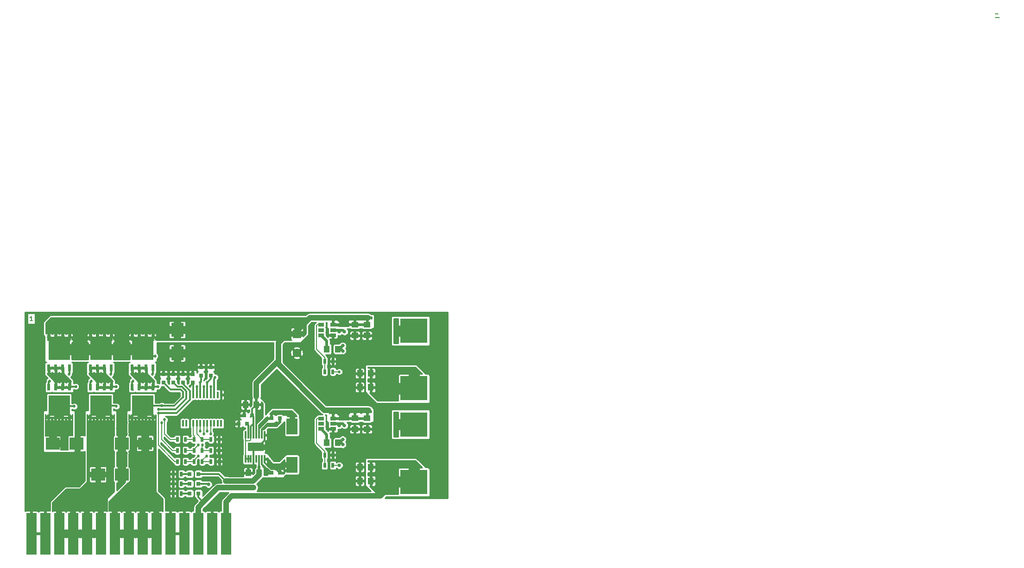
<source format=gbr>
G04 #@! TF.FileFunction,Copper,L1,Top,Mixed*
%FSLAX46Y46*%
G04 Gerber Fmt 4.6, Leading zero omitted, Abs format (unit mm)*
G04 Created by KiCad (PCBNEW 4.0.7) date Tuesday, March 06, 2018 'PMt' 12:34:16 PM*
%MOMM*%
%LPD*%
G01*
G04 APERTURE LIST*
%ADD10C,0.100000*%
%ADD11C,0.150000*%
%ADD12C,0.660000*%
%ADD13C,0.520000*%
%ADD14R,0.750000X0.800000*%
%ADD15R,1.000000X1.250000*%
%ADD16R,1.250000X1.000000*%
%ADD17R,2.500000X2.300000*%
%ADD18R,2.300000X2.500000*%
%ADD19R,0.800000X0.800000*%
%ADD20R,5.000000X4.500000*%
%ADD21R,0.610000X1.270000*%
%ADD22R,0.610000X1.020000*%
%ADD23R,3.910000X3.810000*%
%ADD24R,0.500000X0.900000*%
%ADD25R,0.400000X1.200000*%
%ADD26R,1.060000X0.650000*%
%ADD27R,1.905000X7.620000*%
%ADD28R,1.600000X1.600000*%
%ADD29C,1.600000*%
%ADD30R,0.800000X0.750000*%
%ADD31R,2.000000X3.000000*%
%ADD32R,0.300000X1.400000*%
%ADD33R,2.850000X1.650000*%
%ADD34C,0.130000*%
%ADD35C,0.200000*%
%ADD36C,1.000000*%
%ADD37C,0.300000*%
%ADD38C,0.500000*%
%ADD39C,0.260000*%
%ADD40C,0.254000*%
%ADD41C,0.250000*%
G04 APERTURE END LIST*
D10*
D11*
X56080000Y-95566667D02*
X55680000Y-95566667D01*
X55880000Y-95566667D02*
X55880000Y-94866667D01*
X55813334Y-94966667D01*
X55746667Y-95033333D01*
X55680000Y-95066667D01*
D12*
X103378000Y-124714000D03*
X119380000Y-111506000D03*
X87630000Y-130048000D03*
X58928000Y-96266000D03*
X58928000Y-97282000D03*
X59944000Y-97282000D03*
X59944000Y-96266000D03*
X60960000Y-96266000D03*
X60960000Y-97282000D03*
X61976000Y-97282000D03*
X61976000Y-96266000D03*
X62972000Y-96266000D03*
X62972000Y-97282000D03*
X105918000Y-111252000D03*
X105156000Y-119380000D03*
X107696000Y-120142000D03*
D13*
X98000000Y-119250000D03*
X98000000Y-118250000D03*
X97500000Y-118750000D03*
X96750000Y-119250000D03*
X97000000Y-118250000D03*
X96250000Y-118750000D03*
X95750000Y-119250000D03*
D12*
X91313000Y-123825000D03*
X81280000Y-129540000D03*
X83820000Y-129540000D03*
X90170000Y-129794000D03*
X90170000Y-128524000D03*
X62972000Y-115824000D03*
X62972000Y-114778000D03*
X61956000Y-115824000D03*
X61956000Y-114778000D03*
X60940000Y-115824000D03*
X60940000Y-114778000D03*
X59924000Y-115824000D03*
X59924000Y-114778000D03*
X58908000Y-115824000D03*
X122491500Y-116078000D03*
X122491500Y-115062000D03*
X122491500Y-114046000D03*
X122491500Y-113030000D03*
X122491500Y-99060000D03*
X122491500Y-98044000D03*
X122491500Y-97028000D03*
X130810000Y-102616000D03*
X130810000Y-119888000D03*
X106426000Y-126492000D03*
X100584000Y-106934000D03*
X93726000Y-100076000D03*
X93726000Y-94400000D03*
X55245000Y-97155000D03*
X110998000Y-99314000D03*
X110998000Y-116586000D03*
X115824000Y-109220000D03*
X114808000Y-107188000D03*
X115824000Y-126492000D03*
X114808000Y-124460000D03*
X81788000Y-115316000D03*
X80264000Y-121920000D03*
X73152000Y-114300000D03*
X72136000Y-114300000D03*
X72644000Y-115316000D03*
X71628000Y-115316000D03*
X72136000Y-116332000D03*
X73152000Y-116332000D03*
X73152000Y-119888000D03*
X64516000Y-113284000D03*
X93980000Y-123952000D03*
X93980000Y-122936000D03*
X100076000Y-119380000D03*
X100076000Y-118364000D03*
X93472000Y-116332000D03*
X93472000Y-110744000D03*
X92964000Y-115316000D03*
X93472000Y-111760000D03*
X92456000Y-119380000D03*
X84836000Y-113284000D03*
X90424000Y-110744000D03*
X86868000Y-111760000D03*
X87884000Y-111760000D03*
X87376000Y-100584000D03*
X86360000Y-100584000D03*
X87376000Y-101600000D03*
X86360000Y-101600000D03*
X113792000Y-102616000D03*
X114808000Y-102616000D03*
X115824000Y-102616000D03*
X116840000Y-102616000D03*
X116840000Y-119888000D03*
X115824000Y-119888000D03*
X114808000Y-119888000D03*
X113792000Y-119888000D03*
X80264000Y-109728000D03*
X73152000Y-108712000D03*
X73152000Y-109728000D03*
X72136000Y-109220000D03*
X72136000Y-110236000D03*
X65532000Y-108712000D03*
X64516000Y-109220000D03*
X65532000Y-109728000D03*
X64516000Y-110236000D03*
X65532000Y-110744000D03*
X57912000Y-129032000D03*
X57912000Y-128016000D03*
X56896000Y-128016000D03*
X56896000Y-127000000D03*
X55880000Y-127000000D03*
D14*
X85344000Y-105422000D03*
X85344000Y-106922000D03*
X86868000Y-104152000D03*
X86868000Y-105652000D03*
X88646000Y-104152000D03*
X88646000Y-105652000D03*
X80010000Y-106922000D03*
X80010000Y-105422000D03*
X81788000Y-106922000D03*
X81788000Y-105422000D03*
X83566000Y-106922000D03*
X83566000Y-105422000D03*
D15*
X109871000Y-100838000D03*
X111871000Y-100838000D03*
D16*
X117221000Y-96345500D03*
X117221000Y-98345500D03*
X114998500Y-96345500D03*
X114998500Y-98345500D03*
D15*
X117903500Y-107823000D03*
X115903500Y-107823000D03*
X117903500Y-105283000D03*
X115903500Y-105283000D03*
X109871000Y-117983000D03*
X111871000Y-117983000D03*
D16*
X117221000Y-113490500D03*
X117221000Y-115490500D03*
X114998500Y-113490500D03*
X114998500Y-115490500D03*
D15*
X117903500Y-122428000D03*
X115903500Y-122428000D03*
X117903500Y-124968000D03*
X115903500Y-124968000D03*
X97500000Y-123500000D03*
X95500000Y-123500000D03*
D17*
X72390000Y-118110000D03*
X76690000Y-118110000D03*
D18*
X82550000Y-97300000D03*
X82550000Y-101600000D03*
D17*
X72390000Y-123825000D03*
X68090000Y-123825000D03*
X64135000Y-118110000D03*
X59835000Y-118110000D03*
D19*
X86398000Y-125476000D03*
X84798000Y-125476000D03*
X86398000Y-123698000D03*
X84798000Y-123698000D03*
D20*
X125793500Y-97493000D03*
X125793500Y-107993000D03*
X125793500Y-114638000D03*
X125793500Y-125138000D03*
D21*
X78105000Y-107820000D03*
X76835000Y-107820000D03*
X75565000Y-107820000D03*
X74295000Y-107820000D03*
D22*
X74295000Y-113285000D03*
X75565000Y-113285000D03*
X76835000Y-113285000D03*
X78105000Y-113285000D03*
D23*
X76200000Y-111180000D03*
D21*
X74295000Y-104270000D03*
X75565000Y-104270000D03*
X76835000Y-104270000D03*
X78105000Y-104270000D03*
D22*
X78105000Y-98805000D03*
X76835000Y-98805000D03*
X75565000Y-98805000D03*
X74295000Y-98805000D03*
D23*
X76200000Y-100910000D03*
D21*
X70485000Y-107820000D03*
X69215000Y-107820000D03*
X67945000Y-107820000D03*
X66675000Y-107820000D03*
D22*
X66675000Y-113285000D03*
X67945000Y-113285000D03*
X69215000Y-113285000D03*
X70485000Y-113285000D03*
D23*
X68580000Y-111180000D03*
D21*
X66675000Y-104270000D03*
X67945000Y-104270000D03*
X69215000Y-104270000D03*
X70485000Y-104270000D03*
D22*
X70485000Y-98805000D03*
X69215000Y-98805000D03*
X67945000Y-98805000D03*
X66675000Y-98805000D03*
D23*
X68580000Y-100910000D03*
D21*
X62865000Y-107820000D03*
X61595000Y-107820000D03*
X60325000Y-107820000D03*
X59055000Y-107820000D03*
D22*
X59055000Y-113285000D03*
X60325000Y-113285000D03*
X61595000Y-113285000D03*
X62865000Y-113285000D03*
D23*
X60960000Y-111180000D03*
D21*
X59055000Y-104270000D03*
X60325000Y-104270000D03*
X61595000Y-104270000D03*
X62865000Y-104270000D03*
D22*
X62865000Y-98805000D03*
X61595000Y-98805000D03*
X60325000Y-98805000D03*
X59055000Y-98805000D03*
D23*
X60960000Y-100910000D03*
D24*
X84062000Y-117348000D03*
X82562000Y-117348000D03*
X85610000Y-117348000D03*
X87110000Y-117348000D03*
X90180000Y-117348000D03*
X88680000Y-117348000D03*
X84062000Y-119380000D03*
X82562000Y-119380000D03*
X85610000Y-119380000D03*
X87110000Y-119380000D03*
X90158000Y-119380000D03*
X88658000Y-119380000D03*
X84062000Y-121412000D03*
X82562000Y-121412000D03*
X85610000Y-121412000D03*
X87110000Y-121412000D03*
X90210000Y-121412000D03*
X88710000Y-121412000D03*
X110986000Y-104965500D03*
X109486000Y-104965500D03*
X109486000Y-103060500D03*
X110986000Y-103060500D03*
X110986000Y-122110500D03*
X109486000Y-122110500D03*
X109486000Y-120205500D03*
X110986000Y-120205500D03*
X83300000Y-127254000D03*
X81800000Y-127254000D03*
X83300000Y-125476000D03*
X81800000Y-125476000D03*
X83300000Y-123698000D03*
X81800000Y-123698000D03*
D25*
X83566000Y-114420000D03*
X84201000Y-114420000D03*
X84836000Y-114420000D03*
X85471000Y-114420000D03*
X86106000Y-114420000D03*
X86741000Y-114420000D03*
X87376000Y-114420000D03*
X88011000Y-114420000D03*
X88646000Y-114420000D03*
X89281000Y-114420000D03*
X89916000Y-114420000D03*
X90551000Y-114420000D03*
X90551000Y-109220000D03*
X89916000Y-109220000D03*
X89281000Y-109220000D03*
X88646000Y-109220000D03*
X88011000Y-109220000D03*
X87376000Y-109220000D03*
X86741000Y-109220000D03*
X86106000Y-109220000D03*
X85471000Y-109220000D03*
X84836000Y-109220000D03*
X84201000Y-109220000D03*
X83566000Y-109220000D03*
D26*
X111018500Y-98295500D03*
X111018500Y-97345500D03*
X111018500Y-96395500D03*
X108818500Y-96395500D03*
X108818500Y-98295500D03*
X108818500Y-97345500D03*
X111018500Y-115440500D03*
X111018500Y-114490500D03*
X111018500Y-113540500D03*
X108818500Y-113540500D03*
X108818500Y-115440500D03*
X108818500Y-114490500D03*
D19*
X86398000Y-127254000D03*
X84798000Y-127254000D03*
D27*
X55880000Y-134620000D03*
X58420000Y-134620000D03*
X60960000Y-134620000D03*
X63500000Y-134620000D03*
X66040000Y-134620000D03*
X68580000Y-134620000D03*
X71120000Y-134620000D03*
X73660000Y-134620000D03*
X76200000Y-134620000D03*
X78740000Y-134620000D03*
X88900000Y-134620000D03*
X81280000Y-134620000D03*
X83820000Y-134620000D03*
X86360000Y-134620000D03*
X91440000Y-134620000D03*
D28*
X104394000Y-98044000D03*
D29*
X104394000Y-101544000D03*
D30*
X99750000Y-113500000D03*
X101250000Y-113500000D03*
X99750000Y-123500000D03*
X101250000Y-123500000D03*
D15*
X97000000Y-111000000D03*
X95000000Y-111000000D03*
D30*
X94750000Y-113000000D03*
X96250000Y-113000000D03*
X93750000Y-114500000D03*
X95250000Y-114500000D03*
D31*
X103500000Y-115000000D03*
X103500000Y-122000000D03*
D32*
X98500000Y-116550000D03*
X98000000Y-116550000D03*
X97500000Y-116550000D03*
X97000000Y-116550000D03*
X96500000Y-116550000D03*
X96500000Y-120950000D03*
X97000000Y-120950000D03*
X97500000Y-120950000D03*
X98000000Y-120950000D03*
X98500000Y-120950000D03*
X96000000Y-116550000D03*
X95500000Y-116550000D03*
X95000000Y-116550000D03*
X96000000Y-120950000D03*
X95500000Y-120950000D03*
X95000000Y-120950000D03*
D33*
X96850000Y-118750000D03*
D12*
X55880000Y-125984000D03*
X122491500Y-96012000D03*
X58908000Y-114778000D03*
D13*
X95750000Y-118250000D03*
X89481014Y-105994842D03*
X78486000Y-102108000D03*
D12*
X120854000Y-109474000D03*
X121646000Y-108682000D03*
X96500000Y-126208000D03*
D13*
X120713500Y-107188000D03*
X112141000Y-104965500D03*
X84876375Y-107602688D03*
X78994000Y-107696000D03*
X86716000Y-106934000D03*
X71374000Y-107696000D03*
X64008000Y-107696000D03*
X87986000Y-106934000D03*
X80236420Y-113769300D03*
X79720000Y-111180000D03*
X79676410Y-114337370D03*
X79080000Y-111859987D03*
X71405326Y-111298346D03*
X79080000Y-112580000D03*
X63720000Y-111300000D03*
D12*
X112776000Y-100203000D03*
X112776000Y-101155500D03*
X113093500Y-97663000D03*
X112141000Y-97663000D03*
X113093500Y-114808000D03*
X112141000Y-114808000D03*
X112776000Y-117348000D03*
X112776000Y-118300500D03*
X93599000Y-127732000D03*
X88265000Y-125603000D03*
X120713500Y-124333000D03*
X112141000Y-122110500D03*
X91422756Y-124965151D03*
D13*
X86106000Y-107696000D03*
X77978000Y-105410000D03*
X74422000Y-106680000D03*
X87376000Y-107696000D03*
X66802000Y-106680000D03*
X70358000Y-105410000D03*
X88646000Y-107696000D03*
X59182000Y-106680000D03*
X62738000Y-105410000D03*
X86739309Y-115821230D03*
X86360000Y-118364000D03*
X87375335Y-116332707D03*
X87122000Y-118364000D03*
X87966955Y-115819513D03*
X86360000Y-120396000D03*
X88646000Y-116332000D03*
X87884000Y-120396000D03*
D34*
X232058000Y-40144104D02*
X232778333Y-40144104D01*
X232024484Y-39494104D02*
X232555484Y-39494104D01*
D35*
X95000000Y-116550000D02*
X95000000Y-117450000D01*
X95000000Y-117450000D02*
X95169543Y-117619543D01*
X95169543Y-117619543D02*
X95830457Y-117619543D01*
X95830457Y-117619543D02*
X96000000Y-117450000D01*
X96000000Y-117450000D02*
X96000000Y-116550000D01*
D36*
X104394000Y-98044000D02*
X104394000Y-97451137D01*
X104394000Y-97451137D02*
X106763612Y-95081525D01*
X106763612Y-95081525D02*
X117418475Y-95081525D01*
D37*
X97000000Y-116550000D02*
X97000000Y-111000000D01*
X96250000Y-113000000D02*
X96250000Y-111750000D01*
X96250000Y-111750000D02*
X97000000Y-111000000D01*
D36*
X101000000Y-103606998D02*
X101000000Y-103000000D01*
X101000000Y-103000000D02*
X101000000Y-99638000D01*
X97000000Y-107000000D02*
X101000000Y-103000000D01*
X101000000Y-99638000D02*
X102594000Y-98044000D01*
X102594000Y-98044000D02*
X104394000Y-98044000D01*
X109393002Y-112000000D02*
X101000000Y-103606998D01*
X97000000Y-107000000D02*
X97000000Y-109500000D01*
D35*
X117221000Y-96345500D02*
X117221000Y-95645500D01*
X117221000Y-95645500D02*
X117500000Y-95366500D01*
X117500000Y-95366500D02*
X117500000Y-95000000D01*
X117221000Y-113490500D02*
X117221000Y-112279000D01*
X117221000Y-112279000D02*
X117500000Y-112000000D01*
D36*
X109393002Y-112000000D02*
X117500000Y-112000000D01*
D38*
X97000000Y-109500000D02*
X97000000Y-111000000D01*
D37*
X96500000Y-116550000D02*
X96500000Y-114500000D01*
X96500000Y-114500000D02*
X96500000Y-113250000D01*
X96000000Y-116550000D02*
X96000000Y-115000000D01*
X96000000Y-115000000D02*
X96500000Y-114500000D01*
X96500000Y-113250000D02*
X96250000Y-113000000D01*
X96000000Y-113250000D02*
X96250000Y-113000000D01*
X95500000Y-120950000D02*
X96000000Y-120950000D01*
X95000000Y-120950000D02*
X95500000Y-120950000D01*
D35*
X95000000Y-116550000D02*
X95000000Y-120900000D01*
D37*
X95000000Y-120900000D02*
X95000000Y-120950000D01*
D38*
X114998500Y-96345500D02*
X117221000Y-96345500D01*
X111018500Y-96395500D02*
X114948500Y-96395500D01*
X114948500Y-96395500D02*
X114998500Y-96345500D01*
D37*
X89481014Y-106088426D02*
X89481014Y-105994842D01*
X89281000Y-106288440D02*
X89481014Y-106088426D01*
X89281000Y-109220000D02*
X89281000Y-106288440D01*
X78486000Y-102108000D02*
X77398000Y-102108000D01*
X77398000Y-102108000D02*
X76200000Y-100910000D01*
D38*
X60325000Y-98805000D02*
X59055000Y-98805000D01*
D37*
X61595000Y-98805000D02*
X60325000Y-98805000D01*
D38*
X62865000Y-98805000D02*
X61595000Y-98805000D01*
X67945000Y-98805000D02*
X66675000Y-98805000D01*
D37*
X69215000Y-98805000D02*
X67945000Y-98805000D01*
D38*
X70485000Y-98805000D02*
X69215000Y-98805000D01*
X76835000Y-98805000D02*
X78105000Y-98805000D01*
D37*
X75565000Y-98805000D02*
X76835000Y-98805000D01*
D38*
X74295000Y-98805000D02*
X75565000Y-98805000D01*
D36*
X87249000Y-128921000D02*
X89962000Y-126208000D01*
X89962000Y-126208000D02*
X96033310Y-126208000D01*
X96033310Y-126208000D02*
X96500000Y-126208000D01*
X121646000Y-108682000D02*
X120854000Y-109474000D01*
X86360000Y-129810000D02*
X87249000Y-128921000D01*
D37*
X86398000Y-127254000D02*
X86398000Y-127954000D01*
X86398000Y-127954000D02*
X87249000Y-128805000D01*
X87249000Y-128805000D02*
X87249000Y-128921000D01*
D36*
X86360000Y-134620000D02*
X86360000Y-129810000D01*
X121646000Y-108682000D02*
X125104500Y-108682000D01*
X125104500Y-108682000D02*
X125793500Y-107993000D01*
D38*
X125793500Y-107993000D02*
X125793500Y-107882345D01*
D35*
X120713500Y-107188000D02*
X121518500Y-107993000D01*
X121518500Y-107993000D02*
X125793500Y-107993000D01*
X110986000Y-104965500D02*
X112141000Y-104965500D01*
D37*
X96500000Y-120950000D02*
X96500000Y-123300000D01*
X96500000Y-123300000D02*
X96300000Y-123500000D01*
X96300000Y-123500000D02*
X95500000Y-123500000D01*
X96500000Y-120950000D02*
X96500000Y-119100000D01*
X96500000Y-119100000D02*
X96850000Y-118750000D01*
X98500000Y-116550000D02*
X98500000Y-117550000D01*
X98500000Y-117550000D02*
X97300000Y-118750000D01*
X97300000Y-118750000D02*
X96850000Y-118750000D01*
X85344000Y-107135063D02*
X85136374Y-107342689D01*
X85344000Y-106922000D02*
X85344000Y-107135063D01*
X85136374Y-107342689D02*
X84876375Y-107602688D01*
X85471000Y-109220000D02*
X85471000Y-107049000D01*
X85471000Y-107049000D02*
X85344000Y-106922000D01*
X78994000Y-107696000D02*
X78229000Y-107696000D01*
X78229000Y-107696000D02*
X78105000Y-107820000D01*
X86868000Y-105652000D02*
X86868000Y-106782000D01*
X86868000Y-106782000D02*
X86716000Y-106934000D01*
X71374000Y-107696000D02*
X70609000Y-107696000D01*
X70609000Y-107696000D02*
X70485000Y-107820000D01*
X86716000Y-106934000D02*
X86716000Y-109195000D01*
X86716000Y-109195000D02*
X86741000Y-109220000D01*
X88646000Y-105652000D02*
X88646000Y-106274000D01*
X88646000Y-106274000D02*
X87986000Y-106934000D01*
X64008000Y-107696000D02*
X62989000Y-107696000D01*
X62989000Y-107696000D02*
X62865000Y-107820000D01*
X88011000Y-109220000D02*
X88011000Y-106959000D01*
X88011000Y-106959000D02*
X87986000Y-106934000D01*
D35*
X80236420Y-116362065D02*
X81222355Y-117348000D01*
X81222355Y-117348000D02*
X82562000Y-117348000D01*
X80236420Y-113769300D02*
X80236420Y-116362065D01*
D37*
X83566000Y-109220000D02*
X83566000Y-108652004D01*
X83566000Y-108652004D02*
X83159362Y-108245366D01*
X83159362Y-108245366D02*
X81308366Y-108245366D01*
X81308366Y-108245366D02*
X80010000Y-106947000D01*
X80010000Y-106947000D02*
X80010000Y-106922000D01*
X78105000Y-113285000D02*
X78105000Y-113085000D01*
X78105000Y-113085000D02*
X76200000Y-111180000D01*
X74295000Y-113285000D02*
X74295000Y-113085000D01*
X74295000Y-113085000D02*
X76200000Y-111180000D01*
X76200000Y-111180000D02*
X76200000Y-112650000D01*
X76200000Y-112650000D02*
X76835000Y-113285000D01*
X76200000Y-112650000D02*
X75565000Y-113285000D01*
X78455000Y-111180000D02*
X76200000Y-111180000D01*
X83566000Y-109620000D02*
X82006000Y-111180000D01*
X83566000Y-109220000D02*
X83566000Y-109620000D01*
X79720000Y-111180000D02*
X78455000Y-111180000D01*
X82006000Y-111180000D02*
X79720000Y-111180000D01*
D35*
X82562000Y-119380000D02*
X81649310Y-119380000D01*
X81649310Y-119380000D02*
X79676410Y-117407100D01*
X79676410Y-117407100D02*
X79676410Y-114705065D01*
X79676410Y-114705065D02*
X79676410Y-114337370D01*
D37*
X84201000Y-109220000D02*
X84201000Y-109890418D01*
X84201000Y-109890418D02*
X82231431Y-111859987D01*
X82231431Y-111859987D02*
X79447695Y-111859987D01*
X79447695Y-111859987D02*
X79080000Y-111859987D01*
X81788000Y-106947000D02*
X81788000Y-106922000D01*
X82586355Y-107745355D02*
X81788000Y-106947000D01*
X83405025Y-107745355D02*
X82586355Y-107745355D01*
X84201000Y-108541330D02*
X83405025Y-107745355D01*
X84201000Y-109220000D02*
X84201000Y-108541330D01*
X71286980Y-111180000D02*
X71405326Y-111298346D01*
X68580000Y-111180000D02*
X71286980Y-111180000D01*
X60325000Y-111815000D02*
X60960000Y-111180000D01*
D35*
X82562000Y-121412000D02*
X82112000Y-121412000D01*
X79080000Y-112947695D02*
X79080000Y-112580000D01*
X82112000Y-121412000D02*
X79080000Y-118380000D01*
X79080000Y-118380000D02*
X79080000Y-112947695D01*
D37*
X84836000Y-109220000D02*
X84836000Y-108469208D01*
X83566000Y-107199208D02*
X83566000Y-106922000D01*
X84836000Y-108469208D02*
X83566000Y-107199208D01*
X61595000Y-111815000D02*
X60960000Y-111180000D01*
X63720000Y-111300000D02*
X61080000Y-111300000D01*
X84836000Y-109220000D02*
X84836000Y-110120000D01*
X84836000Y-110120000D02*
X82376000Y-112580000D01*
X82376000Y-112580000D02*
X79080000Y-112580000D01*
X61080000Y-111300000D02*
X60960000Y-111180000D01*
D38*
X109871000Y-100838000D02*
X109871000Y-99348000D01*
X109871000Y-99348000D02*
X108818500Y-98295500D01*
X112141000Y-100838000D02*
X112776000Y-100203000D01*
X111871000Y-100838000D02*
X112141000Y-100838000D01*
X111871000Y-100838000D02*
X112458500Y-100838000D01*
X112458500Y-100838000D02*
X112776000Y-101155500D01*
X111018500Y-97345500D02*
X112776000Y-97345500D01*
X112776000Y-97345500D02*
X113093500Y-97663000D01*
X111018500Y-97345500D02*
X111823500Y-97345500D01*
X111823500Y-97345500D02*
X112141000Y-97663000D01*
X109871000Y-117983000D02*
X109871000Y-116493000D01*
X109871000Y-116493000D02*
X108818500Y-115440500D01*
X111018500Y-114490500D02*
X112776000Y-114490500D01*
X112776000Y-114490500D02*
X113093500Y-114808000D01*
X111018500Y-114490500D02*
X111823500Y-114490500D01*
X111823500Y-114490500D02*
X112141000Y-114808000D01*
X111871000Y-117983000D02*
X112141000Y-117983000D01*
X112141000Y-117983000D02*
X112776000Y-117348000D01*
X111871000Y-117983000D02*
X112458500Y-117983000D01*
X112458500Y-117983000D02*
X112776000Y-118300500D01*
D36*
X92518690Y-127732000D02*
X93599000Y-127732000D01*
X93599000Y-127732000D02*
X119699500Y-127732000D01*
D37*
X86398000Y-125476000D02*
X88138000Y-125476000D01*
X88138000Y-125476000D02*
X88265000Y-125603000D01*
D36*
X91440000Y-134620000D02*
X91440000Y-128810690D01*
X91440000Y-128810690D02*
X92518690Y-127732000D01*
X119699500Y-127732000D02*
X122293500Y-125138000D01*
X122293500Y-125138000D02*
X125793500Y-125138000D01*
D35*
X120713500Y-124333000D02*
X121518500Y-125138000D01*
X121518500Y-125138000D02*
X125793500Y-125138000D01*
X110986000Y-122110500D02*
X112141000Y-122110500D01*
D36*
X125793500Y-125138000D02*
X126043500Y-125138000D01*
D37*
X98000000Y-116550000D02*
X98000000Y-115500000D01*
X98000000Y-115500000D02*
X99000000Y-114500000D01*
X99000000Y-114500000D02*
X101000000Y-114500000D01*
X101000000Y-114500000D02*
X101250000Y-114250000D01*
X101250000Y-114250000D02*
X101250000Y-113500000D01*
X97500000Y-116550000D02*
X97500000Y-114728272D01*
X97500000Y-114728272D02*
X98728272Y-113500000D01*
X98728272Y-113500000D02*
X99750000Y-113500000D01*
X86398000Y-123698000D02*
X90155605Y-123698000D01*
X90155605Y-123698000D02*
X91422756Y-124965151D01*
D36*
X96395035Y-124989967D02*
X91914262Y-124989967D01*
X97500000Y-123885002D02*
X96395035Y-124989967D01*
X97500000Y-123500000D02*
X97500000Y-123885002D01*
X91889446Y-124965151D02*
X91422756Y-124965151D01*
X91914262Y-124989967D02*
X91889446Y-124965151D01*
D37*
X97500000Y-122250000D02*
X97500000Y-120950000D01*
D38*
X97500000Y-122250000D02*
X97500000Y-123435002D01*
X97500000Y-122500000D02*
X97500000Y-122250000D01*
X97500000Y-123500000D02*
X97500000Y-122500000D01*
D37*
X83300000Y-127254000D02*
X84798000Y-127254000D01*
X84798000Y-125476000D02*
X83300000Y-125476000D01*
X83300000Y-123698000D02*
X84798000Y-123698000D01*
X86106000Y-109220000D02*
X86106000Y-107696000D01*
X78105000Y-104270000D02*
X78105000Y-105283000D01*
X78105000Y-105283000D02*
X77978000Y-105410000D01*
X74295000Y-107820000D02*
X74295000Y-106807000D01*
X74295000Y-106807000D02*
X74422000Y-106680000D01*
X74405000Y-108330000D02*
X74426290Y-108308710D01*
X87376000Y-107696000D02*
X87376000Y-109220000D01*
X66675000Y-107820000D02*
X66675000Y-106807000D01*
X66675000Y-106807000D02*
X66802000Y-106680000D01*
X70485000Y-104270000D02*
X70485000Y-105283000D01*
X70485000Y-105283000D02*
X70358000Y-105410000D01*
X88646000Y-109220000D02*
X88646000Y-107696000D01*
X59055000Y-107820000D02*
X59055000Y-106807000D01*
X59055000Y-106807000D02*
X59182000Y-106680000D01*
X62865000Y-104270000D02*
X62865000Y-105283000D01*
X62865000Y-105283000D02*
X62738000Y-105410000D01*
D35*
X85610000Y-117348000D02*
X85610000Y-116698000D01*
X85471000Y-115220000D02*
X85471000Y-114420000D01*
X85610000Y-116698000D02*
X85471000Y-116559000D01*
X85471000Y-116559000D02*
X85471000Y-115220000D01*
X85610000Y-117348000D02*
X84062000Y-117348000D01*
X86104037Y-115221963D02*
X86106000Y-115220000D01*
X86106000Y-115220000D02*
X86106000Y-114420000D01*
X86104037Y-116342037D02*
X86104037Y-115221963D01*
X87110000Y-117348000D02*
X86104037Y-116342037D01*
X87110000Y-117348000D02*
X88680000Y-117348000D01*
X86741000Y-115819539D02*
X86739309Y-115821230D01*
X86741000Y-114420000D02*
X86741000Y-115819539D01*
X85610000Y-119380000D02*
X85610000Y-119114000D01*
X85610000Y-119114000D02*
X86360000Y-118364000D01*
X85610000Y-119380000D02*
X84062000Y-119380000D01*
D37*
X86760000Y-114439000D02*
X86741000Y-114420000D01*
D35*
X87376000Y-116332042D02*
X87375335Y-116332707D01*
X87376000Y-114420000D02*
X87376000Y-116332042D01*
X87110000Y-119380000D02*
X87110000Y-118376000D01*
X87110000Y-118376000D02*
X87122000Y-118364000D01*
X88658000Y-119380000D02*
X87110000Y-119380000D01*
D37*
X87400000Y-114444000D02*
X87376000Y-114420000D01*
D35*
X87966955Y-115819513D02*
X87966955Y-114464045D01*
X87966955Y-114464045D02*
X88011000Y-114420000D01*
X85610000Y-121412000D02*
X85610000Y-121146000D01*
X85610000Y-121146000D02*
X86360000Y-120396000D01*
X84062000Y-121412000D02*
X85610000Y-121412000D01*
X88646000Y-116332000D02*
X88646000Y-114420000D01*
X87110000Y-121412000D02*
X87110000Y-121170000D01*
X87110000Y-121170000D02*
X87884000Y-120396000D01*
X87110000Y-121412000D02*
X88710000Y-121412000D01*
D37*
X88680000Y-114454000D02*
X88646000Y-114420000D01*
D35*
X109486000Y-103060500D02*
X109486000Y-102386236D01*
X109486000Y-102386236D02*
X107988499Y-100888735D01*
X107988499Y-100888735D02*
X107988499Y-96495501D01*
X107988499Y-96495501D02*
X108088500Y-96395500D01*
X108088500Y-96395500D02*
X108818500Y-96395500D01*
X109486000Y-104965500D02*
X109486000Y-103060500D01*
D38*
X109486000Y-102860500D02*
X109486000Y-103060500D01*
D35*
X109486000Y-122110500D02*
X109486000Y-120205500D01*
X108818500Y-113540500D02*
X108088500Y-113540500D01*
X107988499Y-118057999D02*
X109486000Y-119555500D01*
X109486000Y-119555500D02*
X109486000Y-120205500D01*
X108088500Y-113540500D02*
X107988499Y-113640501D01*
X107988499Y-113640501D02*
X107988499Y-118057999D01*
D37*
X98000000Y-120950000D02*
X98000000Y-121901458D01*
X98000000Y-121901458D02*
X98923542Y-122825000D01*
X98923542Y-122825000D02*
X99050000Y-122825000D01*
X99050000Y-122825000D02*
X99725000Y-123500000D01*
X99725000Y-123500000D02*
X99750000Y-123500000D01*
X101250000Y-123500000D02*
X102000000Y-123500000D01*
X102000000Y-123500000D02*
X103500000Y-122000000D01*
X98500000Y-120950000D02*
X98500000Y-121567880D01*
X101225000Y-123500000D02*
X101250000Y-123500000D01*
X98500000Y-121567880D02*
X99707119Y-122774999D01*
X100499999Y-122774999D02*
X101225000Y-123500000D01*
X99707119Y-122774999D02*
X100499999Y-122774999D01*
X95500000Y-116550000D02*
X95500000Y-114750000D01*
X95500000Y-114750000D02*
X95250000Y-114500000D01*
D39*
G36*
X76237500Y-104146000D02*
X76711000Y-104146000D01*
X76711000Y-104126000D01*
X76959000Y-104126000D01*
X76959000Y-104146000D01*
X76979000Y-104146000D01*
X76979000Y-104394000D01*
X76959000Y-104394000D01*
X76959000Y-105197500D01*
X77056500Y-105295000D01*
X77086000Y-105295000D01*
X77086000Y-105410000D01*
X77096242Y-105460577D01*
X77124076Y-105501924D01*
X78356000Y-106733848D01*
X78356000Y-106795000D01*
X78326500Y-106795000D01*
X78229000Y-106892500D01*
X78229000Y-107696000D01*
X78249000Y-107696000D01*
X78249000Y-107944000D01*
X78229000Y-107944000D01*
X78229000Y-107964000D01*
X77981000Y-107964000D01*
X77981000Y-107944000D01*
X77507500Y-107944000D01*
X77470000Y-107981500D01*
X77432500Y-107944000D01*
X76959000Y-107944000D01*
X76959000Y-107964000D01*
X76711000Y-107964000D01*
X76711000Y-107944000D01*
X76237500Y-107944000D01*
X76200000Y-107981500D01*
X76162500Y-107944000D01*
X75689000Y-107944000D01*
X75689000Y-107964000D01*
X75441000Y-107964000D01*
X75441000Y-107944000D01*
X75421000Y-107944000D01*
X75421000Y-107696000D01*
X75441000Y-107696000D01*
X75441000Y-106892500D01*
X75689000Y-106892500D01*
X75689000Y-107696000D01*
X76162500Y-107696000D01*
X76200000Y-107658500D01*
X76237500Y-107696000D01*
X76711000Y-107696000D01*
X76711000Y-106892500D01*
X76959000Y-106892500D01*
X76959000Y-107696000D01*
X77432500Y-107696000D01*
X77470000Y-107658500D01*
X77507500Y-107696000D01*
X77981000Y-107696000D01*
X77981000Y-106892500D01*
X77883500Y-106795000D01*
X77722424Y-106795000D01*
X77579083Y-106854374D01*
X77470000Y-106963457D01*
X77360917Y-106854374D01*
X77217576Y-106795000D01*
X77056500Y-106795000D01*
X76959000Y-106892500D01*
X76711000Y-106892500D01*
X76613500Y-106795000D01*
X76452424Y-106795000D01*
X76309083Y-106854374D01*
X76200000Y-106963457D01*
X76090917Y-106854374D01*
X75947576Y-106795000D01*
X75786500Y-106795000D01*
X75689000Y-106892500D01*
X75441000Y-106892500D01*
X75343500Y-106795000D01*
X75314000Y-106795000D01*
X75314000Y-106680000D01*
X75303758Y-106629423D01*
X75275924Y-106588076D01*
X74044000Y-105356152D01*
X74044000Y-105295000D01*
X74073500Y-105295000D01*
X74171000Y-105197500D01*
X74171000Y-104394000D01*
X74419000Y-104394000D01*
X74419000Y-105197500D01*
X74516500Y-105295000D01*
X74677576Y-105295000D01*
X74820917Y-105235626D01*
X74930000Y-105126543D01*
X75039083Y-105235626D01*
X75182424Y-105295000D01*
X75343500Y-105295000D01*
X75441000Y-105197500D01*
X75441000Y-104394000D01*
X75689000Y-104394000D01*
X75689000Y-105197500D01*
X75786500Y-105295000D01*
X75947576Y-105295000D01*
X76090917Y-105235626D01*
X76200000Y-105126543D01*
X76309083Y-105235626D01*
X76452424Y-105295000D01*
X76613500Y-105295000D01*
X76711000Y-105197500D01*
X76711000Y-104394000D01*
X76237500Y-104394000D01*
X76200000Y-104431500D01*
X76162500Y-104394000D01*
X75689000Y-104394000D01*
X75441000Y-104394000D01*
X74967500Y-104394000D01*
X74930000Y-104431500D01*
X74892500Y-104394000D01*
X74419000Y-104394000D01*
X74171000Y-104394000D01*
X74151000Y-104394000D01*
X74151000Y-104146000D01*
X74171000Y-104146000D01*
X74171000Y-104126000D01*
X74419000Y-104126000D01*
X74419000Y-104146000D01*
X74892500Y-104146000D01*
X74930000Y-104108500D01*
X74967500Y-104146000D01*
X75441000Y-104146000D01*
X75441000Y-104126000D01*
X75689000Y-104126000D01*
X75689000Y-104146000D01*
X76162500Y-104146000D01*
X76200000Y-104108500D01*
X76237500Y-104146000D01*
X76237500Y-104146000D01*
G37*
X76237500Y-104146000D02*
X76711000Y-104146000D01*
X76711000Y-104126000D01*
X76959000Y-104126000D01*
X76959000Y-104146000D01*
X76979000Y-104146000D01*
X76979000Y-104394000D01*
X76959000Y-104394000D01*
X76959000Y-105197500D01*
X77056500Y-105295000D01*
X77086000Y-105295000D01*
X77086000Y-105410000D01*
X77096242Y-105460577D01*
X77124076Y-105501924D01*
X78356000Y-106733848D01*
X78356000Y-106795000D01*
X78326500Y-106795000D01*
X78229000Y-106892500D01*
X78229000Y-107696000D01*
X78249000Y-107696000D01*
X78249000Y-107944000D01*
X78229000Y-107944000D01*
X78229000Y-107964000D01*
X77981000Y-107964000D01*
X77981000Y-107944000D01*
X77507500Y-107944000D01*
X77470000Y-107981500D01*
X77432500Y-107944000D01*
X76959000Y-107944000D01*
X76959000Y-107964000D01*
X76711000Y-107964000D01*
X76711000Y-107944000D01*
X76237500Y-107944000D01*
X76200000Y-107981500D01*
X76162500Y-107944000D01*
X75689000Y-107944000D01*
X75689000Y-107964000D01*
X75441000Y-107964000D01*
X75441000Y-107944000D01*
X75421000Y-107944000D01*
X75421000Y-107696000D01*
X75441000Y-107696000D01*
X75441000Y-106892500D01*
X75689000Y-106892500D01*
X75689000Y-107696000D01*
X76162500Y-107696000D01*
X76200000Y-107658500D01*
X76237500Y-107696000D01*
X76711000Y-107696000D01*
X76711000Y-106892500D01*
X76959000Y-106892500D01*
X76959000Y-107696000D01*
X77432500Y-107696000D01*
X77470000Y-107658500D01*
X77507500Y-107696000D01*
X77981000Y-107696000D01*
X77981000Y-106892500D01*
X77883500Y-106795000D01*
X77722424Y-106795000D01*
X77579083Y-106854374D01*
X77470000Y-106963457D01*
X77360917Y-106854374D01*
X77217576Y-106795000D01*
X77056500Y-106795000D01*
X76959000Y-106892500D01*
X76711000Y-106892500D01*
X76613500Y-106795000D01*
X76452424Y-106795000D01*
X76309083Y-106854374D01*
X76200000Y-106963457D01*
X76090917Y-106854374D01*
X75947576Y-106795000D01*
X75786500Y-106795000D01*
X75689000Y-106892500D01*
X75441000Y-106892500D01*
X75343500Y-106795000D01*
X75314000Y-106795000D01*
X75314000Y-106680000D01*
X75303758Y-106629423D01*
X75275924Y-106588076D01*
X74044000Y-105356152D01*
X74044000Y-105295000D01*
X74073500Y-105295000D01*
X74171000Y-105197500D01*
X74171000Y-104394000D01*
X74419000Y-104394000D01*
X74419000Y-105197500D01*
X74516500Y-105295000D01*
X74677576Y-105295000D01*
X74820917Y-105235626D01*
X74930000Y-105126543D01*
X75039083Y-105235626D01*
X75182424Y-105295000D01*
X75343500Y-105295000D01*
X75441000Y-105197500D01*
X75441000Y-104394000D01*
X75689000Y-104394000D01*
X75689000Y-105197500D01*
X75786500Y-105295000D01*
X75947576Y-105295000D01*
X76090917Y-105235626D01*
X76200000Y-105126543D01*
X76309083Y-105235626D01*
X76452424Y-105295000D01*
X76613500Y-105295000D01*
X76711000Y-105197500D01*
X76711000Y-104394000D01*
X76237500Y-104394000D01*
X76200000Y-104431500D01*
X76162500Y-104394000D01*
X75689000Y-104394000D01*
X75441000Y-104394000D01*
X74967500Y-104394000D01*
X74930000Y-104431500D01*
X74892500Y-104394000D01*
X74419000Y-104394000D01*
X74171000Y-104394000D01*
X74151000Y-104394000D01*
X74151000Y-104146000D01*
X74171000Y-104146000D01*
X74171000Y-104126000D01*
X74419000Y-104126000D01*
X74419000Y-104146000D01*
X74892500Y-104146000D01*
X74930000Y-104108500D01*
X74967500Y-104146000D01*
X75441000Y-104146000D01*
X75441000Y-104126000D01*
X75689000Y-104126000D01*
X75689000Y-104146000D01*
X76162500Y-104146000D01*
X76200000Y-104108500D01*
X76237500Y-104146000D01*
G36*
X68617500Y-104146000D02*
X69091000Y-104146000D01*
X69091000Y-104126000D01*
X69339000Y-104126000D01*
X69339000Y-104146000D01*
X69359000Y-104146000D01*
X69359000Y-104394000D01*
X69339000Y-104394000D01*
X69339000Y-105197500D01*
X69436500Y-105295000D01*
X69466000Y-105295000D01*
X69466000Y-105410000D01*
X69476242Y-105460577D01*
X69504076Y-105501924D01*
X70736000Y-106733848D01*
X70736000Y-106795000D01*
X70706500Y-106795000D01*
X70609000Y-106892500D01*
X70609000Y-107696000D01*
X70629000Y-107696000D01*
X70629000Y-107944000D01*
X70609000Y-107944000D01*
X70609000Y-107964000D01*
X70361000Y-107964000D01*
X70361000Y-107944000D01*
X69887500Y-107944000D01*
X69850000Y-107981500D01*
X69812500Y-107944000D01*
X69339000Y-107944000D01*
X69339000Y-107964000D01*
X69091000Y-107964000D01*
X69091000Y-107944000D01*
X68617500Y-107944000D01*
X68580000Y-107981500D01*
X68542500Y-107944000D01*
X68069000Y-107944000D01*
X68069000Y-107964000D01*
X67821000Y-107964000D01*
X67821000Y-107944000D01*
X67801000Y-107944000D01*
X67801000Y-107696000D01*
X67821000Y-107696000D01*
X67821000Y-106892500D01*
X68069000Y-106892500D01*
X68069000Y-107696000D01*
X68542500Y-107696000D01*
X68580000Y-107658500D01*
X68617500Y-107696000D01*
X69091000Y-107696000D01*
X69091000Y-106892500D01*
X69339000Y-106892500D01*
X69339000Y-107696000D01*
X69812500Y-107696000D01*
X69850000Y-107658500D01*
X69887500Y-107696000D01*
X70361000Y-107696000D01*
X70361000Y-106892500D01*
X70263500Y-106795000D01*
X70102424Y-106795000D01*
X69959083Y-106854374D01*
X69850000Y-106963457D01*
X69740917Y-106854374D01*
X69597576Y-106795000D01*
X69436500Y-106795000D01*
X69339000Y-106892500D01*
X69091000Y-106892500D01*
X68993500Y-106795000D01*
X68832424Y-106795000D01*
X68689083Y-106854374D01*
X68580000Y-106963457D01*
X68470917Y-106854374D01*
X68327576Y-106795000D01*
X68166500Y-106795000D01*
X68069000Y-106892500D01*
X67821000Y-106892500D01*
X67723500Y-106795000D01*
X67694000Y-106795000D01*
X67694000Y-106680000D01*
X67683758Y-106629423D01*
X67655924Y-106588076D01*
X66424000Y-105356152D01*
X66424000Y-105295000D01*
X66453500Y-105295000D01*
X66551000Y-105197500D01*
X66551000Y-104394000D01*
X66799000Y-104394000D01*
X66799000Y-105197500D01*
X66896500Y-105295000D01*
X67057576Y-105295000D01*
X67200917Y-105235626D01*
X67310000Y-105126543D01*
X67419083Y-105235626D01*
X67562424Y-105295000D01*
X67723500Y-105295000D01*
X67821000Y-105197500D01*
X67821000Y-104394000D01*
X68069000Y-104394000D01*
X68069000Y-105197500D01*
X68166500Y-105295000D01*
X68327576Y-105295000D01*
X68470917Y-105235626D01*
X68580000Y-105126543D01*
X68689083Y-105235626D01*
X68832424Y-105295000D01*
X68993500Y-105295000D01*
X69091000Y-105197500D01*
X69091000Y-104394000D01*
X68617500Y-104394000D01*
X68580000Y-104431500D01*
X68542500Y-104394000D01*
X68069000Y-104394000D01*
X67821000Y-104394000D01*
X67347500Y-104394000D01*
X67310000Y-104431500D01*
X67272500Y-104394000D01*
X66799000Y-104394000D01*
X66551000Y-104394000D01*
X66531000Y-104394000D01*
X66531000Y-104146000D01*
X66551000Y-104146000D01*
X66551000Y-104126000D01*
X66799000Y-104126000D01*
X66799000Y-104146000D01*
X67272500Y-104146000D01*
X67310000Y-104108500D01*
X67347500Y-104146000D01*
X67821000Y-104146000D01*
X67821000Y-104126000D01*
X68069000Y-104126000D01*
X68069000Y-104146000D01*
X68542500Y-104146000D01*
X68580000Y-104108500D01*
X68617500Y-104146000D01*
X68617500Y-104146000D01*
G37*
X68617500Y-104146000D02*
X69091000Y-104146000D01*
X69091000Y-104126000D01*
X69339000Y-104126000D01*
X69339000Y-104146000D01*
X69359000Y-104146000D01*
X69359000Y-104394000D01*
X69339000Y-104394000D01*
X69339000Y-105197500D01*
X69436500Y-105295000D01*
X69466000Y-105295000D01*
X69466000Y-105410000D01*
X69476242Y-105460577D01*
X69504076Y-105501924D01*
X70736000Y-106733848D01*
X70736000Y-106795000D01*
X70706500Y-106795000D01*
X70609000Y-106892500D01*
X70609000Y-107696000D01*
X70629000Y-107696000D01*
X70629000Y-107944000D01*
X70609000Y-107944000D01*
X70609000Y-107964000D01*
X70361000Y-107964000D01*
X70361000Y-107944000D01*
X69887500Y-107944000D01*
X69850000Y-107981500D01*
X69812500Y-107944000D01*
X69339000Y-107944000D01*
X69339000Y-107964000D01*
X69091000Y-107964000D01*
X69091000Y-107944000D01*
X68617500Y-107944000D01*
X68580000Y-107981500D01*
X68542500Y-107944000D01*
X68069000Y-107944000D01*
X68069000Y-107964000D01*
X67821000Y-107964000D01*
X67821000Y-107944000D01*
X67801000Y-107944000D01*
X67801000Y-107696000D01*
X67821000Y-107696000D01*
X67821000Y-106892500D01*
X68069000Y-106892500D01*
X68069000Y-107696000D01*
X68542500Y-107696000D01*
X68580000Y-107658500D01*
X68617500Y-107696000D01*
X69091000Y-107696000D01*
X69091000Y-106892500D01*
X69339000Y-106892500D01*
X69339000Y-107696000D01*
X69812500Y-107696000D01*
X69850000Y-107658500D01*
X69887500Y-107696000D01*
X70361000Y-107696000D01*
X70361000Y-106892500D01*
X70263500Y-106795000D01*
X70102424Y-106795000D01*
X69959083Y-106854374D01*
X69850000Y-106963457D01*
X69740917Y-106854374D01*
X69597576Y-106795000D01*
X69436500Y-106795000D01*
X69339000Y-106892500D01*
X69091000Y-106892500D01*
X68993500Y-106795000D01*
X68832424Y-106795000D01*
X68689083Y-106854374D01*
X68580000Y-106963457D01*
X68470917Y-106854374D01*
X68327576Y-106795000D01*
X68166500Y-106795000D01*
X68069000Y-106892500D01*
X67821000Y-106892500D01*
X67723500Y-106795000D01*
X67694000Y-106795000D01*
X67694000Y-106680000D01*
X67683758Y-106629423D01*
X67655924Y-106588076D01*
X66424000Y-105356152D01*
X66424000Y-105295000D01*
X66453500Y-105295000D01*
X66551000Y-105197500D01*
X66551000Y-104394000D01*
X66799000Y-104394000D01*
X66799000Y-105197500D01*
X66896500Y-105295000D01*
X67057576Y-105295000D01*
X67200917Y-105235626D01*
X67310000Y-105126543D01*
X67419083Y-105235626D01*
X67562424Y-105295000D01*
X67723500Y-105295000D01*
X67821000Y-105197500D01*
X67821000Y-104394000D01*
X68069000Y-104394000D01*
X68069000Y-105197500D01*
X68166500Y-105295000D01*
X68327576Y-105295000D01*
X68470917Y-105235626D01*
X68580000Y-105126543D01*
X68689083Y-105235626D01*
X68832424Y-105295000D01*
X68993500Y-105295000D01*
X69091000Y-105197500D01*
X69091000Y-104394000D01*
X68617500Y-104394000D01*
X68580000Y-104431500D01*
X68542500Y-104394000D01*
X68069000Y-104394000D01*
X67821000Y-104394000D01*
X67347500Y-104394000D01*
X67310000Y-104431500D01*
X67272500Y-104394000D01*
X66799000Y-104394000D01*
X66551000Y-104394000D01*
X66531000Y-104394000D01*
X66531000Y-104146000D01*
X66551000Y-104146000D01*
X66551000Y-104126000D01*
X66799000Y-104126000D01*
X66799000Y-104146000D01*
X67272500Y-104146000D01*
X67310000Y-104108500D01*
X67347500Y-104146000D01*
X67821000Y-104146000D01*
X67821000Y-104126000D01*
X68069000Y-104126000D01*
X68069000Y-104146000D01*
X68542500Y-104146000D01*
X68580000Y-104108500D01*
X68617500Y-104146000D01*
G36*
X60997500Y-104146000D02*
X61471000Y-104146000D01*
X61471000Y-104126000D01*
X61719000Y-104126000D01*
X61719000Y-104146000D01*
X61739000Y-104146000D01*
X61739000Y-104394000D01*
X61719000Y-104394000D01*
X61719000Y-105197500D01*
X61816500Y-105295000D01*
X61846000Y-105295000D01*
X61846000Y-105410000D01*
X61856242Y-105460577D01*
X61884076Y-105501924D01*
X63116000Y-106733848D01*
X63116000Y-106795000D01*
X63086500Y-106795000D01*
X62989000Y-106892500D01*
X62989000Y-107696000D01*
X63009000Y-107696000D01*
X63009000Y-107944000D01*
X62989000Y-107944000D01*
X62989000Y-107964000D01*
X62741000Y-107964000D01*
X62741000Y-107944000D01*
X62267500Y-107944000D01*
X62230000Y-107981500D01*
X62192500Y-107944000D01*
X61719000Y-107944000D01*
X61719000Y-107964000D01*
X61471000Y-107964000D01*
X61471000Y-107944000D01*
X60997500Y-107944000D01*
X60960000Y-107981500D01*
X60922500Y-107944000D01*
X60449000Y-107944000D01*
X60449000Y-107964000D01*
X60201000Y-107964000D01*
X60201000Y-107944000D01*
X60181000Y-107944000D01*
X60181000Y-107696000D01*
X60201000Y-107696000D01*
X60201000Y-106892500D01*
X60449000Y-106892500D01*
X60449000Y-107696000D01*
X60922500Y-107696000D01*
X60960000Y-107658500D01*
X60997500Y-107696000D01*
X61471000Y-107696000D01*
X61471000Y-106892500D01*
X61719000Y-106892500D01*
X61719000Y-107696000D01*
X62192500Y-107696000D01*
X62230000Y-107658500D01*
X62267500Y-107696000D01*
X62741000Y-107696000D01*
X62741000Y-106892500D01*
X62643500Y-106795000D01*
X62482424Y-106795000D01*
X62339083Y-106854374D01*
X62230000Y-106963457D01*
X62120917Y-106854374D01*
X61977576Y-106795000D01*
X61816500Y-106795000D01*
X61719000Y-106892500D01*
X61471000Y-106892500D01*
X61373500Y-106795000D01*
X61212424Y-106795000D01*
X61069083Y-106854374D01*
X60960000Y-106963457D01*
X60850917Y-106854374D01*
X60707576Y-106795000D01*
X60546500Y-106795000D01*
X60449000Y-106892500D01*
X60201000Y-106892500D01*
X60103500Y-106795000D01*
X60074000Y-106795000D01*
X60074000Y-106680000D01*
X60063758Y-106629423D01*
X60035924Y-106588076D01*
X58804000Y-105356152D01*
X58804000Y-105295000D01*
X58833500Y-105295000D01*
X58931000Y-105197500D01*
X58931000Y-104394000D01*
X59179000Y-104394000D01*
X59179000Y-105197500D01*
X59276500Y-105295000D01*
X59437576Y-105295000D01*
X59580917Y-105235626D01*
X59690000Y-105126543D01*
X59799083Y-105235626D01*
X59942424Y-105295000D01*
X60103500Y-105295000D01*
X60201000Y-105197500D01*
X60201000Y-104394000D01*
X60449000Y-104394000D01*
X60449000Y-105197500D01*
X60546500Y-105295000D01*
X60707576Y-105295000D01*
X60850917Y-105235626D01*
X60960000Y-105126543D01*
X61069083Y-105235626D01*
X61212424Y-105295000D01*
X61373500Y-105295000D01*
X61471000Y-105197500D01*
X61471000Y-104394000D01*
X60997500Y-104394000D01*
X60960000Y-104431500D01*
X60922500Y-104394000D01*
X60449000Y-104394000D01*
X60201000Y-104394000D01*
X59727500Y-104394000D01*
X59690000Y-104431500D01*
X59652500Y-104394000D01*
X59179000Y-104394000D01*
X58931000Y-104394000D01*
X58911000Y-104394000D01*
X58911000Y-104146000D01*
X58931000Y-104146000D01*
X58931000Y-104126000D01*
X59179000Y-104126000D01*
X59179000Y-104146000D01*
X59652500Y-104146000D01*
X59690000Y-104108500D01*
X59727500Y-104146000D01*
X60201000Y-104146000D01*
X60201000Y-104126000D01*
X60449000Y-104126000D01*
X60449000Y-104146000D01*
X60922500Y-104146000D01*
X60960000Y-104108500D01*
X60997500Y-104146000D01*
X60997500Y-104146000D01*
G37*
X60997500Y-104146000D02*
X61471000Y-104146000D01*
X61471000Y-104126000D01*
X61719000Y-104126000D01*
X61719000Y-104146000D01*
X61739000Y-104146000D01*
X61739000Y-104394000D01*
X61719000Y-104394000D01*
X61719000Y-105197500D01*
X61816500Y-105295000D01*
X61846000Y-105295000D01*
X61846000Y-105410000D01*
X61856242Y-105460577D01*
X61884076Y-105501924D01*
X63116000Y-106733848D01*
X63116000Y-106795000D01*
X63086500Y-106795000D01*
X62989000Y-106892500D01*
X62989000Y-107696000D01*
X63009000Y-107696000D01*
X63009000Y-107944000D01*
X62989000Y-107944000D01*
X62989000Y-107964000D01*
X62741000Y-107964000D01*
X62741000Y-107944000D01*
X62267500Y-107944000D01*
X62230000Y-107981500D01*
X62192500Y-107944000D01*
X61719000Y-107944000D01*
X61719000Y-107964000D01*
X61471000Y-107964000D01*
X61471000Y-107944000D01*
X60997500Y-107944000D01*
X60960000Y-107981500D01*
X60922500Y-107944000D01*
X60449000Y-107944000D01*
X60449000Y-107964000D01*
X60201000Y-107964000D01*
X60201000Y-107944000D01*
X60181000Y-107944000D01*
X60181000Y-107696000D01*
X60201000Y-107696000D01*
X60201000Y-106892500D01*
X60449000Y-106892500D01*
X60449000Y-107696000D01*
X60922500Y-107696000D01*
X60960000Y-107658500D01*
X60997500Y-107696000D01*
X61471000Y-107696000D01*
X61471000Y-106892500D01*
X61719000Y-106892500D01*
X61719000Y-107696000D01*
X62192500Y-107696000D01*
X62230000Y-107658500D01*
X62267500Y-107696000D01*
X62741000Y-107696000D01*
X62741000Y-106892500D01*
X62643500Y-106795000D01*
X62482424Y-106795000D01*
X62339083Y-106854374D01*
X62230000Y-106963457D01*
X62120917Y-106854374D01*
X61977576Y-106795000D01*
X61816500Y-106795000D01*
X61719000Y-106892500D01*
X61471000Y-106892500D01*
X61373500Y-106795000D01*
X61212424Y-106795000D01*
X61069083Y-106854374D01*
X60960000Y-106963457D01*
X60850917Y-106854374D01*
X60707576Y-106795000D01*
X60546500Y-106795000D01*
X60449000Y-106892500D01*
X60201000Y-106892500D01*
X60103500Y-106795000D01*
X60074000Y-106795000D01*
X60074000Y-106680000D01*
X60063758Y-106629423D01*
X60035924Y-106588076D01*
X58804000Y-105356152D01*
X58804000Y-105295000D01*
X58833500Y-105295000D01*
X58931000Y-105197500D01*
X58931000Y-104394000D01*
X59179000Y-104394000D01*
X59179000Y-105197500D01*
X59276500Y-105295000D01*
X59437576Y-105295000D01*
X59580917Y-105235626D01*
X59690000Y-105126543D01*
X59799083Y-105235626D01*
X59942424Y-105295000D01*
X60103500Y-105295000D01*
X60201000Y-105197500D01*
X60201000Y-104394000D01*
X60449000Y-104394000D01*
X60449000Y-105197500D01*
X60546500Y-105295000D01*
X60707576Y-105295000D01*
X60850917Y-105235626D01*
X60960000Y-105126543D01*
X61069083Y-105235626D01*
X61212424Y-105295000D01*
X61373500Y-105295000D01*
X61471000Y-105197500D01*
X61471000Y-104394000D01*
X60997500Y-104394000D01*
X60960000Y-104431500D01*
X60922500Y-104394000D01*
X60449000Y-104394000D01*
X60201000Y-104394000D01*
X59727500Y-104394000D01*
X59690000Y-104431500D01*
X59652500Y-104394000D01*
X59179000Y-104394000D01*
X58931000Y-104394000D01*
X58911000Y-104394000D01*
X58911000Y-104146000D01*
X58931000Y-104146000D01*
X58931000Y-104126000D01*
X59179000Y-104126000D01*
X59179000Y-104146000D01*
X59652500Y-104146000D01*
X59690000Y-104108500D01*
X59727500Y-104146000D01*
X60201000Y-104146000D01*
X60201000Y-104126000D01*
X60449000Y-104126000D01*
X60449000Y-104146000D01*
X60922500Y-104146000D01*
X60960000Y-104108500D01*
X60997500Y-104146000D01*
G36*
X106042000Y-97990152D02*
X105552326Y-98479826D01*
X105486500Y-98414000D01*
X104764000Y-98414000D01*
X104764000Y-98434000D01*
X104024000Y-98434000D01*
X104024000Y-98414000D01*
X103301500Y-98414000D01*
X103204000Y-98511500D01*
X103204000Y-98921576D01*
X103263374Y-99064917D01*
X103373083Y-99174626D01*
X103395714Y-99184000D01*
X78800000Y-99184000D01*
X78800000Y-99157500D01*
X78702500Y-99060000D01*
X78545000Y-99060000D01*
X78545000Y-98927424D01*
X78485626Y-98784083D01*
X78375917Y-98674374D01*
X78232576Y-98615000D01*
X77800000Y-98615000D01*
X77800000Y-98550000D01*
X77952500Y-98550000D01*
X77952500Y-98002500D01*
X78257500Y-98002500D01*
X78257500Y-98550000D01*
X78702500Y-98550000D01*
X78800000Y-98452500D01*
X78800000Y-98217424D01*
X78740626Y-98074083D01*
X78684043Y-98017500D01*
X81010000Y-98017500D01*
X81010000Y-98627576D01*
X81069374Y-98770917D01*
X81179083Y-98880626D01*
X81322424Y-98940000D01*
X81877500Y-98940000D01*
X81975000Y-98842500D01*
X81975000Y-97920000D01*
X83125000Y-97920000D01*
X83125000Y-98842500D01*
X83222500Y-98940000D01*
X83777576Y-98940000D01*
X83920917Y-98880626D01*
X84030626Y-98770917D01*
X84090000Y-98627576D01*
X84090000Y-98017500D01*
X83992500Y-97920000D01*
X83125000Y-97920000D01*
X81975000Y-97920000D01*
X81107500Y-97920000D01*
X81010000Y-98017500D01*
X78684043Y-98017500D01*
X78630917Y-97964374D01*
X78487576Y-97905000D01*
X78355000Y-97905000D01*
X78257500Y-98002500D01*
X77952500Y-98002500D01*
X77855000Y-97905000D01*
X77722424Y-97905000D01*
X77579083Y-97964374D01*
X77470000Y-98073457D01*
X77360917Y-97964374D01*
X77217576Y-97905000D01*
X77085000Y-97905000D01*
X76987500Y-98002500D01*
X76987500Y-98550000D01*
X77140000Y-98550000D01*
X77140000Y-98642500D01*
X77070000Y-98712500D01*
X77070000Y-99060000D01*
X76987500Y-99060000D01*
X76987500Y-99607500D01*
X77070000Y-99690000D01*
X77070000Y-100040000D01*
X77090000Y-100040000D01*
X77090000Y-101780000D01*
X77070000Y-101780000D01*
X77070000Y-101800000D01*
X75330000Y-101800000D01*
X75330000Y-101780000D01*
X73952500Y-101780000D01*
X73855000Y-101877500D01*
X73855000Y-102740000D01*
X70925000Y-102740000D01*
X70925000Y-101877500D01*
X70827500Y-101780000D01*
X69450000Y-101780000D01*
X69450000Y-101800000D01*
X67710000Y-101800000D01*
X67710000Y-101780000D01*
X66332500Y-101780000D01*
X66235000Y-101877500D01*
X66235000Y-102740000D01*
X63305000Y-102740000D01*
X63305000Y-101877500D01*
X63207500Y-101780000D01*
X61830000Y-101780000D01*
X61830000Y-101800000D01*
X60090000Y-101800000D01*
X60090000Y-101780000D01*
X60070000Y-101780000D01*
X60070000Y-100040000D01*
X60090000Y-100040000D01*
X60090000Y-99690000D01*
X60172500Y-99607500D01*
X60172500Y-99060000D01*
X60477500Y-99060000D01*
X60477500Y-99607500D01*
X60575000Y-99705000D01*
X60707576Y-99705000D01*
X60850917Y-99645626D01*
X60960000Y-99536543D01*
X61069083Y-99645626D01*
X61212424Y-99705000D01*
X61345000Y-99705000D01*
X61442500Y-99607500D01*
X61442500Y-99060000D01*
X60997500Y-99060000D01*
X60960000Y-99097500D01*
X60922500Y-99060000D01*
X60477500Y-99060000D01*
X60172500Y-99060000D01*
X60090000Y-99060000D01*
X60090000Y-98712500D01*
X60020000Y-98642500D01*
X60020000Y-98550000D01*
X60172500Y-98550000D01*
X60172500Y-98002500D01*
X60477500Y-98002500D01*
X60477500Y-98550000D01*
X60922500Y-98550000D01*
X60960000Y-98512500D01*
X60997500Y-98550000D01*
X61442500Y-98550000D01*
X61442500Y-98002500D01*
X61747500Y-98002500D01*
X61747500Y-98550000D01*
X61900000Y-98550000D01*
X61900000Y-98642500D01*
X61830000Y-98712500D01*
X61830000Y-99060000D01*
X61747500Y-99060000D01*
X61747500Y-99607500D01*
X61830000Y-99690000D01*
X61830000Y-100040000D01*
X63207500Y-100040000D01*
X63305000Y-99942500D01*
X63305000Y-99681214D01*
X63390917Y-99645626D01*
X63500626Y-99535917D01*
X63560000Y-99392576D01*
X63560000Y-99157500D01*
X65980000Y-99157500D01*
X65980000Y-99392576D01*
X66039374Y-99535917D01*
X66149083Y-99645626D01*
X66235000Y-99681214D01*
X66235000Y-99942500D01*
X66332500Y-100040000D01*
X67710000Y-100040000D01*
X67710000Y-99690000D01*
X67792500Y-99607500D01*
X67792500Y-99060000D01*
X68097500Y-99060000D01*
X68097500Y-99607500D01*
X68195000Y-99705000D01*
X68327576Y-99705000D01*
X68470917Y-99645626D01*
X68580000Y-99536543D01*
X68689083Y-99645626D01*
X68832424Y-99705000D01*
X68965000Y-99705000D01*
X69062500Y-99607500D01*
X69062500Y-99060000D01*
X68617500Y-99060000D01*
X68580000Y-99097500D01*
X68542500Y-99060000D01*
X68097500Y-99060000D01*
X67792500Y-99060000D01*
X67710000Y-99060000D01*
X67710000Y-98712500D01*
X67640000Y-98642500D01*
X67640000Y-98550000D01*
X67792500Y-98550000D01*
X67792500Y-98002500D01*
X68097500Y-98002500D01*
X68097500Y-98550000D01*
X68542500Y-98550000D01*
X68580000Y-98512500D01*
X68617500Y-98550000D01*
X69062500Y-98550000D01*
X69062500Y-98002500D01*
X69367500Y-98002500D01*
X69367500Y-98550000D01*
X69520000Y-98550000D01*
X69520000Y-98642500D01*
X69450000Y-98712500D01*
X69450000Y-99060000D01*
X69367500Y-99060000D01*
X69367500Y-99607500D01*
X69450000Y-99690000D01*
X69450000Y-100040000D01*
X70827500Y-100040000D01*
X70925000Y-99942500D01*
X70925000Y-99681214D01*
X71010917Y-99645626D01*
X71120626Y-99535917D01*
X71180000Y-99392576D01*
X71180000Y-99157500D01*
X73600000Y-99157500D01*
X73600000Y-99392576D01*
X73659374Y-99535917D01*
X73769083Y-99645626D01*
X73855000Y-99681214D01*
X73855000Y-99942500D01*
X73952500Y-100040000D01*
X75330000Y-100040000D01*
X75330000Y-99690000D01*
X75412500Y-99607500D01*
X75412500Y-99060000D01*
X75717500Y-99060000D01*
X75717500Y-99607500D01*
X75815000Y-99705000D01*
X75947576Y-99705000D01*
X76090917Y-99645626D01*
X76200000Y-99536543D01*
X76309083Y-99645626D01*
X76452424Y-99705000D01*
X76585000Y-99705000D01*
X76682500Y-99607500D01*
X76682500Y-99060000D01*
X76237500Y-99060000D01*
X76200000Y-99097500D01*
X76162500Y-99060000D01*
X75717500Y-99060000D01*
X75412500Y-99060000D01*
X75330000Y-99060000D01*
X75330000Y-98712500D01*
X75260000Y-98642500D01*
X75260000Y-98550000D01*
X75412500Y-98550000D01*
X75412500Y-98002500D01*
X75717500Y-98002500D01*
X75717500Y-98550000D01*
X76162500Y-98550000D01*
X76200000Y-98512500D01*
X76237500Y-98550000D01*
X76682500Y-98550000D01*
X76682500Y-98002500D01*
X76585000Y-97905000D01*
X76452424Y-97905000D01*
X76309083Y-97964374D01*
X76200000Y-98073457D01*
X76090917Y-97964374D01*
X75947576Y-97905000D01*
X75815000Y-97905000D01*
X75717500Y-98002500D01*
X75412500Y-98002500D01*
X75315000Y-97905000D01*
X75182424Y-97905000D01*
X75039083Y-97964374D01*
X74930000Y-98073457D01*
X74820917Y-97964374D01*
X74677576Y-97905000D01*
X74545000Y-97905000D01*
X74447500Y-98002500D01*
X74447500Y-98550000D01*
X74600000Y-98550000D01*
X74600000Y-98615000D01*
X74167424Y-98615000D01*
X74024083Y-98674374D01*
X73914374Y-98784083D01*
X73855000Y-98927424D01*
X73855000Y-99060000D01*
X73697500Y-99060000D01*
X73600000Y-99157500D01*
X71180000Y-99157500D01*
X71082500Y-99060000D01*
X70925000Y-99060000D01*
X70925000Y-98927424D01*
X70865626Y-98784083D01*
X70755917Y-98674374D01*
X70612576Y-98615000D01*
X70180000Y-98615000D01*
X70180000Y-98550000D01*
X70332500Y-98550000D01*
X70332500Y-98002500D01*
X70637500Y-98002500D01*
X70637500Y-98550000D01*
X71082500Y-98550000D01*
X71180000Y-98452500D01*
X71180000Y-98217424D01*
X73600000Y-98217424D01*
X73600000Y-98452500D01*
X73697500Y-98550000D01*
X74142500Y-98550000D01*
X74142500Y-98002500D01*
X74045000Y-97905000D01*
X73912424Y-97905000D01*
X73769083Y-97964374D01*
X73659374Y-98074083D01*
X73600000Y-98217424D01*
X71180000Y-98217424D01*
X71120626Y-98074083D01*
X71010917Y-97964374D01*
X70867576Y-97905000D01*
X70735000Y-97905000D01*
X70637500Y-98002500D01*
X70332500Y-98002500D01*
X70235000Y-97905000D01*
X70102424Y-97905000D01*
X69959083Y-97964374D01*
X69850000Y-98073457D01*
X69740917Y-97964374D01*
X69597576Y-97905000D01*
X69465000Y-97905000D01*
X69367500Y-98002500D01*
X69062500Y-98002500D01*
X68965000Y-97905000D01*
X68832424Y-97905000D01*
X68689083Y-97964374D01*
X68580000Y-98073457D01*
X68470917Y-97964374D01*
X68327576Y-97905000D01*
X68195000Y-97905000D01*
X68097500Y-98002500D01*
X67792500Y-98002500D01*
X67695000Y-97905000D01*
X67562424Y-97905000D01*
X67419083Y-97964374D01*
X67310000Y-98073457D01*
X67200917Y-97964374D01*
X67057576Y-97905000D01*
X66925000Y-97905000D01*
X66827500Y-98002500D01*
X66827500Y-98550000D01*
X66980000Y-98550000D01*
X66980000Y-98615000D01*
X66547424Y-98615000D01*
X66404083Y-98674374D01*
X66294374Y-98784083D01*
X66235000Y-98927424D01*
X66235000Y-99060000D01*
X66077500Y-99060000D01*
X65980000Y-99157500D01*
X63560000Y-99157500D01*
X63462500Y-99060000D01*
X63305000Y-99060000D01*
X63305000Y-98927424D01*
X63245626Y-98784083D01*
X63135917Y-98674374D01*
X62992576Y-98615000D01*
X62560000Y-98615000D01*
X62560000Y-98550000D01*
X62712500Y-98550000D01*
X62712500Y-98002500D01*
X63017500Y-98002500D01*
X63017500Y-98550000D01*
X63462500Y-98550000D01*
X63560000Y-98452500D01*
X63560000Y-98217424D01*
X65980000Y-98217424D01*
X65980000Y-98452500D01*
X66077500Y-98550000D01*
X66522500Y-98550000D01*
X66522500Y-98002500D01*
X66425000Y-97905000D01*
X66292424Y-97905000D01*
X66149083Y-97964374D01*
X66039374Y-98074083D01*
X65980000Y-98217424D01*
X63560000Y-98217424D01*
X63500626Y-98074083D01*
X63390917Y-97964374D01*
X63247576Y-97905000D01*
X63115000Y-97905000D01*
X63017500Y-98002500D01*
X62712500Y-98002500D01*
X62615000Y-97905000D01*
X62482424Y-97905000D01*
X62339083Y-97964374D01*
X62230000Y-98073457D01*
X62120917Y-97964374D01*
X61977576Y-97905000D01*
X61845000Y-97905000D01*
X61747500Y-98002500D01*
X61442500Y-98002500D01*
X61345000Y-97905000D01*
X61212424Y-97905000D01*
X61069083Y-97964374D01*
X60960000Y-98073457D01*
X60850917Y-97964374D01*
X60707576Y-97905000D01*
X60575000Y-97905000D01*
X60477500Y-98002500D01*
X60172500Y-98002500D01*
X60075000Y-97905000D01*
X59942424Y-97905000D01*
X59799083Y-97964374D01*
X59690000Y-98073457D01*
X59580917Y-97964374D01*
X59437576Y-97905000D01*
X59305000Y-97905000D01*
X59207500Y-98002500D01*
X59207500Y-98550000D01*
X59360000Y-98550000D01*
X59360000Y-98615000D01*
X58927424Y-98615000D01*
X58804000Y-98666124D01*
X58804000Y-98550000D01*
X58902500Y-98550000D01*
X58902500Y-98002500D01*
X58805000Y-97905000D01*
X58672424Y-97905000D01*
X58550000Y-97955710D01*
X58550000Y-97166424D01*
X103204000Y-97166424D01*
X103204000Y-97576500D01*
X103301500Y-97674000D01*
X104024000Y-97674000D01*
X104024000Y-96951500D01*
X104764000Y-96951500D01*
X104764000Y-97674000D01*
X105486500Y-97674000D01*
X105584000Y-97576500D01*
X105584000Y-97166424D01*
X105524626Y-97023083D01*
X105414917Y-96913374D01*
X105271576Y-96854000D01*
X104861500Y-96854000D01*
X104764000Y-96951500D01*
X104024000Y-96951500D01*
X103926500Y-96854000D01*
X103516424Y-96854000D01*
X103373083Y-96913374D01*
X103263374Y-97023083D01*
X103204000Y-97166424D01*
X58550000Y-97166424D01*
X58550000Y-96065848D01*
X58643424Y-95972424D01*
X81010000Y-95972424D01*
X81010000Y-96582500D01*
X81107500Y-96680000D01*
X81975000Y-96680000D01*
X81975000Y-95757500D01*
X83125000Y-95757500D01*
X83125000Y-96680000D01*
X83992500Y-96680000D01*
X84090000Y-96582500D01*
X84090000Y-95972424D01*
X84030626Y-95829083D01*
X83920917Y-95719374D01*
X83777576Y-95660000D01*
X83222500Y-95660000D01*
X83125000Y-95757500D01*
X81975000Y-95757500D01*
X81877500Y-95660000D01*
X81322424Y-95660000D01*
X81179083Y-95719374D01*
X81069374Y-95829083D01*
X81010000Y-95972424D01*
X58643424Y-95972424D01*
X59489848Y-95126000D01*
X106042000Y-95126000D01*
X106042000Y-97990152D01*
X106042000Y-97990152D01*
G37*
X106042000Y-97990152D02*
X105552326Y-98479826D01*
X105486500Y-98414000D01*
X104764000Y-98414000D01*
X104764000Y-98434000D01*
X104024000Y-98434000D01*
X104024000Y-98414000D01*
X103301500Y-98414000D01*
X103204000Y-98511500D01*
X103204000Y-98921576D01*
X103263374Y-99064917D01*
X103373083Y-99174626D01*
X103395714Y-99184000D01*
X78800000Y-99184000D01*
X78800000Y-99157500D01*
X78702500Y-99060000D01*
X78545000Y-99060000D01*
X78545000Y-98927424D01*
X78485626Y-98784083D01*
X78375917Y-98674374D01*
X78232576Y-98615000D01*
X77800000Y-98615000D01*
X77800000Y-98550000D01*
X77952500Y-98550000D01*
X77952500Y-98002500D01*
X78257500Y-98002500D01*
X78257500Y-98550000D01*
X78702500Y-98550000D01*
X78800000Y-98452500D01*
X78800000Y-98217424D01*
X78740626Y-98074083D01*
X78684043Y-98017500D01*
X81010000Y-98017500D01*
X81010000Y-98627576D01*
X81069374Y-98770917D01*
X81179083Y-98880626D01*
X81322424Y-98940000D01*
X81877500Y-98940000D01*
X81975000Y-98842500D01*
X81975000Y-97920000D01*
X83125000Y-97920000D01*
X83125000Y-98842500D01*
X83222500Y-98940000D01*
X83777576Y-98940000D01*
X83920917Y-98880626D01*
X84030626Y-98770917D01*
X84090000Y-98627576D01*
X84090000Y-98017500D01*
X83992500Y-97920000D01*
X83125000Y-97920000D01*
X81975000Y-97920000D01*
X81107500Y-97920000D01*
X81010000Y-98017500D01*
X78684043Y-98017500D01*
X78630917Y-97964374D01*
X78487576Y-97905000D01*
X78355000Y-97905000D01*
X78257500Y-98002500D01*
X77952500Y-98002500D01*
X77855000Y-97905000D01*
X77722424Y-97905000D01*
X77579083Y-97964374D01*
X77470000Y-98073457D01*
X77360917Y-97964374D01*
X77217576Y-97905000D01*
X77085000Y-97905000D01*
X76987500Y-98002500D01*
X76987500Y-98550000D01*
X77140000Y-98550000D01*
X77140000Y-98642500D01*
X77070000Y-98712500D01*
X77070000Y-99060000D01*
X76987500Y-99060000D01*
X76987500Y-99607500D01*
X77070000Y-99690000D01*
X77070000Y-100040000D01*
X77090000Y-100040000D01*
X77090000Y-101780000D01*
X77070000Y-101780000D01*
X77070000Y-101800000D01*
X75330000Y-101800000D01*
X75330000Y-101780000D01*
X73952500Y-101780000D01*
X73855000Y-101877500D01*
X73855000Y-102740000D01*
X70925000Y-102740000D01*
X70925000Y-101877500D01*
X70827500Y-101780000D01*
X69450000Y-101780000D01*
X69450000Y-101800000D01*
X67710000Y-101800000D01*
X67710000Y-101780000D01*
X66332500Y-101780000D01*
X66235000Y-101877500D01*
X66235000Y-102740000D01*
X63305000Y-102740000D01*
X63305000Y-101877500D01*
X63207500Y-101780000D01*
X61830000Y-101780000D01*
X61830000Y-101800000D01*
X60090000Y-101800000D01*
X60090000Y-101780000D01*
X60070000Y-101780000D01*
X60070000Y-100040000D01*
X60090000Y-100040000D01*
X60090000Y-99690000D01*
X60172500Y-99607500D01*
X60172500Y-99060000D01*
X60477500Y-99060000D01*
X60477500Y-99607500D01*
X60575000Y-99705000D01*
X60707576Y-99705000D01*
X60850917Y-99645626D01*
X60960000Y-99536543D01*
X61069083Y-99645626D01*
X61212424Y-99705000D01*
X61345000Y-99705000D01*
X61442500Y-99607500D01*
X61442500Y-99060000D01*
X60997500Y-99060000D01*
X60960000Y-99097500D01*
X60922500Y-99060000D01*
X60477500Y-99060000D01*
X60172500Y-99060000D01*
X60090000Y-99060000D01*
X60090000Y-98712500D01*
X60020000Y-98642500D01*
X60020000Y-98550000D01*
X60172500Y-98550000D01*
X60172500Y-98002500D01*
X60477500Y-98002500D01*
X60477500Y-98550000D01*
X60922500Y-98550000D01*
X60960000Y-98512500D01*
X60997500Y-98550000D01*
X61442500Y-98550000D01*
X61442500Y-98002500D01*
X61747500Y-98002500D01*
X61747500Y-98550000D01*
X61900000Y-98550000D01*
X61900000Y-98642500D01*
X61830000Y-98712500D01*
X61830000Y-99060000D01*
X61747500Y-99060000D01*
X61747500Y-99607500D01*
X61830000Y-99690000D01*
X61830000Y-100040000D01*
X63207500Y-100040000D01*
X63305000Y-99942500D01*
X63305000Y-99681214D01*
X63390917Y-99645626D01*
X63500626Y-99535917D01*
X63560000Y-99392576D01*
X63560000Y-99157500D01*
X65980000Y-99157500D01*
X65980000Y-99392576D01*
X66039374Y-99535917D01*
X66149083Y-99645626D01*
X66235000Y-99681214D01*
X66235000Y-99942500D01*
X66332500Y-100040000D01*
X67710000Y-100040000D01*
X67710000Y-99690000D01*
X67792500Y-99607500D01*
X67792500Y-99060000D01*
X68097500Y-99060000D01*
X68097500Y-99607500D01*
X68195000Y-99705000D01*
X68327576Y-99705000D01*
X68470917Y-99645626D01*
X68580000Y-99536543D01*
X68689083Y-99645626D01*
X68832424Y-99705000D01*
X68965000Y-99705000D01*
X69062500Y-99607500D01*
X69062500Y-99060000D01*
X68617500Y-99060000D01*
X68580000Y-99097500D01*
X68542500Y-99060000D01*
X68097500Y-99060000D01*
X67792500Y-99060000D01*
X67710000Y-99060000D01*
X67710000Y-98712500D01*
X67640000Y-98642500D01*
X67640000Y-98550000D01*
X67792500Y-98550000D01*
X67792500Y-98002500D01*
X68097500Y-98002500D01*
X68097500Y-98550000D01*
X68542500Y-98550000D01*
X68580000Y-98512500D01*
X68617500Y-98550000D01*
X69062500Y-98550000D01*
X69062500Y-98002500D01*
X69367500Y-98002500D01*
X69367500Y-98550000D01*
X69520000Y-98550000D01*
X69520000Y-98642500D01*
X69450000Y-98712500D01*
X69450000Y-99060000D01*
X69367500Y-99060000D01*
X69367500Y-99607500D01*
X69450000Y-99690000D01*
X69450000Y-100040000D01*
X70827500Y-100040000D01*
X70925000Y-99942500D01*
X70925000Y-99681214D01*
X71010917Y-99645626D01*
X71120626Y-99535917D01*
X71180000Y-99392576D01*
X71180000Y-99157500D01*
X73600000Y-99157500D01*
X73600000Y-99392576D01*
X73659374Y-99535917D01*
X73769083Y-99645626D01*
X73855000Y-99681214D01*
X73855000Y-99942500D01*
X73952500Y-100040000D01*
X75330000Y-100040000D01*
X75330000Y-99690000D01*
X75412500Y-99607500D01*
X75412500Y-99060000D01*
X75717500Y-99060000D01*
X75717500Y-99607500D01*
X75815000Y-99705000D01*
X75947576Y-99705000D01*
X76090917Y-99645626D01*
X76200000Y-99536543D01*
X76309083Y-99645626D01*
X76452424Y-99705000D01*
X76585000Y-99705000D01*
X76682500Y-99607500D01*
X76682500Y-99060000D01*
X76237500Y-99060000D01*
X76200000Y-99097500D01*
X76162500Y-99060000D01*
X75717500Y-99060000D01*
X75412500Y-99060000D01*
X75330000Y-99060000D01*
X75330000Y-98712500D01*
X75260000Y-98642500D01*
X75260000Y-98550000D01*
X75412500Y-98550000D01*
X75412500Y-98002500D01*
X75717500Y-98002500D01*
X75717500Y-98550000D01*
X76162500Y-98550000D01*
X76200000Y-98512500D01*
X76237500Y-98550000D01*
X76682500Y-98550000D01*
X76682500Y-98002500D01*
X76585000Y-97905000D01*
X76452424Y-97905000D01*
X76309083Y-97964374D01*
X76200000Y-98073457D01*
X76090917Y-97964374D01*
X75947576Y-97905000D01*
X75815000Y-97905000D01*
X75717500Y-98002500D01*
X75412500Y-98002500D01*
X75315000Y-97905000D01*
X75182424Y-97905000D01*
X75039083Y-97964374D01*
X74930000Y-98073457D01*
X74820917Y-97964374D01*
X74677576Y-97905000D01*
X74545000Y-97905000D01*
X74447500Y-98002500D01*
X74447500Y-98550000D01*
X74600000Y-98550000D01*
X74600000Y-98615000D01*
X74167424Y-98615000D01*
X74024083Y-98674374D01*
X73914374Y-98784083D01*
X73855000Y-98927424D01*
X73855000Y-99060000D01*
X73697500Y-99060000D01*
X73600000Y-99157500D01*
X71180000Y-99157500D01*
X71082500Y-99060000D01*
X70925000Y-99060000D01*
X70925000Y-98927424D01*
X70865626Y-98784083D01*
X70755917Y-98674374D01*
X70612576Y-98615000D01*
X70180000Y-98615000D01*
X70180000Y-98550000D01*
X70332500Y-98550000D01*
X70332500Y-98002500D01*
X70637500Y-98002500D01*
X70637500Y-98550000D01*
X71082500Y-98550000D01*
X71180000Y-98452500D01*
X71180000Y-98217424D01*
X73600000Y-98217424D01*
X73600000Y-98452500D01*
X73697500Y-98550000D01*
X74142500Y-98550000D01*
X74142500Y-98002500D01*
X74045000Y-97905000D01*
X73912424Y-97905000D01*
X73769083Y-97964374D01*
X73659374Y-98074083D01*
X73600000Y-98217424D01*
X71180000Y-98217424D01*
X71120626Y-98074083D01*
X71010917Y-97964374D01*
X70867576Y-97905000D01*
X70735000Y-97905000D01*
X70637500Y-98002500D01*
X70332500Y-98002500D01*
X70235000Y-97905000D01*
X70102424Y-97905000D01*
X69959083Y-97964374D01*
X69850000Y-98073457D01*
X69740917Y-97964374D01*
X69597576Y-97905000D01*
X69465000Y-97905000D01*
X69367500Y-98002500D01*
X69062500Y-98002500D01*
X68965000Y-97905000D01*
X68832424Y-97905000D01*
X68689083Y-97964374D01*
X68580000Y-98073457D01*
X68470917Y-97964374D01*
X68327576Y-97905000D01*
X68195000Y-97905000D01*
X68097500Y-98002500D01*
X67792500Y-98002500D01*
X67695000Y-97905000D01*
X67562424Y-97905000D01*
X67419083Y-97964374D01*
X67310000Y-98073457D01*
X67200917Y-97964374D01*
X67057576Y-97905000D01*
X66925000Y-97905000D01*
X66827500Y-98002500D01*
X66827500Y-98550000D01*
X66980000Y-98550000D01*
X66980000Y-98615000D01*
X66547424Y-98615000D01*
X66404083Y-98674374D01*
X66294374Y-98784083D01*
X66235000Y-98927424D01*
X66235000Y-99060000D01*
X66077500Y-99060000D01*
X65980000Y-99157500D01*
X63560000Y-99157500D01*
X63462500Y-99060000D01*
X63305000Y-99060000D01*
X63305000Y-98927424D01*
X63245626Y-98784083D01*
X63135917Y-98674374D01*
X62992576Y-98615000D01*
X62560000Y-98615000D01*
X62560000Y-98550000D01*
X62712500Y-98550000D01*
X62712500Y-98002500D01*
X63017500Y-98002500D01*
X63017500Y-98550000D01*
X63462500Y-98550000D01*
X63560000Y-98452500D01*
X63560000Y-98217424D01*
X65980000Y-98217424D01*
X65980000Y-98452500D01*
X66077500Y-98550000D01*
X66522500Y-98550000D01*
X66522500Y-98002500D01*
X66425000Y-97905000D01*
X66292424Y-97905000D01*
X66149083Y-97964374D01*
X66039374Y-98074083D01*
X65980000Y-98217424D01*
X63560000Y-98217424D01*
X63500626Y-98074083D01*
X63390917Y-97964374D01*
X63247576Y-97905000D01*
X63115000Y-97905000D01*
X63017500Y-98002500D01*
X62712500Y-98002500D01*
X62615000Y-97905000D01*
X62482424Y-97905000D01*
X62339083Y-97964374D01*
X62230000Y-98073457D01*
X62120917Y-97964374D01*
X61977576Y-97905000D01*
X61845000Y-97905000D01*
X61747500Y-98002500D01*
X61442500Y-98002500D01*
X61345000Y-97905000D01*
X61212424Y-97905000D01*
X61069083Y-97964374D01*
X60960000Y-98073457D01*
X60850917Y-97964374D01*
X60707576Y-97905000D01*
X60575000Y-97905000D01*
X60477500Y-98002500D01*
X60172500Y-98002500D01*
X60075000Y-97905000D01*
X59942424Y-97905000D01*
X59799083Y-97964374D01*
X59690000Y-98073457D01*
X59580917Y-97964374D01*
X59437576Y-97905000D01*
X59305000Y-97905000D01*
X59207500Y-98002500D01*
X59207500Y-98550000D01*
X59360000Y-98550000D01*
X59360000Y-98615000D01*
X58927424Y-98615000D01*
X58804000Y-98666124D01*
X58804000Y-98550000D01*
X58902500Y-98550000D01*
X58902500Y-98002500D01*
X58805000Y-97905000D01*
X58672424Y-97905000D01*
X58550000Y-97955710D01*
X58550000Y-97166424D01*
X103204000Y-97166424D01*
X103204000Y-97576500D01*
X103301500Y-97674000D01*
X104024000Y-97674000D01*
X104024000Y-96951500D01*
X104764000Y-96951500D01*
X104764000Y-97674000D01*
X105486500Y-97674000D01*
X105584000Y-97576500D01*
X105584000Y-97166424D01*
X105524626Y-97023083D01*
X105414917Y-96913374D01*
X105271576Y-96854000D01*
X104861500Y-96854000D01*
X104764000Y-96951500D01*
X104024000Y-96951500D01*
X103926500Y-96854000D01*
X103516424Y-96854000D01*
X103373083Y-96913374D01*
X103263374Y-97023083D01*
X103204000Y-97166424D01*
X58550000Y-97166424D01*
X58550000Y-96065848D01*
X58643424Y-95972424D01*
X81010000Y-95972424D01*
X81010000Y-96582500D01*
X81107500Y-96680000D01*
X81975000Y-96680000D01*
X81975000Y-95757500D01*
X83125000Y-95757500D01*
X83125000Y-96680000D01*
X83992500Y-96680000D01*
X84090000Y-96582500D01*
X84090000Y-95972424D01*
X84030626Y-95829083D01*
X83920917Y-95719374D01*
X83777576Y-95660000D01*
X83222500Y-95660000D01*
X83125000Y-95757500D01*
X81975000Y-95757500D01*
X81877500Y-95660000D01*
X81322424Y-95660000D01*
X81179083Y-95719374D01*
X81069374Y-95829083D01*
X81010000Y-95972424D01*
X58643424Y-95972424D01*
X59489848Y-95126000D01*
X106042000Y-95126000D01*
X106042000Y-97990152D01*
G36*
X131950000Y-128140000D02*
X120550150Y-128140000D01*
X120792150Y-127898000D01*
X128333500Y-127898000D01*
X128475248Y-127871328D01*
X128605436Y-127787555D01*
X128692773Y-127659732D01*
X128723500Y-127508000D01*
X128723500Y-123380500D01*
X128694835Y-123233746D01*
X128691140Y-123228174D01*
X128691140Y-122888000D01*
X128663946Y-122743475D01*
X128578531Y-122610737D01*
X128448204Y-122521688D01*
X128293500Y-122490360D01*
X127994904Y-122490360D01*
X126386772Y-120882228D01*
X126262732Y-120798727D01*
X126111000Y-120768000D01*
X117221000Y-120768000D01*
X117079252Y-120794672D01*
X116949064Y-120878445D01*
X116861727Y-121006268D01*
X116831000Y-121158000D01*
X116831000Y-125603000D01*
X116859665Y-125749754D01*
X116945228Y-125878772D01*
X117908456Y-126842000D01*
X97122328Y-126842000D01*
X97129325Y-126837325D01*
X97322253Y-126548588D01*
X97390000Y-126208000D01*
X97322253Y-125867412D01*
X97129325Y-125578675D01*
X97090751Y-125552901D01*
X97458152Y-125185500D01*
X115013500Y-125185500D01*
X115013500Y-125670576D01*
X115072874Y-125813917D01*
X115182583Y-125923626D01*
X115325924Y-125983000D01*
X115686000Y-125983000D01*
X115783500Y-125885500D01*
X115783500Y-125088000D01*
X116023500Y-125088000D01*
X116023500Y-125885500D01*
X116121000Y-125983000D01*
X116481076Y-125983000D01*
X116624417Y-125923626D01*
X116734126Y-125813917D01*
X116793500Y-125670576D01*
X116793500Y-125185500D01*
X116696000Y-125088000D01*
X116023500Y-125088000D01*
X115783500Y-125088000D01*
X115111000Y-125088000D01*
X115013500Y-125185500D01*
X97458152Y-125185500D01*
X98129325Y-124514327D01*
X98141569Y-124496002D01*
X98144525Y-124495446D01*
X98277263Y-124410031D01*
X98290950Y-124390000D01*
X100250000Y-124390000D01*
X100391748Y-124363328D01*
X100501161Y-124292923D01*
X100598268Y-124359273D01*
X100750000Y-124390000D01*
X101750000Y-124390000D01*
X101896754Y-124361335D01*
X102025772Y-124275772D01*
X102036120Y-124265424D01*
X115013500Y-124265424D01*
X115013500Y-124750500D01*
X115111000Y-124848000D01*
X115783500Y-124848000D01*
X115783500Y-124050500D01*
X116023500Y-124050500D01*
X116023500Y-124848000D01*
X116696000Y-124848000D01*
X116793500Y-124750500D01*
X116793500Y-124265424D01*
X116734126Y-124122083D01*
X116624417Y-124012374D01*
X116481076Y-123953000D01*
X116121000Y-123953000D01*
X116023500Y-124050500D01*
X115783500Y-124050500D01*
X115686000Y-123953000D01*
X115325924Y-123953000D01*
X115182583Y-124012374D01*
X115072874Y-124122083D01*
X115013500Y-124265424D01*
X102036120Y-124265424D01*
X102411544Y-123890000D01*
X102462272Y-123890000D01*
X102500000Y-123897640D01*
X104500000Y-123897640D01*
X104644525Y-123870446D01*
X104777263Y-123785031D01*
X104866312Y-123654704D01*
X104897640Y-123500000D01*
X104897640Y-120500000D01*
X104870446Y-120355475D01*
X104785031Y-120222737D01*
X104654704Y-120133688D01*
X104500000Y-120102360D01*
X102500000Y-120102360D01*
X102355475Y-120129554D01*
X102222737Y-120214969D01*
X102199546Y-120248910D01*
X101088456Y-121360000D01*
X100182666Y-121360000D01*
X99049606Y-120000328D01*
X98901732Y-119890727D01*
X98750000Y-119860000D01*
X98687728Y-119860000D01*
X98650000Y-119852360D01*
X98549183Y-119852360D01*
X98605626Y-119795917D01*
X98665000Y-119652576D01*
X98665000Y-119217500D01*
X98567500Y-119120000D01*
X97220000Y-119120000D01*
X97220000Y-119140000D01*
X96480000Y-119140000D01*
X96480000Y-119120000D01*
X96460000Y-119120000D01*
X96460000Y-118380000D01*
X96480000Y-118380000D01*
X96480000Y-118360000D01*
X97220000Y-118360000D01*
X97220000Y-118380000D01*
X98567500Y-118380000D01*
X98665000Y-118282500D01*
X98665000Y-117847424D01*
X98605626Y-117704083D01*
X98541543Y-117640000D01*
X98620002Y-117640000D01*
X98620002Y-117587502D01*
X98672500Y-117640000D01*
X98727576Y-117640000D01*
X98870917Y-117580626D01*
X98980626Y-117470917D01*
X99040000Y-117327576D01*
X99040000Y-116767500D01*
X98942500Y-116670000D01*
X98640000Y-116670000D01*
X98640000Y-116430000D01*
X98942500Y-116430000D01*
X99040000Y-116332500D01*
X99040000Y-115772424D01*
X98980626Y-115629083D01*
X98951544Y-115600001D01*
X99161544Y-115390000D01*
X100750000Y-115390000D01*
X100896754Y-115361335D01*
X101025772Y-115275772D01*
X102025772Y-114275772D01*
X102102360Y-114162001D01*
X102102360Y-116500000D01*
X102129554Y-116644525D01*
X102214969Y-116777263D01*
X102345296Y-116866312D01*
X102500000Y-116897640D01*
X104500000Y-116897640D01*
X104644525Y-116870446D01*
X104777263Y-116785031D01*
X104866312Y-116654704D01*
X104897640Y-116500000D01*
X104897640Y-113500000D01*
X104890000Y-113459397D01*
X104890000Y-113000000D01*
X104861335Y-112853246D01*
X104775772Y-112724228D01*
X103775772Y-111724228D01*
X103651732Y-111640727D01*
X103500000Y-111610000D01*
X100000000Y-111610000D01*
X99853246Y-111638665D01*
X99724228Y-111724228D01*
X98640000Y-112808456D01*
X98640000Y-110750000D01*
X98611335Y-110603246D01*
X98525772Y-110474228D01*
X97833847Y-109782303D01*
X97890000Y-109500000D01*
X97890000Y-107368650D01*
X100696501Y-104562149D01*
X108763677Y-112629325D01*
X109045838Y-112817860D01*
X108288500Y-112817860D01*
X108143975Y-112845054D01*
X108011237Y-112930469D01*
X107922188Y-113060796D01*
X107917380Y-113084538D01*
X107900985Y-113087799D01*
X107742018Y-113194018D01*
X107642017Y-113294019D01*
X107535798Y-113452986D01*
X107498499Y-113640501D01*
X107498499Y-118057999D01*
X107535798Y-118245514D01*
X107642017Y-118404481D01*
X108864408Y-119626872D01*
X108838360Y-119755500D01*
X108838360Y-120655500D01*
X108865554Y-120800025D01*
X108950969Y-120932763D01*
X108996000Y-120963531D01*
X108996000Y-121351491D01*
X108958737Y-121375469D01*
X108869688Y-121505796D01*
X108838360Y-121660500D01*
X108838360Y-122560500D01*
X108865554Y-122705025D01*
X108950969Y-122837763D01*
X109081296Y-122926812D01*
X109236000Y-122958140D01*
X109736000Y-122958140D01*
X109880525Y-122930946D01*
X110013263Y-122845531D01*
X110102312Y-122715204D01*
X110133640Y-122560500D01*
X110133640Y-121660500D01*
X110338360Y-121660500D01*
X110338360Y-122560500D01*
X110365554Y-122705025D01*
X110450969Y-122837763D01*
X110581296Y-122926812D01*
X110736000Y-122958140D01*
X111236000Y-122958140D01*
X111380525Y-122930946D01*
X111513263Y-122845531D01*
X111602312Y-122715204D01*
X111623391Y-122611111D01*
X111732620Y-122720531D01*
X111997155Y-122830375D01*
X112283589Y-122830625D01*
X112548315Y-122721243D01*
X112624190Y-122645500D01*
X115013500Y-122645500D01*
X115013500Y-123130576D01*
X115072874Y-123273917D01*
X115182583Y-123383626D01*
X115325924Y-123443000D01*
X115686000Y-123443000D01*
X115783500Y-123345500D01*
X115783500Y-122548000D01*
X116023500Y-122548000D01*
X116023500Y-123345500D01*
X116121000Y-123443000D01*
X116481076Y-123443000D01*
X116624417Y-123383626D01*
X116734126Y-123273917D01*
X116793500Y-123130576D01*
X116793500Y-122645500D01*
X116696000Y-122548000D01*
X116023500Y-122548000D01*
X115783500Y-122548000D01*
X115111000Y-122548000D01*
X115013500Y-122645500D01*
X112624190Y-122645500D01*
X112751031Y-122518880D01*
X112860875Y-122254345D01*
X112861125Y-121967911D01*
X112760932Y-121725424D01*
X115013500Y-121725424D01*
X115013500Y-122210500D01*
X115111000Y-122308000D01*
X115783500Y-122308000D01*
X115783500Y-121510500D01*
X116023500Y-121510500D01*
X116023500Y-122308000D01*
X116696000Y-122308000D01*
X116793500Y-122210500D01*
X116793500Y-121725424D01*
X116734126Y-121582083D01*
X116624417Y-121472374D01*
X116481076Y-121413000D01*
X116121000Y-121413000D01*
X116023500Y-121510500D01*
X115783500Y-121510500D01*
X115686000Y-121413000D01*
X115325924Y-121413000D01*
X115182583Y-121472374D01*
X115072874Y-121582083D01*
X115013500Y-121725424D01*
X112760932Y-121725424D01*
X112751743Y-121703185D01*
X112549380Y-121500469D01*
X112284845Y-121390625D01*
X111998411Y-121390375D01*
X111733685Y-121499757D01*
X111623997Y-121609254D01*
X111606446Y-121515975D01*
X111521031Y-121383237D01*
X111390704Y-121294188D01*
X111236000Y-121262860D01*
X110736000Y-121262860D01*
X110591475Y-121290054D01*
X110458737Y-121375469D01*
X110369688Y-121505796D01*
X110338360Y-121660500D01*
X110133640Y-121660500D01*
X110106446Y-121515975D01*
X110021031Y-121383237D01*
X109976000Y-121352469D01*
X109976000Y-120964509D01*
X110013263Y-120940531D01*
X110102312Y-120810204D01*
X110133640Y-120655500D01*
X110133640Y-120423000D01*
X110346000Y-120423000D01*
X110346000Y-120733076D01*
X110405374Y-120876417D01*
X110515083Y-120986126D01*
X110658424Y-121045500D01*
X110768500Y-121045500D01*
X110866000Y-120948000D01*
X110866000Y-120325500D01*
X111106000Y-120325500D01*
X111106000Y-120948000D01*
X111203500Y-121045500D01*
X111313576Y-121045500D01*
X111456917Y-120986126D01*
X111566626Y-120876417D01*
X111626000Y-120733076D01*
X111626000Y-120423000D01*
X111528500Y-120325500D01*
X111106000Y-120325500D01*
X110866000Y-120325500D01*
X110443500Y-120325500D01*
X110346000Y-120423000D01*
X110133640Y-120423000D01*
X110133640Y-119755500D01*
X110119044Y-119677924D01*
X110346000Y-119677924D01*
X110346000Y-119988000D01*
X110443500Y-120085500D01*
X110866000Y-120085500D01*
X110866000Y-119463000D01*
X111106000Y-119463000D01*
X111106000Y-120085500D01*
X111528500Y-120085500D01*
X111626000Y-119988000D01*
X111626000Y-119677924D01*
X111566626Y-119534583D01*
X111456917Y-119424874D01*
X111313576Y-119365500D01*
X111203500Y-119365500D01*
X111106000Y-119463000D01*
X110866000Y-119463000D01*
X110768500Y-119365500D01*
X110658424Y-119365500D01*
X110515083Y-119424874D01*
X110405374Y-119534583D01*
X110346000Y-119677924D01*
X110119044Y-119677924D01*
X110106446Y-119610975D01*
X110021031Y-119478237D01*
X109951131Y-119430476D01*
X109938701Y-119367985D01*
X109832482Y-119209018D01*
X109629104Y-119005640D01*
X110371000Y-119005640D01*
X110515525Y-118978446D01*
X110648263Y-118893031D01*
X110737312Y-118762704D01*
X110768640Y-118608000D01*
X110768640Y-117358000D01*
X110973360Y-117358000D01*
X110973360Y-118608000D01*
X111000554Y-118752525D01*
X111085969Y-118885263D01*
X111216296Y-118974312D01*
X111371000Y-119005640D01*
X112371000Y-119005640D01*
X112515525Y-118978446D01*
X112521664Y-118974495D01*
X112632155Y-119020375D01*
X112918589Y-119020625D01*
X113183315Y-118911243D01*
X113386031Y-118708880D01*
X113495875Y-118444345D01*
X113496125Y-118157911D01*
X113386743Y-117893185D01*
X113317985Y-117824307D01*
X113386031Y-117756380D01*
X113495875Y-117491845D01*
X113496125Y-117205411D01*
X113386743Y-116940685D01*
X113184380Y-116737969D01*
X112919845Y-116628125D01*
X112633411Y-116627875D01*
X112368685Y-116737257D01*
X112165969Y-116939620D01*
X112157357Y-116960360D01*
X111371000Y-116960360D01*
X111226475Y-116987554D01*
X111093737Y-117072969D01*
X111004688Y-117203296D01*
X110973360Y-117358000D01*
X110768640Y-117358000D01*
X110741446Y-117213475D01*
X110656031Y-117080737D01*
X110525704Y-116991688D01*
X110511000Y-116988710D01*
X110511000Y-116493000D01*
X110485039Y-116362485D01*
X110462283Y-116248082D01*
X110396402Y-116149485D01*
X110410924Y-116155500D01*
X110801000Y-116155500D01*
X110898500Y-116058000D01*
X110898500Y-115560500D01*
X110196000Y-115560500D01*
X110098500Y-115658000D01*
X110098500Y-115815404D01*
X109746140Y-115463044D01*
X109746140Y-115115500D01*
X109718946Y-114970975D01*
X109715683Y-114965904D01*
X109746140Y-114815500D01*
X109746140Y-114165500D01*
X109718946Y-114020975D01*
X109715683Y-114015904D01*
X109746140Y-113865500D01*
X109746140Y-113215500D01*
X109718946Y-113070975D01*
X109633531Y-112938237D01*
X109562934Y-112890000D01*
X109794708Y-112890000D01*
X109794708Y-113855500D01*
X109821380Y-113997248D01*
X109905153Y-114127436D01*
X110032976Y-114214773D01*
X110090860Y-114226495D01*
X110090860Y-114815500D01*
X110118054Y-114960025D01*
X110125788Y-114972044D01*
X110098500Y-115037924D01*
X110098500Y-115223000D01*
X110196000Y-115320500D01*
X110898500Y-115320500D01*
X110898500Y-115300500D01*
X111138500Y-115300500D01*
X111138500Y-115320500D01*
X111158500Y-115320500D01*
X111158500Y-115560500D01*
X111138500Y-115560500D01*
X111138500Y-116058000D01*
X111236000Y-116155500D01*
X111626076Y-116155500D01*
X111769417Y-116096126D01*
X111879126Y-115986417D01*
X111938500Y-115843076D01*
X111938500Y-115708000D01*
X113983500Y-115708000D01*
X113983500Y-116068076D01*
X114042874Y-116211417D01*
X114152583Y-116321126D01*
X114295924Y-116380500D01*
X114781000Y-116380500D01*
X114878500Y-116283000D01*
X114878500Y-115610500D01*
X115118500Y-115610500D01*
X115118500Y-116283000D01*
X115216000Y-116380500D01*
X115701076Y-116380500D01*
X115844417Y-116321126D01*
X115954126Y-116211417D01*
X116013500Y-116068076D01*
X116013500Y-115708000D01*
X116206000Y-115708000D01*
X116206000Y-116068076D01*
X116265374Y-116211417D01*
X116375083Y-116321126D01*
X116518424Y-116380500D01*
X117003500Y-116380500D01*
X117101000Y-116283000D01*
X117101000Y-115610500D01*
X117341000Y-115610500D01*
X117341000Y-116283000D01*
X117438500Y-116380500D01*
X117923576Y-116380500D01*
X118066917Y-116321126D01*
X118176626Y-116211417D01*
X118236000Y-116068076D01*
X118236000Y-115708000D01*
X118138500Y-115610500D01*
X117341000Y-115610500D01*
X117101000Y-115610500D01*
X116303500Y-115610500D01*
X116206000Y-115708000D01*
X116013500Y-115708000D01*
X115916000Y-115610500D01*
X115118500Y-115610500D01*
X114878500Y-115610500D01*
X114081000Y-115610500D01*
X113983500Y-115708000D01*
X111938500Y-115708000D01*
X111938500Y-115658000D01*
X111841002Y-115560502D01*
X111938500Y-115560502D01*
X111938500Y-115503519D01*
X111997155Y-115527875D01*
X112283589Y-115528125D01*
X112548315Y-115418743D01*
X112617193Y-115349985D01*
X112685120Y-115418031D01*
X112949655Y-115527875D01*
X113236089Y-115528125D01*
X113500815Y-115418743D01*
X113703531Y-115216380D01*
X113813375Y-114951845D01*
X113813408Y-114912924D01*
X113983500Y-114912924D01*
X113983500Y-115273000D01*
X114081000Y-115370500D01*
X114878500Y-115370500D01*
X114878500Y-114698000D01*
X115118500Y-114698000D01*
X115118500Y-115370500D01*
X115916000Y-115370500D01*
X116013500Y-115273000D01*
X116013500Y-114912924D01*
X116206000Y-114912924D01*
X116206000Y-115273000D01*
X116303500Y-115370500D01*
X117101000Y-115370500D01*
X117101000Y-114698000D01*
X117341000Y-114698000D01*
X117341000Y-115370500D01*
X118138500Y-115370500D01*
X118236000Y-115273000D01*
X118236000Y-114912924D01*
X118176626Y-114769583D01*
X118066917Y-114659874D01*
X117923576Y-114600500D01*
X117438500Y-114600500D01*
X117341000Y-114698000D01*
X117101000Y-114698000D01*
X117003500Y-114600500D01*
X116518424Y-114600500D01*
X116375083Y-114659874D01*
X116265374Y-114769583D01*
X116206000Y-114912924D01*
X116013500Y-114912924D01*
X115954126Y-114769583D01*
X115844417Y-114659874D01*
X115701076Y-114600500D01*
X115216000Y-114600500D01*
X115118500Y-114698000D01*
X114878500Y-114698000D01*
X114781000Y-114600500D01*
X114295924Y-114600500D01*
X114152583Y-114659874D01*
X114042874Y-114769583D01*
X113983500Y-114912924D01*
X113813408Y-114912924D01*
X113813625Y-114665411D01*
X113704243Y-114400685D01*
X113549328Y-114245500D01*
X114074143Y-114245500D01*
X114088469Y-114267763D01*
X114218796Y-114356812D01*
X114373500Y-114388140D01*
X115623500Y-114388140D01*
X115768025Y-114360946D01*
X115900763Y-114275531D01*
X115921282Y-114245500D01*
X116296643Y-114245500D01*
X116310969Y-114267763D01*
X116441296Y-114356812D01*
X116596000Y-114388140D01*
X117846000Y-114388140D01*
X117990525Y-114360946D01*
X118123263Y-114275531D01*
X118146965Y-114240842D01*
X118263956Y-114218828D01*
X118394144Y-114135055D01*
X118481481Y-114007232D01*
X118512208Y-113855500D01*
X118512208Y-112219229D01*
X121593500Y-112219229D01*
X121593500Y-116981729D01*
X121620172Y-117123477D01*
X121703945Y-117253665D01*
X121831768Y-117341002D01*
X121983500Y-117371729D01*
X128333500Y-117371729D01*
X128475248Y-117345057D01*
X128605436Y-117261284D01*
X128692773Y-117133461D01*
X128723500Y-116981729D01*
X128723500Y-112219229D01*
X128696828Y-112077481D01*
X128613055Y-111947293D01*
X128485232Y-111859956D01*
X128333500Y-111829229D01*
X121983500Y-111829229D01*
X121841752Y-111855901D01*
X121711564Y-111939674D01*
X121624227Y-112067497D01*
X121593500Y-112219229D01*
X118512208Y-112219229D01*
X118512208Y-111950500D01*
X118485536Y-111808752D01*
X118401763Y-111678564D01*
X118279006Y-111594689D01*
X118129325Y-111370675D01*
X117840588Y-111177747D01*
X117500000Y-111110000D01*
X109761652Y-111110000D01*
X106692152Y-108040500D01*
X115013500Y-108040500D01*
X115013500Y-108525576D01*
X115072874Y-108668917D01*
X115182583Y-108778626D01*
X115325924Y-108838000D01*
X115686000Y-108838000D01*
X115783500Y-108740500D01*
X115783500Y-107943000D01*
X116023500Y-107943000D01*
X116023500Y-108740500D01*
X116121000Y-108838000D01*
X116481076Y-108838000D01*
X116624417Y-108778626D01*
X116734126Y-108668917D01*
X116793500Y-108525576D01*
X116793500Y-108040500D01*
X116696000Y-107943000D01*
X116023500Y-107943000D01*
X115783500Y-107943000D01*
X115111000Y-107943000D01*
X115013500Y-108040500D01*
X106692152Y-108040500D01*
X105772076Y-107120424D01*
X115013500Y-107120424D01*
X115013500Y-107605500D01*
X115111000Y-107703000D01*
X115783500Y-107703000D01*
X115783500Y-106905500D01*
X116023500Y-106905500D01*
X116023500Y-107703000D01*
X116696000Y-107703000D01*
X116793500Y-107605500D01*
X116793500Y-107120424D01*
X116734126Y-106977083D01*
X116624417Y-106867374D01*
X116481076Y-106808000D01*
X116121000Y-106808000D01*
X116023500Y-106905500D01*
X115783500Y-106905500D01*
X115686000Y-106808000D01*
X115325924Y-106808000D01*
X115182583Y-106867374D01*
X115072874Y-106977083D01*
X115013500Y-107120424D01*
X105772076Y-107120424D01*
X101890000Y-103238348D01*
X101890000Y-102413276D01*
X103694430Y-102413276D01*
X103781411Y-102591312D01*
X104228831Y-102746018D01*
X104701396Y-102717727D01*
X105006589Y-102591312D01*
X105093570Y-102413276D01*
X104394000Y-101713706D01*
X103694430Y-102413276D01*
X101890000Y-102413276D01*
X101890000Y-101378831D01*
X103191982Y-101378831D01*
X103220273Y-101851396D01*
X103346688Y-102156589D01*
X103524724Y-102243570D01*
X104224294Y-101544000D01*
X104563706Y-101544000D01*
X105263276Y-102243570D01*
X105441312Y-102156589D01*
X105596018Y-101709169D01*
X105567727Y-101236604D01*
X105441312Y-100931411D01*
X105263276Y-100844430D01*
X104563706Y-101544000D01*
X104224294Y-101544000D01*
X103524724Y-100844430D01*
X103346688Y-100931411D01*
X103191982Y-101378831D01*
X101890000Y-101378831D01*
X101890000Y-100674724D01*
X103694430Y-100674724D01*
X104394000Y-101374294D01*
X105093570Y-100674724D01*
X105006589Y-100496688D01*
X104559169Y-100341982D01*
X104086604Y-100370273D01*
X103781411Y-100496688D01*
X103694430Y-100674724D01*
X101890000Y-100674724D01*
X101890000Y-100006650D01*
X102192650Y-99704000D01*
X104902000Y-99704000D01*
X105048754Y-99675335D01*
X105177772Y-99589772D01*
X106447772Y-98319772D01*
X106531273Y-98195732D01*
X106562000Y-98044000D01*
X106562000Y-96541787D01*
X107132262Y-95971525D01*
X107857994Y-95971525D01*
X107742018Y-96049018D01*
X107642017Y-96149019D01*
X107535798Y-96307986D01*
X107498499Y-96495501D01*
X107498499Y-100888735D01*
X107535798Y-101076250D01*
X107642017Y-101235217D01*
X108868494Y-102461694D01*
X108838360Y-102610500D01*
X108838360Y-103510500D01*
X108865554Y-103655025D01*
X108950969Y-103787763D01*
X108996000Y-103818531D01*
X108996000Y-104206491D01*
X108958737Y-104230469D01*
X108869688Y-104360796D01*
X108838360Y-104515500D01*
X108838360Y-105415500D01*
X108865554Y-105560025D01*
X108950969Y-105692763D01*
X109081296Y-105781812D01*
X109236000Y-105813140D01*
X109736000Y-105813140D01*
X109880525Y-105785946D01*
X110013263Y-105700531D01*
X110102312Y-105570204D01*
X110133640Y-105415500D01*
X110133640Y-104515500D01*
X110338360Y-104515500D01*
X110338360Y-105415500D01*
X110365554Y-105560025D01*
X110450969Y-105692763D01*
X110581296Y-105781812D01*
X110736000Y-105813140D01*
X111236000Y-105813140D01*
X111380525Y-105785946D01*
X111513263Y-105700531D01*
X111602312Y-105570204D01*
X111625540Y-105455500D01*
X111711708Y-105455500D01*
X111772324Y-105516222D01*
X112011140Y-105615387D01*
X112269726Y-105615612D01*
X112508714Y-105516864D01*
X112525106Y-105500500D01*
X115013500Y-105500500D01*
X115013500Y-105985576D01*
X115072874Y-106128917D01*
X115182583Y-106238626D01*
X115325924Y-106298000D01*
X115686000Y-106298000D01*
X115783500Y-106200500D01*
X115783500Y-105403000D01*
X116023500Y-105403000D01*
X116023500Y-106200500D01*
X116121000Y-106298000D01*
X116481076Y-106298000D01*
X116624417Y-106238626D01*
X116734126Y-106128917D01*
X116793500Y-105985576D01*
X116793500Y-105500500D01*
X116696000Y-105403000D01*
X116023500Y-105403000D01*
X115783500Y-105403000D01*
X115111000Y-105403000D01*
X115013500Y-105500500D01*
X112525106Y-105500500D01*
X112691722Y-105334176D01*
X112790887Y-105095360D01*
X112791112Y-104836774D01*
X112692364Y-104597786D01*
X112675033Y-104580424D01*
X115013500Y-104580424D01*
X115013500Y-105065500D01*
X115111000Y-105163000D01*
X115783500Y-105163000D01*
X115783500Y-104365500D01*
X116023500Y-104365500D01*
X116023500Y-105163000D01*
X116696000Y-105163000D01*
X116793500Y-105065500D01*
X116793500Y-104580424D01*
X116734126Y-104437083D01*
X116624417Y-104327374D01*
X116481076Y-104268000D01*
X116121000Y-104268000D01*
X116023500Y-104365500D01*
X115783500Y-104365500D01*
X115686000Y-104268000D01*
X115325924Y-104268000D01*
X115182583Y-104327374D01*
X115072874Y-104437083D01*
X115013500Y-104580424D01*
X112675033Y-104580424D01*
X112509676Y-104414778D01*
X112270860Y-104315613D01*
X112012274Y-104315388D01*
X111773286Y-104414136D01*
X111711815Y-104475500D01*
X111626114Y-104475500D01*
X111606446Y-104370975D01*
X111521031Y-104238237D01*
X111390704Y-104149188D01*
X111236000Y-104117860D01*
X110736000Y-104117860D01*
X110591475Y-104145054D01*
X110458737Y-104230469D01*
X110369688Y-104360796D01*
X110338360Y-104515500D01*
X110133640Y-104515500D01*
X110106446Y-104370975D01*
X110021031Y-104238237D01*
X109976000Y-104207469D01*
X109976000Y-104013000D01*
X116831000Y-104013000D01*
X116831000Y-108458000D01*
X116859665Y-108604754D01*
X116945228Y-108733772D01*
X118850228Y-110638772D01*
X118974268Y-110722273D01*
X119126000Y-110753000D01*
X128333500Y-110753000D01*
X128475248Y-110726328D01*
X128605436Y-110642555D01*
X128692773Y-110514732D01*
X128723500Y-110363000D01*
X128723500Y-106235500D01*
X128694835Y-106088746D01*
X128691140Y-106083174D01*
X128691140Y-105743000D01*
X128663946Y-105598475D01*
X128578531Y-105465737D01*
X128448204Y-105376688D01*
X128293500Y-105345360D01*
X127994904Y-105345360D01*
X126386772Y-103737228D01*
X126262732Y-103653727D01*
X126111000Y-103623000D01*
X117221000Y-103623000D01*
X117079252Y-103649672D01*
X116949064Y-103733445D01*
X116861727Y-103861268D01*
X116831000Y-104013000D01*
X109976000Y-104013000D01*
X109976000Y-103819509D01*
X110013263Y-103795531D01*
X110102312Y-103665204D01*
X110133640Y-103510500D01*
X110133640Y-103278000D01*
X110346000Y-103278000D01*
X110346000Y-103588076D01*
X110405374Y-103731417D01*
X110515083Y-103841126D01*
X110658424Y-103900500D01*
X110768500Y-103900500D01*
X110866000Y-103803000D01*
X110866000Y-103180500D01*
X111106000Y-103180500D01*
X111106000Y-103803000D01*
X111203500Y-103900500D01*
X111313576Y-103900500D01*
X111456917Y-103841126D01*
X111566626Y-103731417D01*
X111626000Y-103588076D01*
X111626000Y-103278000D01*
X111528500Y-103180500D01*
X111106000Y-103180500D01*
X110866000Y-103180500D01*
X110443500Y-103180500D01*
X110346000Y-103278000D01*
X110133640Y-103278000D01*
X110133640Y-102610500D01*
X110119044Y-102532924D01*
X110346000Y-102532924D01*
X110346000Y-102843000D01*
X110443500Y-102940500D01*
X110866000Y-102940500D01*
X110866000Y-102318000D01*
X111106000Y-102318000D01*
X111106000Y-102940500D01*
X111528500Y-102940500D01*
X111626000Y-102843000D01*
X111626000Y-102532924D01*
X111566626Y-102389583D01*
X111456917Y-102279874D01*
X111313576Y-102220500D01*
X111203500Y-102220500D01*
X111106000Y-102318000D01*
X110866000Y-102318000D01*
X110768500Y-102220500D01*
X110658424Y-102220500D01*
X110515083Y-102279874D01*
X110405374Y-102389583D01*
X110346000Y-102532924D01*
X110119044Y-102532924D01*
X110106446Y-102465975D01*
X110021031Y-102333237D01*
X109956717Y-102289293D01*
X109938701Y-102198721D01*
X109832482Y-102039754D01*
X109653368Y-101860640D01*
X110371000Y-101860640D01*
X110515525Y-101833446D01*
X110648263Y-101748031D01*
X110737312Y-101617704D01*
X110768640Y-101463000D01*
X110768640Y-100213000D01*
X110973360Y-100213000D01*
X110973360Y-101463000D01*
X111000554Y-101607525D01*
X111085969Y-101740263D01*
X111216296Y-101829312D01*
X111371000Y-101860640D01*
X112371000Y-101860640D01*
X112515525Y-101833446D01*
X112521664Y-101829495D01*
X112632155Y-101875375D01*
X112918589Y-101875625D01*
X113183315Y-101766243D01*
X113386031Y-101563880D01*
X113495875Y-101299345D01*
X113496125Y-101012911D01*
X113386743Y-100748185D01*
X113317985Y-100679307D01*
X113386031Y-100611380D01*
X113495875Y-100346845D01*
X113496125Y-100060411D01*
X113386743Y-99795685D01*
X113184380Y-99592969D01*
X112919845Y-99483125D01*
X112633411Y-99482875D01*
X112368685Y-99592257D01*
X112165969Y-99794620D01*
X112157357Y-99815360D01*
X111371000Y-99815360D01*
X111226475Y-99842554D01*
X111093737Y-99927969D01*
X111004688Y-100058296D01*
X110973360Y-100213000D01*
X110768640Y-100213000D01*
X110741446Y-100068475D01*
X110656031Y-99935737D01*
X110525704Y-99846688D01*
X110511000Y-99843710D01*
X110511000Y-99348000D01*
X110488622Y-99235500D01*
X110462283Y-99103082D01*
X110396402Y-99004485D01*
X110410924Y-99010500D01*
X110801000Y-99010500D01*
X110898500Y-98913000D01*
X110898500Y-98415500D01*
X110196000Y-98415500D01*
X110098500Y-98513000D01*
X110098500Y-98670404D01*
X109746140Y-98318044D01*
X109746140Y-97970500D01*
X109718946Y-97825975D01*
X109715683Y-97820904D01*
X109746140Y-97670500D01*
X109746140Y-97020500D01*
X109718946Y-96875975D01*
X109715683Y-96870904D01*
X109746140Y-96720500D01*
X109746140Y-96070500D01*
X109727517Y-95971525D01*
X109846000Y-95971525D01*
X109846000Y-96710500D01*
X109872672Y-96852248D01*
X109956445Y-96982436D01*
X110084268Y-97069773D01*
X110090860Y-97071108D01*
X110090860Y-97670500D01*
X110118054Y-97815025D01*
X110125788Y-97827044D01*
X110098500Y-97892924D01*
X110098500Y-98078000D01*
X110196000Y-98175500D01*
X110898500Y-98175500D01*
X110898500Y-98155500D01*
X111138500Y-98155500D01*
X111138500Y-98175500D01*
X111158500Y-98175500D01*
X111158500Y-98415500D01*
X111138500Y-98415500D01*
X111138500Y-98913000D01*
X111236000Y-99010500D01*
X111626076Y-99010500D01*
X111769417Y-98951126D01*
X111879126Y-98841417D01*
X111938500Y-98698076D01*
X111938500Y-98563000D01*
X113983500Y-98563000D01*
X113983500Y-98923076D01*
X114042874Y-99066417D01*
X114152583Y-99176126D01*
X114295924Y-99235500D01*
X114781000Y-99235500D01*
X114878500Y-99138000D01*
X114878500Y-98465500D01*
X115118500Y-98465500D01*
X115118500Y-99138000D01*
X115216000Y-99235500D01*
X115701076Y-99235500D01*
X115844417Y-99176126D01*
X115954126Y-99066417D01*
X116013500Y-98923076D01*
X116013500Y-98563000D01*
X116206000Y-98563000D01*
X116206000Y-98923076D01*
X116265374Y-99066417D01*
X116375083Y-99176126D01*
X116518424Y-99235500D01*
X117003500Y-99235500D01*
X117101000Y-99138000D01*
X117101000Y-98465500D01*
X117341000Y-98465500D01*
X117341000Y-99138000D01*
X117438500Y-99235500D01*
X117923576Y-99235500D01*
X118066917Y-99176126D01*
X118176626Y-99066417D01*
X118236000Y-98923076D01*
X118236000Y-98563000D01*
X118138500Y-98465500D01*
X117341000Y-98465500D01*
X117101000Y-98465500D01*
X116303500Y-98465500D01*
X116206000Y-98563000D01*
X116013500Y-98563000D01*
X115916000Y-98465500D01*
X115118500Y-98465500D01*
X114878500Y-98465500D01*
X114081000Y-98465500D01*
X113983500Y-98563000D01*
X111938500Y-98563000D01*
X111938500Y-98513000D01*
X111841002Y-98415502D01*
X111938500Y-98415502D01*
X111938500Y-98358519D01*
X111997155Y-98382875D01*
X112283589Y-98383125D01*
X112548315Y-98273743D01*
X112617193Y-98204985D01*
X112685120Y-98273031D01*
X112949655Y-98382875D01*
X113236089Y-98383125D01*
X113500815Y-98273743D01*
X113703531Y-98071380D01*
X113813375Y-97806845D01*
X113813408Y-97767924D01*
X113983500Y-97767924D01*
X113983500Y-98128000D01*
X114081000Y-98225500D01*
X114878500Y-98225500D01*
X114878500Y-97553000D01*
X115118500Y-97553000D01*
X115118500Y-98225500D01*
X115916000Y-98225500D01*
X116013500Y-98128000D01*
X116013500Y-97767924D01*
X116206000Y-97767924D01*
X116206000Y-98128000D01*
X116303500Y-98225500D01*
X117101000Y-98225500D01*
X117101000Y-97553000D01*
X117341000Y-97553000D01*
X117341000Y-98225500D01*
X118138500Y-98225500D01*
X118236000Y-98128000D01*
X118236000Y-97767924D01*
X118176626Y-97624583D01*
X118066917Y-97514874D01*
X117923576Y-97455500D01*
X117438500Y-97455500D01*
X117341000Y-97553000D01*
X117101000Y-97553000D01*
X117003500Y-97455500D01*
X116518424Y-97455500D01*
X116375083Y-97514874D01*
X116265374Y-97624583D01*
X116206000Y-97767924D01*
X116013500Y-97767924D01*
X115954126Y-97624583D01*
X115844417Y-97514874D01*
X115701076Y-97455500D01*
X115216000Y-97455500D01*
X115118500Y-97553000D01*
X114878500Y-97553000D01*
X114781000Y-97455500D01*
X114295924Y-97455500D01*
X114152583Y-97514874D01*
X114042874Y-97624583D01*
X113983500Y-97767924D01*
X113813408Y-97767924D01*
X113813625Y-97520411D01*
X113704243Y-97255685D01*
X113549328Y-97100500D01*
X114074143Y-97100500D01*
X114088469Y-97122763D01*
X114218796Y-97211812D01*
X114373500Y-97243140D01*
X115623500Y-97243140D01*
X115768025Y-97215946D01*
X115900763Y-97130531D01*
X115921282Y-97100500D01*
X116296643Y-97100500D01*
X116310969Y-97122763D01*
X116441296Y-97211812D01*
X116596000Y-97243140D01*
X117846000Y-97243140D01*
X117990525Y-97215946D01*
X118123263Y-97130531D01*
X118143782Y-97100500D01*
X118173500Y-97100500D01*
X118315248Y-97073828D01*
X118445436Y-96990055D01*
X118532773Y-96862232D01*
X118563500Y-96710500D01*
X118563500Y-95123000D01*
X121593500Y-95123000D01*
X121593500Y-99885500D01*
X121620172Y-100027248D01*
X121703945Y-100157436D01*
X121831768Y-100244773D01*
X121983500Y-100275500D01*
X128333500Y-100275500D01*
X128475248Y-100248828D01*
X128605436Y-100165055D01*
X128692773Y-100037232D01*
X128723500Y-99885500D01*
X128723500Y-95123000D01*
X128696828Y-94981252D01*
X128613055Y-94851064D01*
X128485232Y-94763727D01*
X128333500Y-94733000D01*
X121983500Y-94733000D01*
X121841752Y-94759672D01*
X121711564Y-94843445D01*
X121624227Y-94971268D01*
X121593500Y-95123000D01*
X118563500Y-95123000D01*
X118563500Y-94805500D01*
X118536828Y-94663752D01*
X118453055Y-94533564D01*
X118325232Y-94446227D01*
X118173500Y-94415500D01*
X117992875Y-94415500D01*
X117759063Y-94259272D01*
X117418475Y-94191525D01*
X106763612Y-94191525D01*
X106423024Y-94259272D01*
X106189212Y-94415500D01*
X106134287Y-94452200D01*
X105980487Y-94606000D01*
X59436000Y-94606000D01*
X59289246Y-94634665D01*
X59160228Y-94720228D01*
X58144228Y-95736228D01*
X58060727Y-95860268D01*
X58030000Y-96012000D01*
X58030000Y-98044000D01*
X58058665Y-98190754D01*
X58144228Y-98319772D01*
X58284000Y-98459544D01*
X58284000Y-102870000D01*
X58310672Y-103011748D01*
X58394445Y-103141936D01*
X58522268Y-103229273D01*
X58627926Y-103250670D01*
X58532252Y-103268672D01*
X58402064Y-103352445D01*
X58314727Y-103480268D01*
X58284000Y-103632000D01*
X58284000Y-105410000D01*
X58312665Y-105556754D01*
X58398228Y-105685772D01*
X58833254Y-106120798D01*
X58814286Y-106128636D01*
X58631278Y-106311324D01*
X58532113Y-106550140D01*
X58531964Y-106721718D01*
X58515000Y-106807000D01*
X58515000Y-106872773D01*
X58472737Y-106899969D01*
X58383688Y-107030296D01*
X58352360Y-107185000D01*
X58352360Y-108455000D01*
X58379554Y-108599525D01*
X58464969Y-108732263D01*
X58595296Y-108821312D01*
X58750000Y-108852640D01*
X59360000Y-108852640D01*
X59504525Y-108825446D01*
X59637263Y-108740031D01*
X59654607Y-108714647D01*
X59664445Y-108729936D01*
X59792268Y-108817273D01*
X59944000Y-108848000D01*
X59997087Y-108848000D01*
X60020000Y-108852640D01*
X60630000Y-108852640D01*
X60654660Y-108848000D01*
X61267087Y-108848000D01*
X61290000Y-108852640D01*
X61900000Y-108852640D01*
X61924660Y-108848000D01*
X62537087Y-108848000D01*
X62560000Y-108852640D01*
X63170000Y-108852640D01*
X63194660Y-108848000D01*
X63246000Y-108848000D01*
X63387748Y-108821328D01*
X63517936Y-108737555D01*
X63605273Y-108609732D01*
X63636000Y-108458000D01*
X63636000Y-108243392D01*
X63639324Y-108246722D01*
X63878140Y-108345887D01*
X64136726Y-108346112D01*
X64375714Y-108247364D01*
X64558722Y-108064676D01*
X64657887Y-107825860D01*
X64658112Y-107567274D01*
X64559364Y-107328286D01*
X64376676Y-107145278D01*
X64137860Y-107046113D01*
X63879274Y-107045888D01*
X63640286Y-107144636D01*
X63636000Y-107148915D01*
X63636000Y-106680000D01*
X63607335Y-106533246D01*
X63521772Y-106404228D01*
X63086746Y-105969202D01*
X63105714Y-105961364D01*
X63288722Y-105778676D01*
X63387887Y-105539860D01*
X63388036Y-105368282D01*
X63405000Y-105283000D01*
X63405000Y-105217227D01*
X63447263Y-105190031D01*
X63536312Y-105059704D01*
X63567640Y-104905000D01*
X63567640Y-103635000D01*
X63540446Y-103490475D01*
X63455031Y-103357737D01*
X63324704Y-103268688D01*
X63281801Y-103260000D01*
X66198339Y-103260000D01*
X66152252Y-103268672D01*
X66022064Y-103352445D01*
X65934727Y-103480268D01*
X65904000Y-103632000D01*
X65904000Y-105410000D01*
X65932665Y-105556754D01*
X66018228Y-105685772D01*
X66453254Y-106120798D01*
X66434286Y-106128636D01*
X66251278Y-106311324D01*
X66152113Y-106550140D01*
X66151964Y-106721718D01*
X66135000Y-106807000D01*
X66135000Y-106872773D01*
X66092737Y-106899969D01*
X66003688Y-107030296D01*
X65972360Y-107185000D01*
X65972360Y-108455000D01*
X65999554Y-108599525D01*
X66084969Y-108732263D01*
X66215296Y-108821312D01*
X66370000Y-108852640D01*
X66980000Y-108852640D01*
X67124525Y-108825446D01*
X67257263Y-108740031D01*
X67274607Y-108714647D01*
X67284445Y-108729936D01*
X67412268Y-108817273D01*
X67564000Y-108848000D01*
X67617087Y-108848000D01*
X67640000Y-108852640D01*
X68250000Y-108852640D01*
X68274660Y-108848000D01*
X68887087Y-108848000D01*
X68910000Y-108852640D01*
X69520000Y-108852640D01*
X69544660Y-108848000D01*
X70157087Y-108848000D01*
X70180000Y-108852640D01*
X70790000Y-108852640D01*
X70814660Y-108848000D01*
X70866000Y-108848000D01*
X71007748Y-108821328D01*
X71137936Y-108737555D01*
X71225273Y-108609732D01*
X71256000Y-108458000D01*
X71256000Y-108345897D01*
X71502726Y-108346112D01*
X71741714Y-108247364D01*
X71924722Y-108064676D01*
X72023887Y-107825860D01*
X72024112Y-107567274D01*
X71925364Y-107328286D01*
X71742676Y-107145278D01*
X71503860Y-107046113D01*
X71256000Y-107045897D01*
X71256000Y-106680000D01*
X71227335Y-106533246D01*
X71141772Y-106404228D01*
X70706746Y-105969202D01*
X70725714Y-105961364D01*
X70908722Y-105778676D01*
X71007887Y-105539860D01*
X71008036Y-105368282D01*
X71025000Y-105283000D01*
X71025000Y-105217227D01*
X71067263Y-105190031D01*
X71156312Y-105059704D01*
X71187640Y-104905000D01*
X71187640Y-103635000D01*
X71160446Y-103490475D01*
X71075031Y-103357737D01*
X70944704Y-103268688D01*
X70901801Y-103260000D01*
X73818339Y-103260000D01*
X73772252Y-103268672D01*
X73642064Y-103352445D01*
X73554727Y-103480268D01*
X73524000Y-103632000D01*
X73524000Y-105410000D01*
X73552665Y-105556754D01*
X73638228Y-105685772D01*
X74073254Y-106120798D01*
X74054286Y-106128636D01*
X73871278Y-106311324D01*
X73772113Y-106550140D01*
X73771964Y-106721718D01*
X73755000Y-106807000D01*
X73755000Y-106872773D01*
X73712737Y-106899969D01*
X73623688Y-107030296D01*
X73592360Y-107185000D01*
X73592360Y-108455000D01*
X73619554Y-108599525D01*
X73704969Y-108732263D01*
X73835296Y-108821312D01*
X73990000Y-108852640D01*
X74317725Y-108852640D01*
X74405000Y-108870000D01*
X74492275Y-108852640D01*
X74600000Y-108852640D01*
X74744525Y-108825446D01*
X74877263Y-108740031D01*
X74894607Y-108714647D01*
X74904445Y-108729936D01*
X75032268Y-108817273D01*
X75184000Y-108848000D01*
X75237087Y-108848000D01*
X75260000Y-108852640D01*
X75870000Y-108852640D01*
X75894660Y-108848000D01*
X76507087Y-108848000D01*
X76530000Y-108852640D01*
X77140000Y-108852640D01*
X77164660Y-108848000D01*
X77777087Y-108848000D01*
X77800000Y-108852640D01*
X78410000Y-108852640D01*
X78434660Y-108848000D01*
X78486000Y-108848000D01*
X78627748Y-108821328D01*
X78757936Y-108737555D01*
X78845273Y-108609732D01*
X78876000Y-108458000D01*
X78876000Y-108345897D01*
X79122726Y-108346112D01*
X79361714Y-108247364D01*
X79544722Y-108064676D01*
X79643887Y-107825860D01*
X79643979Y-107719640D01*
X80018964Y-107719640D01*
X80926528Y-108627204D01*
X81101717Y-108744261D01*
X81308366Y-108785367D01*
X81308371Y-108785366D01*
X82935686Y-108785366D01*
X82968360Y-108818040D01*
X82968360Y-109453964D01*
X81782324Y-110640000D01*
X80099379Y-110640000D01*
X80088676Y-110629278D01*
X79849860Y-110530113D01*
X79591274Y-110529888D01*
X79352286Y-110628636D01*
X79340902Y-110640000D01*
X78552640Y-110640000D01*
X78552640Y-109275000D01*
X78525446Y-109130475D01*
X78440031Y-108997737D01*
X78309704Y-108908688D01*
X78155000Y-108877360D01*
X74245000Y-108877360D01*
X74100475Y-108904554D01*
X73967737Y-108989969D01*
X73878688Y-109120296D01*
X73847360Y-109275000D01*
X73847360Y-112006452D01*
X73663047Y-112005012D01*
X73518252Y-112031672D01*
X73388064Y-112115445D01*
X73300727Y-112243268D01*
X73270000Y-112395000D01*
X73270000Y-116570000D01*
X73107500Y-116570000D01*
X73010000Y-116667500D01*
X73010000Y-117535000D01*
X73030000Y-117535000D01*
X73030000Y-118685000D01*
X73010000Y-118685000D01*
X73010000Y-119552500D01*
X73107500Y-119650000D01*
X73270000Y-119650000D01*
X73270000Y-122285000D01*
X73107500Y-122285000D01*
X73010000Y-122382500D01*
X73010000Y-123250000D01*
X73030000Y-123250000D01*
X73030000Y-124400000D01*
X73010000Y-124400000D01*
X73010000Y-125193456D01*
X71510000Y-126693456D01*
X71510000Y-125365000D01*
X71672500Y-125365000D01*
X71770000Y-125267500D01*
X71770000Y-124400000D01*
X71750000Y-124400000D01*
X71750000Y-123250000D01*
X71770000Y-123250000D01*
X71770000Y-122382500D01*
X71672500Y-122285000D01*
X71510000Y-122285000D01*
X71510000Y-119650000D01*
X71672500Y-119650000D01*
X71770000Y-119552500D01*
X71770000Y-118685000D01*
X71750000Y-118685000D01*
X71750000Y-117535000D01*
X71770000Y-117535000D01*
X71770000Y-116667500D01*
X71672500Y-116570000D01*
X71510000Y-116570000D01*
X71510000Y-112395000D01*
X71482173Y-112250326D01*
X71397353Y-112120819D01*
X71268830Y-112034515D01*
X71116855Y-112005013D01*
X70932640Y-112006498D01*
X70932640Y-111744876D01*
X71036650Y-111849068D01*
X71275466Y-111948233D01*
X71534052Y-111948458D01*
X71773040Y-111849710D01*
X71956048Y-111667022D01*
X72055213Y-111428206D01*
X72055438Y-111169620D01*
X71956690Y-110930632D01*
X71774002Y-110747624D01*
X71535186Y-110648459D01*
X71328603Y-110648279D01*
X71286980Y-110640000D01*
X70932640Y-110640000D01*
X70932640Y-109275000D01*
X70905446Y-109130475D01*
X70820031Y-108997737D01*
X70689704Y-108908688D01*
X70535000Y-108877360D01*
X66625000Y-108877360D01*
X66480475Y-108904554D01*
X66347737Y-108989969D01*
X66258688Y-109120296D01*
X66258203Y-109122691D01*
X66240727Y-109148268D01*
X66210000Y-109300000D01*
X66210000Y-112006503D01*
X66043482Y-112005016D01*
X65898252Y-112031672D01*
X65768064Y-112115445D01*
X65680727Y-112243268D01*
X65650000Y-112395000D01*
X65650000Y-116673457D01*
X65605917Y-116629374D01*
X65462576Y-116570000D01*
X64852500Y-116570000D01*
X64755000Y-116667500D01*
X64755000Y-117535000D01*
X64775000Y-117535000D01*
X64775000Y-118685000D01*
X64755000Y-118685000D01*
X64755000Y-119552500D01*
X64852500Y-119650000D01*
X65462576Y-119650000D01*
X65605917Y-119590626D01*
X65650000Y-119546543D01*
X65650000Y-124933456D01*
X64608456Y-125975000D01*
X62230000Y-125975000D01*
X62083246Y-126003665D01*
X61954228Y-126089228D01*
X59414228Y-128629228D01*
X59330727Y-128753268D01*
X59300000Y-128905000D01*
X59300000Y-130420000D01*
X58637500Y-130420000D01*
X58540000Y-130517500D01*
X58540000Y-134500000D01*
X58560000Y-134500000D01*
X58560000Y-134740000D01*
X58540000Y-134740000D01*
X58540000Y-134760000D01*
X58300000Y-134760000D01*
X58300000Y-134740000D01*
X57175000Y-134740000D01*
X57150000Y-134765000D01*
X57125000Y-134740000D01*
X56000000Y-134740000D01*
X56000000Y-134760000D01*
X55760000Y-134760000D01*
X55760000Y-134740000D01*
X55740000Y-134740000D01*
X55740000Y-134500000D01*
X55760000Y-134500000D01*
X55760000Y-130517500D01*
X56000000Y-130517500D01*
X56000000Y-134500000D01*
X57125000Y-134500000D01*
X57150000Y-134475000D01*
X57175000Y-134500000D01*
X58300000Y-134500000D01*
X58300000Y-130517500D01*
X58202500Y-130420000D01*
X57389924Y-130420000D01*
X57246583Y-130479374D01*
X57150000Y-130575957D01*
X57053417Y-130479374D01*
X56910076Y-130420000D01*
X56097500Y-130420000D01*
X56000000Y-130517500D01*
X55760000Y-130517500D01*
X55662500Y-130420000D01*
X54849924Y-130420000D01*
X54740000Y-130465532D01*
X54740000Y-112395000D01*
X58030000Y-112395000D01*
X58030000Y-119380000D01*
X58056672Y-119521748D01*
X58140445Y-119651936D01*
X58268268Y-119739273D01*
X58420000Y-119770000D01*
X63500000Y-119770000D01*
X63641748Y-119743328D01*
X63771936Y-119659555D01*
X63859273Y-119531732D01*
X63890000Y-119380000D01*
X63890000Y-112395000D01*
X63862134Y-112250229D01*
X63777279Y-112120744D01*
X63648733Y-112034475D01*
X63496750Y-112005014D01*
X63312640Y-112006548D01*
X63312640Y-111840000D01*
X63340621Y-111840000D01*
X63351324Y-111850722D01*
X63590140Y-111949887D01*
X63848726Y-111950112D01*
X64087714Y-111851364D01*
X64270722Y-111668676D01*
X64369887Y-111429860D01*
X64370112Y-111171274D01*
X64271364Y-110932286D01*
X64088676Y-110749278D01*
X63849860Y-110650113D01*
X63591274Y-110649888D01*
X63352286Y-110748636D01*
X63340902Y-110760000D01*
X63312640Y-110760000D01*
X63312640Y-109275000D01*
X63285446Y-109130475D01*
X63200031Y-108997737D01*
X63069704Y-108908688D01*
X62915000Y-108877360D01*
X59005000Y-108877360D01*
X58860475Y-108904554D01*
X58727737Y-108989969D01*
X58638688Y-109120296D01*
X58607360Y-109275000D01*
X58607360Y-112006600D01*
X58423362Y-112005014D01*
X58278252Y-112031672D01*
X58148064Y-112115445D01*
X58060727Y-112243268D01*
X58030000Y-112395000D01*
X54740000Y-112395000D01*
X54740000Y-94295000D01*
X55156667Y-94295000D01*
X55156667Y-96275000D01*
X56603334Y-96275000D01*
X56603334Y-94295000D01*
X55156667Y-94295000D01*
X54740000Y-94295000D01*
X54740000Y-94110000D01*
X131950000Y-94110000D01*
X131950000Y-128140000D01*
X131950000Y-128140000D01*
G37*
X131950000Y-128140000D02*
X120550150Y-128140000D01*
X120792150Y-127898000D01*
X128333500Y-127898000D01*
X128475248Y-127871328D01*
X128605436Y-127787555D01*
X128692773Y-127659732D01*
X128723500Y-127508000D01*
X128723500Y-123380500D01*
X128694835Y-123233746D01*
X128691140Y-123228174D01*
X128691140Y-122888000D01*
X128663946Y-122743475D01*
X128578531Y-122610737D01*
X128448204Y-122521688D01*
X128293500Y-122490360D01*
X127994904Y-122490360D01*
X126386772Y-120882228D01*
X126262732Y-120798727D01*
X126111000Y-120768000D01*
X117221000Y-120768000D01*
X117079252Y-120794672D01*
X116949064Y-120878445D01*
X116861727Y-121006268D01*
X116831000Y-121158000D01*
X116831000Y-125603000D01*
X116859665Y-125749754D01*
X116945228Y-125878772D01*
X117908456Y-126842000D01*
X97122328Y-126842000D01*
X97129325Y-126837325D01*
X97322253Y-126548588D01*
X97390000Y-126208000D01*
X97322253Y-125867412D01*
X97129325Y-125578675D01*
X97090751Y-125552901D01*
X97458152Y-125185500D01*
X115013500Y-125185500D01*
X115013500Y-125670576D01*
X115072874Y-125813917D01*
X115182583Y-125923626D01*
X115325924Y-125983000D01*
X115686000Y-125983000D01*
X115783500Y-125885500D01*
X115783500Y-125088000D01*
X116023500Y-125088000D01*
X116023500Y-125885500D01*
X116121000Y-125983000D01*
X116481076Y-125983000D01*
X116624417Y-125923626D01*
X116734126Y-125813917D01*
X116793500Y-125670576D01*
X116793500Y-125185500D01*
X116696000Y-125088000D01*
X116023500Y-125088000D01*
X115783500Y-125088000D01*
X115111000Y-125088000D01*
X115013500Y-125185500D01*
X97458152Y-125185500D01*
X98129325Y-124514327D01*
X98141569Y-124496002D01*
X98144525Y-124495446D01*
X98277263Y-124410031D01*
X98290950Y-124390000D01*
X100250000Y-124390000D01*
X100391748Y-124363328D01*
X100501161Y-124292923D01*
X100598268Y-124359273D01*
X100750000Y-124390000D01*
X101750000Y-124390000D01*
X101896754Y-124361335D01*
X102025772Y-124275772D01*
X102036120Y-124265424D01*
X115013500Y-124265424D01*
X115013500Y-124750500D01*
X115111000Y-124848000D01*
X115783500Y-124848000D01*
X115783500Y-124050500D01*
X116023500Y-124050500D01*
X116023500Y-124848000D01*
X116696000Y-124848000D01*
X116793500Y-124750500D01*
X116793500Y-124265424D01*
X116734126Y-124122083D01*
X116624417Y-124012374D01*
X116481076Y-123953000D01*
X116121000Y-123953000D01*
X116023500Y-124050500D01*
X115783500Y-124050500D01*
X115686000Y-123953000D01*
X115325924Y-123953000D01*
X115182583Y-124012374D01*
X115072874Y-124122083D01*
X115013500Y-124265424D01*
X102036120Y-124265424D01*
X102411544Y-123890000D01*
X102462272Y-123890000D01*
X102500000Y-123897640D01*
X104500000Y-123897640D01*
X104644525Y-123870446D01*
X104777263Y-123785031D01*
X104866312Y-123654704D01*
X104897640Y-123500000D01*
X104897640Y-120500000D01*
X104870446Y-120355475D01*
X104785031Y-120222737D01*
X104654704Y-120133688D01*
X104500000Y-120102360D01*
X102500000Y-120102360D01*
X102355475Y-120129554D01*
X102222737Y-120214969D01*
X102199546Y-120248910D01*
X101088456Y-121360000D01*
X100182666Y-121360000D01*
X99049606Y-120000328D01*
X98901732Y-119890727D01*
X98750000Y-119860000D01*
X98687728Y-119860000D01*
X98650000Y-119852360D01*
X98549183Y-119852360D01*
X98605626Y-119795917D01*
X98665000Y-119652576D01*
X98665000Y-119217500D01*
X98567500Y-119120000D01*
X97220000Y-119120000D01*
X97220000Y-119140000D01*
X96480000Y-119140000D01*
X96480000Y-119120000D01*
X96460000Y-119120000D01*
X96460000Y-118380000D01*
X96480000Y-118380000D01*
X96480000Y-118360000D01*
X97220000Y-118360000D01*
X97220000Y-118380000D01*
X98567500Y-118380000D01*
X98665000Y-118282500D01*
X98665000Y-117847424D01*
X98605626Y-117704083D01*
X98541543Y-117640000D01*
X98620002Y-117640000D01*
X98620002Y-117587502D01*
X98672500Y-117640000D01*
X98727576Y-117640000D01*
X98870917Y-117580626D01*
X98980626Y-117470917D01*
X99040000Y-117327576D01*
X99040000Y-116767500D01*
X98942500Y-116670000D01*
X98640000Y-116670000D01*
X98640000Y-116430000D01*
X98942500Y-116430000D01*
X99040000Y-116332500D01*
X99040000Y-115772424D01*
X98980626Y-115629083D01*
X98951544Y-115600001D01*
X99161544Y-115390000D01*
X100750000Y-115390000D01*
X100896754Y-115361335D01*
X101025772Y-115275772D01*
X102025772Y-114275772D01*
X102102360Y-114162001D01*
X102102360Y-116500000D01*
X102129554Y-116644525D01*
X102214969Y-116777263D01*
X102345296Y-116866312D01*
X102500000Y-116897640D01*
X104500000Y-116897640D01*
X104644525Y-116870446D01*
X104777263Y-116785031D01*
X104866312Y-116654704D01*
X104897640Y-116500000D01*
X104897640Y-113500000D01*
X104890000Y-113459397D01*
X104890000Y-113000000D01*
X104861335Y-112853246D01*
X104775772Y-112724228D01*
X103775772Y-111724228D01*
X103651732Y-111640727D01*
X103500000Y-111610000D01*
X100000000Y-111610000D01*
X99853246Y-111638665D01*
X99724228Y-111724228D01*
X98640000Y-112808456D01*
X98640000Y-110750000D01*
X98611335Y-110603246D01*
X98525772Y-110474228D01*
X97833847Y-109782303D01*
X97890000Y-109500000D01*
X97890000Y-107368650D01*
X100696501Y-104562149D01*
X108763677Y-112629325D01*
X109045838Y-112817860D01*
X108288500Y-112817860D01*
X108143975Y-112845054D01*
X108011237Y-112930469D01*
X107922188Y-113060796D01*
X107917380Y-113084538D01*
X107900985Y-113087799D01*
X107742018Y-113194018D01*
X107642017Y-113294019D01*
X107535798Y-113452986D01*
X107498499Y-113640501D01*
X107498499Y-118057999D01*
X107535798Y-118245514D01*
X107642017Y-118404481D01*
X108864408Y-119626872D01*
X108838360Y-119755500D01*
X108838360Y-120655500D01*
X108865554Y-120800025D01*
X108950969Y-120932763D01*
X108996000Y-120963531D01*
X108996000Y-121351491D01*
X108958737Y-121375469D01*
X108869688Y-121505796D01*
X108838360Y-121660500D01*
X108838360Y-122560500D01*
X108865554Y-122705025D01*
X108950969Y-122837763D01*
X109081296Y-122926812D01*
X109236000Y-122958140D01*
X109736000Y-122958140D01*
X109880525Y-122930946D01*
X110013263Y-122845531D01*
X110102312Y-122715204D01*
X110133640Y-122560500D01*
X110133640Y-121660500D01*
X110338360Y-121660500D01*
X110338360Y-122560500D01*
X110365554Y-122705025D01*
X110450969Y-122837763D01*
X110581296Y-122926812D01*
X110736000Y-122958140D01*
X111236000Y-122958140D01*
X111380525Y-122930946D01*
X111513263Y-122845531D01*
X111602312Y-122715204D01*
X111623391Y-122611111D01*
X111732620Y-122720531D01*
X111997155Y-122830375D01*
X112283589Y-122830625D01*
X112548315Y-122721243D01*
X112624190Y-122645500D01*
X115013500Y-122645500D01*
X115013500Y-123130576D01*
X115072874Y-123273917D01*
X115182583Y-123383626D01*
X115325924Y-123443000D01*
X115686000Y-123443000D01*
X115783500Y-123345500D01*
X115783500Y-122548000D01*
X116023500Y-122548000D01*
X116023500Y-123345500D01*
X116121000Y-123443000D01*
X116481076Y-123443000D01*
X116624417Y-123383626D01*
X116734126Y-123273917D01*
X116793500Y-123130576D01*
X116793500Y-122645500D01*
X116696000Y-122548000D01*
X116023500Y-122548000D01*
X115783500Y-122548000D01*
X115111000Y-122548000D01*
X115013500Y-122645500D01*
X112624190Y-122645500D01*
X112751031Y-122518880D01*
X112860875Y-122254345D01*
X112861125Y-121967911D01*
X112760932Y-121725424D01*
X115013500Y-121725424D01*
X115013500Y-122210500D01*
X115111000Y-122308000D01*
X115783500Y-122308000D01*
X115783500Y-121510500D01*
X116023500Y-121510500D01*
X116023500Y-122308000D01*
X116696000Y-122308000D01*
X116793500Y-122210500D01*
X116793500Y-121725424D01*
X116734126Y-121582083D01*
X116624417Y-121472374D01*
X116481076Y-121413000D01*
X116121000Y-121413000D01*
X116023500Y-121510500D01*
X115783500Y-121510500D01*
X115686000Y-121413000D01*
X115325924Y-121413000D01*
X115182583Y-121472374D01*
X115072874Y-121582083D01*
X115013500Y-121725424D01*
X112760932Y-121725424D01*
X112751743Y-121703185D01*
X112549380Y-121500469D01*
X112284845Y-121390625D01*
X111998411Y-121390375D01*
X111733685Y-121499757D01*
X111623997Y-121609254D01*
X111606446Y-121515975D01*
X111521031Y-121383237D01*
X111390704Y-121294188D01*
X111236000Y-121262860D01*
X110736000Y-121262860D01*
X110591475Y-121290054D01*
X110458737Y-121375469D01*
X110369688Y-121505796D01*
X110338360Y-121660500D01*
X110133640Y-121660500D01*
X110106446Y-121515975D01*
X110021031Y-121383237D01*
X109976000Y-121352469D01*
X109976000Y-120964509D01*
X110013263Y-120940531D01*
X110102312Y-120810204D01*
X110133640Y-120655500D01*
X110133640Y-120423000D01*
X110346000Y-120423000D01*
X110346000Y-120733076D01*
X110405374Y-120876417D01*
X110515083Y-120986126D01*
X110658424Y-121045500D01*
X110768500Y-121045500D01*
X110866000Y-120948000D01*
X110866000Y-120325500D01*
X111106000Y-120325500D01*
X111106000Y-120948000D01*
X111203500Y-121045500D01*
X111313576Y-121045500D01*
X111456917Y-120986126D01*
X111566626Y-120876417D01*
X111626000Y-120733076D01*
X111626000Y-120423000D01*
X111528500Y-120325500D01*
X111106000Y-120325500D01*
X110866000Y-120325500D01*
X110443500Y-120325500D01*
X110346000Y-120423000D01*
X110133640Y-120423000D01*
X110133640Y-119755500D01*
X110119044Y-119677924D01*
X110346000Y-119677924D01*
X110346000Y-119988000D01*
X110443500Y-120085500D01*
X110866000Y-120085500D01*
X110866000Y-119463000D01*
X111106000Y-119463000D01*
X111106000Y-120085500D01*
X111528500Y-120085500D01*
X111626000Y-119988000D01*
X111626000Y-119677924D01*
X111566626Y-119534583D01*
X111456917Y-119424874D01*
X111313576Y-119365500D01*
X111203500Y-119365500D01*
X111106000Y-119463000D01*
X110866000Y-119463000D01*
X110768500Y-119365500D01*
X110658424Y-119365500D01*
X110515083Y-119424874D01*
X110405374Y-119534583D01*
X110346000Y-119677924D01*
X110119044Y-119677924D01*
X110106446Y-119610975D01*
X110021031Y-119478237D01*
X109951131Y-119430476D01*
X109938701Y-119367985D01*
X109832482Y-119209018D01*
X109629104Y-119005640D01*
X110371000Y-119005640D01*
X110515525Y-118978446D01*
X110648263Y-118893031D01*
X110737312Y-118762704D01*
X110768640Y-118608000D01*
X110768640Y-117358000D01*
X110973360Y-117358000D01*
X110973360Y-118608000D01*
X111000554Y-118752525D01*
X111085969Y-118885263D01*
X111216296Y-118974312D01*
X111371000Y-119005640D01*
X112371000Y-119005640D01*
X112515525Y-118978446D01*
X112521664Y-118974495D01*
X112632155Y-119020375D01*
X112918589Y-119020625D01*
X113183315Y-118911243D01*
X113386031Y-118708880D01*
X113495875Y-118444345D01*
X113496125Y-118157911D01*
X113386743Y-117893185D01*
X113317985Y-117824307D01*
X113386031Y-117756380D01*
X113495875Y-117491845D01*
X113496125Y-117205411D01*
X113386743Y-116940685D01*
X113184380Y-116737969D01*
X112919845Y-116628125D01*
X112633411Y-116627875D01*
X112368685Y-116737257D01*
X112165969Y-116939620D01*
X112157357Y-116960360D01*
X111371000Y-116960360D01*
X111226475Y-116987554D01*
X111093737Y-117072969D01*
X111004688Y-117203296D01*
X110973360Y-117358000D01*
X110768640Y-117358000D01*
X110741446Y-117213475D01*
X110656031Y-117080737D01*
X110525704Y-116991688D01*
X110511000Y-116988710D01*
X110511000Y-116493000D01*
X110485039Y-116362485D01*
X110462283Y-116248082D01*
X110396402Y-116149485D01*
X110410924Y-116155500D01*
X110801000Y-116155500D01*
X110898500Y-116058000D01*
X110898500Y-115560500D01*
X110196000Y-115560500D01*
X110098500Y-115658000D01*
X110098500Y-115815404D01*
X109746140Y-115463044D01*
X109746140Y-115115500D01*
X109718946Y-114970975D01*
X109715683Y-114965904D01*
X109746140Y-114815500D01*
X109746140Y-114165500D01*
X109718946Y-114020975D01*
X109715683Y-114015904D01*
X109746140Y-113865500D01*
X109746140Y-113215500D01*
X109718946Y-113070975D01*
X109633531Y-112938237D01*
X109562934Y-112890000D01*
X109794708Y-112890000D01*
X109794708Y-113855500D01*
X109821380Y-113997248D01*
X109905153Y-114127436D01*
X110032976Y-114214773D01*
X110090860Y-114226495D01*
X110090860Y-114815500D01*
X110118054Y-114960025D01*
X110125788Y-114972044D01*
X110098500Y-115037924D01*
X110098500Y-115223000D01*
X110196000Y-115320500D01*
X110898500Y-115320500D01*
X110898500Y-115300500D01*
X111138500Y-115300500D01*
X111138500Y-115320500D01*
X111158500Y-115320500D01*
X111158500Y-115560500D01*
X111138500Y-115560500D01*
X111138500Y-116058000D01*
X111236000Y-116155500D01*
X111626076Y-116155500D01*
X111769417Y-116096126D01*
X111879126Y-115986417D01*
X111938500Y-115843076D01*
X111938500Y-115708000D01*
X113983500Y-115708000D01*
X113983500Y-116068076D01*
X114042874Y-116211417D01*
X114152583Y-116321126D01*
X114295924Y-116380500D01*
X114781000Y-116380500D01*
X114878500Y-116283000D01*
X114878500Y-115610500D01*
X115118500Y-115610500D01*
X115118500Y-116283000D01*
X115216000Y-116380500D01*
X115701076Y-116380500D01*
X115844417Y-116321126D01*
X115954126Y-116211417D01*
X116013500Y-116068076D01*
X116013500Y-115708000D01*
X116206000Y-115708000D01*
X116206000Y-116068076D01*
X116265374Y-116211417D01*
X116375083Y-116321126D01*
X116518424Y-116380500D01*
X117003500Y-116380500D01*
X117101000Y-116283000D01*
X117101000Y-115610500D01*
X117341000Y-115610500D01*
X117341000Y-116283000D01*
X117438500Y-116380500D01*
X117923576Y-116380500D01*
X118066917Y-116321126D01*
X118176626Y-116211417D01*
X118236000Y-116068076D01*
X118236000Y-115708000D01*
X118138500Y-115610500D01*
X117341000Y-115610500D01*
X117101000Y-115610500D01*
X116303500Y-115610500D01*
X116206000Y-115708000D01*
X116013500Y-115708000D01*
X115916000Y-115610500D01*
X115118500Y-115610500D01*
X114878500Y-115610500D01*
X114081000Y-115610500D01*
X113983500Y-115708000D01*
X111938500Y-115708000D01*
X111938500Y-115658000D01*
X111841002Y-115560502D01*
X111938500Y-115560502D01*
X111938500Y-115503519D01*
X111997155Y-115527875D01*
X112283589Y-115528125D01*
X112548315Y-115418743D01*
X112617193Y-115349985D01*
X112685120Y-115418031D01*
X112949655Y-115527875D01*
X113236089Y-115528125D01*
X113500815Y-115418743D01*
X113703531Y-115216380D01*
X113813375Y-114951845D01*
X113813408Y-114912924D01*
X113983500Y-114912924D01*
X113983500Y-115273000D01*
X114081000Y-115370500D01*
X114878500Y-115370500D01*
X114878500Y-114698000D01*
X115118500Y-114698000D01*
X115118500Y-115370500D01*
X115916000Y-115370500D01*
X116013500Y-115273000D01*
X116013500Y-114912924D01*
X116206000Y-114912924D01*
X116206000Y-115273000D01*
X116303500Y-115370500D01*
X117101000Y-115370500D01*
X117101000Y-114698000D01*
X117341000Y-114698000D01*
X117341000Y-115370500D01*
X118138500Y-115370500D01*
X118236000Y-115273000D01*
X118236000Y-114912924D01*
X118176626Y-114769583D01*
X118066917Y-114659874D01*
X117923576Y-114600500D01*
X117438500Y-114600500D01*
X117341000Y-114698000D01*
X117101000Y-114698000D01*
X117003500Y-114600500D01*
X116518424Y-114600500D01*
X116375083Y-114659874D01*
X116265374Y-114769583D01*
X116206000Y-114912924D01*
X116013500Y-114912924D01*
X115954126Y-114769583D01*
X115844417Y-114659874D01*
X115701076Y-114600500D01*
X115216000Y-114600500D01*
X115118500Y-114698000D01*
X114878500Y-114698000D01*
X114781000Y-114600500D01*
X114295924Y-114600500D01*
X114152583Y-114659874D01*
X114042874Y-114769583D01*
X113983500Y-114912924D01*
X113813408Y-114912924D01*
X113813625Y-114665411D01*
X113704243Y-114400685D01*
X113549328Y-114245500D01*
X114074143Y-114245500D01*
X114088469Y-114267763D01*
X114218796Y-114356812D01*
X114373500Y-114388140D01*
X115623500Y-114388140D01*
X115768025Y-114360946D01*
X115900763Y-114275531D01*
X115921282Y-114245500D01*
X116296643Y-114245500D01*
X116310969Y-114267763D01*
X116441296Y-114356812D01*
X116596000Y-114388140D01*
X117846000Y-114388140D01*
X117990525Y-114360946D01*
X118123263Y-114275531D01*
X118146965Y-114240842D01*
X118263956Y-114218828D01*
X118394144Y-114135055D01*
X118481481Y-114007232D01*
X118512208Y-113855500D01*
X118512208Y-112219229D01*
X121593500Y-112219229D01*
X121593500Y-116981729D01*
X121620172Y-117123477D01*
X121703945Y-117253665D01*
X121831768Y-117341002D01*
X121983500Y-117371729D01*
X128333500Y-117371729D01*
X128475248Y-117345057D01*
X128605436Y-117261284D01*
X128692773Y-117133461D01*
X128723500Y-116981729D01*
X128723500Y-112219229D01*
X128696828Y-112077481D01*
X128613055Y-111947293D01*
X128485232Y-111859956D01*
X128333500Y-111829229D01*
X121983500Y-111829229D01*
X121841752Y-111855901D01*
X121711564Y-111939674D01*
X121624227Y-112067497D01*
X121593500Y-112219229D01*
X118512208Y-112219229D01*
X118512208Y-111950500D01*
X118485536Y-111808752D01*
X118401763Y-111678564D01*
X118279006Y-111594689D01*
X118129325Y-111370675D01*
X117840588Y-111177747D01*
X117500000Y-111110000D01*
X109761652Y-111110000D01*
X106692152Y-108040500D01*
X115013500Y-108040500D01*
X115013500Y-108525576D01*
X115072874Y-108668917D01*
X115182583Y-108778626D01*
X115325924Y-108838000D01*
X115686000Y-108838000D01*
X115783500Y-108740500D01*
X115783500Y-107943000D01*
X116023500Y-107943000D01*
X116023500Y-108740500D01*
X116121000Y-108838000D01*
X116481076Y-108838000D01*
X116624417Y-108778626D01*
X116734126Y-108668917D01*
X116793500Y-108525576D01*
X116793500Y-108040500D01*
X116696000Y-107943000D01*
X116023500Y-107943000D01*
X115783500Y-107943000D01*
X115111000Y-107943000D01*
X115013500Y-108040500D01*
X106692152Y-108040500D01*
X105772076Y-107120424D01*
X115013500Y-107120424D01*
X115013500Y-107605500D01*
X115111000Y-107703000D01*
X115783500Y-107703000D01*
X115783500Y-106905500D01*
X116023500Y-106905500D01*
X116023500Y-107703000D01*
X116696000Y-107703000D01*
X116793500Y-107605500D01*
X116793500Y-107120424D01*
X116734126Y-106977083D01*
X116624417Y-106867374D01*
X116481076Y-106808000D01*
X116121000Y-106808000D01*
X116023500Y-106905500D01*
X115783500Y-106905500D01*
X115686000Y-106808000D01*
X115325924Y-106808000D01*
X115182583Y-106867374D01*
X115072874Y-106977083D01*
X115013500Y-107120424D01*
X105772076Y-107120424D01*
X101890000Y-103238348D01*
X101890000Y-102413276D01*
X103694430Y-102413276D01*
X103781411Y-102591312D01*
X104228831Y-102746018D01*
X104701396Y-102717727D01*
X105006589Y-102591312D01*
X105093570Y-102413276D01*
X104394000Y-101713706D01*
X103694430Y-102413276D01*
X101890000Y-102413276D01*
X101890000Y-101378831D01*
X103191982Y-101378831D01*
X103220273Y-101851396D01*
X103346688Y-102156589D01*
X103524724Y-102243570D01*
X104224294Y-101544000D01*
X104563706Y-101544000D01*
X105263276Y-102243570D01*
X105441312Y-102156589D01*
X105596018Y-101709169D01*
X105567727Y-101236604D01*
X105441312Y-100931411D01*
X105263276Y-100844430D01*
X104563706Y-101544000D01*
X104224294Y-101544000D01*
X103524724Y-100844430D01*
X103346688Y-100931411D01*
X103191982Y-101378831D01*
X101890000Y-101378831D01*
X101890000Y-100674724D01*
X103694430Y-100674724D01*
X104394000Y-101374294D01*
X105093570Y-100674724D01*
X105006589Y-100496688D01*
X104559169Y-100341982D01*
X104086604Y-100370273D01*
X103781411Y-100496688D01*
X103694430Y-100674724D01*
X101890000Y-100674724D01*
X101890000Y-100006650D01*
X102192650Y-99704000D01*
X104902000Y-99704000D01*
X105048754Y-99675335D01*
X105177772Y-99589772D01*
X106447772Y-98319772D01*
X106531273Y-98195732D01*
X106562000Y-98044000D01*
X106562000Y-96541787D01*
X107132262Y-95971525D01*
X107857994Y-95971525D01*
X107742018Y-96049018D01*
X107642017Y-96149019D01*
X107535798Y-96307986D01*
X107498499Y-96495501D01*
X107498499Y-100888735D01*
X107535798Y-101076250D01*
X107642017Y-101235217D01*
X108868494Y-102461694D01*
X108838360Y-102610500D01*
X108838360Y-103510500D01*
X108865554Y-103655025D01*
X108950969Y-103787763D01*
X108996000Y-103818531D01*
X108996000Y-104206491D01*
X108958737Y-104230469D01*
X108869688Y-104360796D01*
X108838360Y-104515500D01*
X108838360Y-105415500D01*
X108865554Y-105560025D01*
X108950969Y-105692763D01*
X109081296Y-105781812D01*
X109236000Y-105813140D01*
X109736000Y-105813140D01*
X109880525Y-105785946D01*
X110013263Y-105700531D01*
X110102312Y-105570204D01*
X110133640Y-105415500D01*
X110133640Y-104515500D01*
X110338360Y-104515500D01*
X110338360Y-105415500D01*
X110365554Y-105560025D01*
X110450969Y-105692763D01*
X110581296Y-105781812D01*
X110736000Y-105813140D01*
X111236000Y-105813140D01*
X111380525Y-105785946D01*
X111513263Y-105700531D01*
X111602312Y-105570204D01*
X111625540Y-105455500D01*
X111711708Y-105455500D01*
X111772324Y-105516222D01*
X112011140Y-105615387D01*
X112269726Y-105615612D01*
X112508714Y-105516864D01*
X112525106Y-105500500D01*
X115013500Y-105500500D01*
X115013500Y-105985576D01*
X115072874Y-106128917D01*
X115182583Y-106238626D01*
X115325924Y-106298000D01*
X115686000Y-106298000D01*
X115783500Y-106200500D01*
X115783500Y-105403000D01*
X116023500Y-105403000D01*
X116023500Y-106200500D01*
X116121000Y-106298000D01*
X116481076Y-106298000D01*
X116624417Y-106238626D01*
X116734126Y-106128917D01*
X116793500Y-105985576D01*
X116793500Y-105500500D01*
X116696000Y-105403000D01*
X116023500Y-105403000D01*
X115783500Y-105403000D01*
X115111000Y-105403000D01*
X115013500Y-105500500D01*
X112525106Y-105500500D01*
X112691722Y-105334176D01*
X112790887Y-105095360D01*
X112791112Y-104836774D01*
X112692364Y-104597786D01*
X112675033Y-104580424D01*
X115013500Y-104580424D01*
X115013500Y-105065500D01*
X115111000Y-105163000D01*
X115783500Y-105163000D01*
X115783500Y-104365500D01*
X116023500Y-104365500D01*
X116023500Y-105163000D01*
X116696000Y-105163000D01*
X116793500Y-105065500D01*
X116793500Y-104580424D01*
X116734126Y-104437083D01*
X116624417Y-104327374D01*
X116481076Y-104268000D01*
X116121000Y-104268000D01*
X116023500Y-104365500D01*
X115783500Y-104365500D01*
X115686000Y-104268000D01*
X115325924Y-104268000D01*
X115182583Y-104327374D01*
X115072874Y-104437083D01*
X115013500Y-104580424D01*
X112675033Y-104580424D01*
X112509676Y-104414778D01*
X112270860Y-104315613D01*
X112012274Y-104315388D01*
X111773286Y-104414136D01*
X111711815Y-104475500D01*
X111626114Y-104475500D01*
X111606446Y-104370975D01*
X111521031Y-104238237D01*
X111390704Y-104149188D01*
X111236000Y-104117860D01*
X110736000Y-104117860D01*
X110591475Y-104145054D01*
X110458737Y-104230469D01*
X110369688Y-104360796D01*
X110338360Y-104515500D01*
X110133640Y-104515500D01*
X110106446Y-104370975D01*
X110021031Y-104238237D01*
X109976000Y-104207469D01*
X109976000Y-104013000D01*
X116831000Y-104013000D01*
X116831000Y-108458000D01*
X116859665Y-108604754D01*
X116945228Y-108733772D01*
X118850228Y-110638772D01*
X118974268Y-110722273D01*
X119126000Y-110753000D01*
X128333500Y-110753000D01*
X128475248Y-110726328D01*
X128605436Y-110642555D01*
X128692773Y-110514732D01*
X128723500Y-110363000D01*
X128723500Y-106235500D01*
X128694835Y-106088746D01*
X128691140Y-106083174D01*
X128691140Y-105743000D01*
X128663946Y-105598475D01*
X128578531Y-105465737D01*
X128448204Y-105376688D01*
X128293500Y-105345360D01*
X127994904Y-105345360D01*
X126386772Y-103737228D01*
X126262732Y-103653727D01*
X126111000Y-103623000D01*
X117221000Y-103623000D01*
X117079252Y-103649672D01*
X116949064Y-103733445D01*
X116861727Y-103861268D01*
X116831000Y-104013000D01*
X109976000Y-104013000D01*
X109976000Y-103819509D01*
X110013263Y-103795531D01*
X110102312Y-103665204D01*
X110133640Y-103510500D01*
X110133640Y-103278000D01*
X110346000Y-103278000D01*
X110346000Y-103588076D01*
X110405374Y-103731417D01*
X110515083Y-103841126D01*
X110658424Y-103900500D01*
X110768500Y-103900500D01*
X110866000Y-103803000D01*
X110866000Y-103180500D01*
X111106000Y-103180500D01*
X111106000Y-103803000D01*
X111203500Y-103900500D01*
X111313576Y-103900500D01*
X111456917Y-103841126D01*
X111566626Y-103731417D01*
X111626000Y-103588076D01*
X111626000Y-103278000D01*
X111528500Y-103180500D01*
X111106000Y-103180500D01*
X110866000Y-103180500D01*
X110443500Y-103180500D01*
X110346000Y-103278000D01*
X110133640Y-103278000D01*
X110133640Y-102610500D01*
X110119044Y-102532924D01*
X110346000Y-102532924D01*
X110346000Y-102843000D01*
X110443500Y-102940500D01*
X110866000Y-102940500D01*
X110866000Y-102318000D01*
X111106000Y-102318000D01*
X111106000Y-102940500D01*
X111528500Y-102940500D01*
X111626000Y-102843000D01*
X111626000Y-102532924D01*
X111566626Y-102389583D01*
X111456917Y-102279874D01*
X111313576Y-102220500D01*
X111203500Y-102220500D01*
X111106000Y-102318000D01*
X110866000Y-102318000D01*
X110768500Y-102220500D01*
X110658424Y-102220500D01*
X110515083Y-102279874D01*
X110405374Y-102389583D01*
X110346000Y-102532924D01*
X110119044Y-102532924D01*
X110106446Y-102465975D01*
X110021031Y-102333237D01*
X109956717Y-102289293D01*
X109938701Y-102198721D01*
X109832482Y-102039754D01*
X109653368Y-101860640D01*
X110371000Y-101860640D01*
X110515525Y-101833446D01*
X110648263Y-101748031D01*
X110737312Y-101617704D01*
X110768640Y-101463000D01*
X110768640Y-100213000D01*
X110973360Y-100213000D01*
X110973360Y-101463000D01*
X111000554Y-101607525D01*
X111085969Y-101740263D01*
X111216296Y-101829312D01*
X111371000Y-101860640D01*
X112371000Y-101860640D01*
X112515525Y-101833446D01*
X112521664Y-101829495D01*
X112632155Y-101875375D01*
X112918589Y-101875625D01*
X113183315Y-101766243D01*
X113386031Y-101563880D01*
X113495875Y-101299345D01*
X113496125Y-101012911D01*
X113386743Y-100748185D01*
X113317985Y-100679307D01*
X113386031Y-100611380D01*
X113495875Y-100346845D01*
X113496125Y-100060411D01*
X113386743Y-99795685D01*
X113184380Y-99592969D01*
X112919845Y-99483125D01*
X112633411Y-99482875D01*
X112368685Y-99592257D01*
X112165969Y-99794620D01*
X112157357Y-99815360D01*
X111371000Y-99815360D01*
X111226475Y-99842554D01*
X111093737Y-99927969D01*
X111004688Y-100058296D01*
X110973360Y-100213000D01*
X110768640Y-100213000D01*
X110741446Y-100068475D01*
X110656031Y-99935737D01*
X110525704Y-99846688D01*
X110511000Y-99843710D01*
X110511000Y-99348000D01*
X110488622Y-99235500D01*
X110462283Y-99103082D01*
X110396402Y-99004485D01*
X110410924Y-99010500D01*
X110801000Y-99010500D01*
X110898500Y-98913000D01*
X110898500Y-98415500D01*
X110196000Y-98415500D01*
X110098500Y-98513000D01*
X110098500Y-98670404D01*
X109746140Y-98318044D01*
X109746140Y-97970500D01*
X109718946Y-97825975D01*
X109715683Y-97820904D01*
X109746140Y-97670500D01*
X109746140Y-97020500D01*
X109718946Y-96875975D01*
X109715683Y-96870904D01*
X109746140Y-96720500D01*
X109746140Y-96070500D01*
X109727517Y-95971525D01*
X109846000Y-95971525D01*
X109846000Y-96710500D01*
X109872672Y-96852248D01*
X109956445Y-96982436D01*
X110084268Y-97069773D01*
X110090860Y-97071108D01*
X110090860Y-97670500D01*
X110118054Y-97815025D01*
X110125788Y-97827044D01*
X110098500Y-97892924D01*
X110098500Y-98078000D01*
X110196000Y-98175500D01*
X110898500Y-98175500D01*
X110898500Y-98155500D01*
X111138500Y-98155500D01*
X111138500Y-98175500D01*
X111158500Y-98175500D01*
X111158500Y-98415500D01*
X111138500Y-98415500D01*
X111138500Y-98913000D01*
X111236000Y-99010500D01*
X111626076Y-99010500D01*
X111769417Y-98951126D01*
X111879126Y-98841417D01*
X111938500Y-98698076D01*
X111938500Y-98563000D01*
X113983500Y-98563000D01*
X113983500Y-98923076D01*
X114042874Y-99066417D01*
X114152583Y-99176126D01*
X114295924Y-99235500D01*
X114781000Y-99235500D01*
X114878500Y-99138000D01*
X114878500Y-98465500D01*
X115118500Y-98465500D01*
X115118500Y-99138000D01*
X115216000Y-99235500D01*
X115701076Y-99235500D01*
X115844417Y-99176126D01*
X115954126Y-99066417D01*
X116013500Y-98923076D01*
X116013500Y-98563000D01*
X116206000Y-98563000D01*
X116206000Y-98923076D01*
X116265374Y-99066417D01*
X116375083Y-99176126D01*
X116518424Y-99235500D01*
X117003500Y-99235500D01*
X117101000Y-99138000D01*
X117101000Y-98465500D01*
X117341000Y-98465500D01*
X117341000Y-99138000D01*
X117438500Y-99235500D01*
X117923576Y-99235500D01*
X118066917Y-99176126D01*
X118176626Y-99066417D01*
X118236000Y-98923076D01*
X118236000Y-98563000D01*
X118138500Y-98465500D01*
X117341000Y-98465500D01*
X117101000Y-98465500D01*
X116303500Y-98465500D01*
X116206000Y-98563000D01*
X116013500Y-98563000D01*
X115916000Y-98465500D01*
X115118500Y-98465500D01*
X114878500Y-98465500D01*
X114081000Y-98465500D01*
X113983500Y-98563000D01*
X111938500Y-98563000D01*
X111938500Y-98513000D01*
X111841002Y-98415502D01*
X111938500Y-98415502D01*
X111938500Y-98358519D01*
X111997155Y-98382875D01*
X112283589Y-98383125D01*
X112548315Y-98273743D01*
X112617193Y-98204985D01*
X112685120Y-98273031D01*
X112949655Y-98382875D01*
X113236089Y-98383125D01*
X113500815Y-98273743D01*
X113703531Y-98071380D01*
X113813375Y-97806845D01*
X113813408Y-97767924D01*
X113983500Y-97767924D01*
X113983500Y-98128000D01*
X114081000Y-98225500D01*
X114878500Y-98225500D01*
X114878500Y-97553000D01*
X115118500Y-97553000D01*
X115118500Y-98225500D01*
X115916000Y-98225500D01*
X116013500Y-98128000D01*
X116013500Y-97767924D01*
X116206000Y-97767924D01*
X116206000Y-98128000D01*
X116303500Y-98225500D01*
X117101000Y-98225500D01*
X117101000Y-97553000D01*
X117341000Y-97553000D01*
X117341000Y-98225500D01*
X118138500Y-98225500D01*
X118236000Y-98128000D01*
X118236000Y-97767924D01*
X118176626Y-97624583D01*
X118066917Y-97514874D01*
X117923576Y-97455500D01*
X117438500Y-97455500D01*
X117341000Y-97553000D01*
X117101000Y-97553000D01*
X117003500Y-97455500D01*
X116518424Y-97455500D01*
X116375083Y-97514874D01*
X116265374Y-97624583D01*
X116206000Y-97767924D01*
X116013500Y-97767924D01*
X115954126Y-97624583D01*
X115844417Y-97514874D01*
X115701076Y-97455500D01*
X115216000Y-97455500D01*
X115118500Y-97553000D01*
X114878500Y-97553000D01*
X114781000Y-97455500D01*
X114295924Y-97455500D01*
X114152583Y-97514874D01*
X114042874Y-97624583D01*
X113983500Y-97767924D01*
X113813408Y-97767924D01*
X113813625Y-97520411D01*
X113704243Y-97255685D01*
X113549328Y-97100500D01*
X114074143Y-97100500D01*
X114088469Y-97122763D01*
X114218796Y-97211812D01*
X114373500Y-97243140D01*
X115623500Y-97243140D01*
X115768025Y-97215946D01*
X115900763Y-97130531D01*
X115921282Y-97100500D01*
X116296643Y-97100500D01*
X116310969Y-97122763D01*
X116441296Y-97211812D01*
X116596000Y-97243140D01*
X117846000Y-97243140D01*
X117990525Y-97215946D01*
X118123263Y-97130531D01*
X118143782Y-97100500D01*
X118173500Y-97100500D01*
X118315248Y-97073828D01*
X118445436Y-96990055D01*
X118532773Y-96862232D01*
X118563500Y-96710500D01*
X118563500Y-95123000D01*
X121593500Y-95123000D01*
X121593500Y-99885500D01*
X121620172Y-100027248D01*
X121703945Y-100157436D01*
X121831768Y-100244773D01*
X121983500Y-100275500D01*
X128333500Y-100275500D01*
X128475248Y-100248828D01*
X128605436Y-100165055D01*
X128692773Y-100037232D01*
X128723500Y-99885500D01*
X128723500Y-95123000D01*
X128696828Y-94981252D01*
X128613055Y-94851064D01*
X128485232Y-94763727D01*
X128333500Y-94733000D01*
X121983500Y-94733000D01*
X121841752Y-94759672D01*
X121711564Y-94843445D01*
X121624227Y-94971268D01*
X121593500Y-95123000D01*
X118563500Y-95123000D01*
X118563500Y-94805500D01*
X118536828Y-94663752D01*
X118453055Y-94533564D01*
X118325232Y-94446227D01*
X118173500Y-94415500D01*
X117992875Y-94415500D01*
X117759063Y-94259272D01*
X117418475Y-94191525D01*
X106763612Y-94191525D01*
X106423024Y-94259272D01*
X106189212Y-94415500D01*
X106134287Y-94452200D01*
X105980487Y-94606000D01*
X59436000Y-94606000D01*
X59289246Y-94634665D01*
X59160228Y-94720228D01*
X58144228Y-95736228D01*
X58060727Y-95860268D01*
X58030000Y-96012000D01*
X58030000Y-98044000D01*
X58058665Y-98190754D01*
X58144228Y-98319772D01*
X58284000Y-98459544D01*
X58284000Y-102870000D01*
X58310672Y-103011748D01*
X58394445Y-103141936D01*
X58522268Y-103229273D01*
X58627926Y-103250670D01*
X58532252Y-103268672D01*
X58402064Y-103352445D01*
X58314727Y-103480268D01*
X58284000Y-103632000D01*
X58284000Y-105410000D01*
X58312665Y-105556754D01*
X58398228Y-105685772D01*
X58833254Y-106120798D01*
X58814286Y-106128636D01*
X58631278Y-106311324D01*
X58532113Y-106550140D01*
X58531964Y-106721718D01*
X58515000Y-106807000D01*
X58515000Y-106872773D01*
X58472737Y-106899969D01*
X58383688Y-107030296D01*
X58352360Y-107185000D01*
X58352360Y-108455000D01*
X58379554Y-108599525D01*
X58464969Y-108732263D01*
X58595296Y-108821312D01*
X58750000Y-108852640D01*
X59360000Y-108852640D01*
X59504525Y-108825446D01*
X59637263Y-108740031D01*
X59654607Y-108714647D01*
X59664445Y-108729936D01*
X59792268Y-108817273D01*
X59944000Y-108848000D01*
X59997087Y-108848000D01*
X60020000Y-108852640D01*
X60630000Y-108852640D01*
X60654660Y-108848000D01*
X61267087Y-108848000D01*
X61290000Y-108852640D01*
X61900000Y-108852640D01*
X61924660Y-108848000D01*
X62537087Y-108848000D01*
X62560000Y-108852640D01*
X63170000Y-108852640D01*
X63194660Y-108848000D01*
X63246000Y-108848000D01*
X63387748Y-108821328D01*
X63517936Y-108737555D01*
X63605273Y-108609732D01*
X63636000Y-108458000D01*
X63636000Y-108243392D01*
X63639324Y-108246722D01*
X63878140Y-108345887D01*
X64136726Y-108346112D01*
X64375714Y-108247364D01*
X64558722Y-108064676D01*
X64657887Y-107825860D01*
X64658112Y-107567274D01*
X64559364Y-107328286D01*
X64376676Y-107145278D01*
X64137860Y-107046113D01*
X63879274Y-107045888D01*
X63640286Y-107144636D01*
X63636000Y-107148915D01*
X63636000Y-106680000D01*
X63607335Y-106533246D01*
X63521772Y-106404228D01*
X63086746Y-105969202D01*
X63105714Y-105961364D01*
X63288722Y-105778676D01*
X63387887Y-105539860D01*
X63388036Y-105368282D01*
X63405000Y-105283000D01*
X63405000Y-105217227D01*
X63447263Y-105190031D01*
X63536312Y-105059704D01*
X63567640Y-104905000D01*
X63567640Y-103635000D01*
X63540446Y-103490475D01*
X63455031Y-103357737D01*
X63324704Y-103268688D01*
X63281801Y-103260000D01*
X66198339Y-103260000D01*
X66152252Y-103268672D01*
X66022064Y-103352445D01*
X65934727Y-103480268D01*
X65904000Y-103632000D01*
X65904000Y-105410000D01*
X65932665Y-105556754D01*
X66018228Y-105685772D01*
X66453254Y-106120798D01*
X66434286Y-106128636D01*
X66251278Y-106311324D01*
X66152113Y-106550140D01*
X66151964Y-106721718D01*
X66135000Y-106807000D01*
X66135000Y-106872773D01*
X66092737Y-106899969D01*
X66003688Y-107030296D01*
X65972360Y-107185000D01*
X65972360Y-108455000D01*
X65999554Y-108599525D01*
X66084969Y-108732263D01*
X66215296Y-108821312D01*
X66370000Y-108852640D01*
X66980000Y-108852640D01*
X67124525Y-108825446D01*
X67257263Y-108740031D01*
X67274607Y-108714647D01*
X67284445Y-108729936D01*
X67412268Y-108817273D01*
X67564000Y-108848000D01*
X67617087Y-108848000D01*
X67640000Y-108852640D01*
X68250000Y-108852640D01*
X68274660Y-108848000D01*
X68887087Y-108848000D01*
X68910000Y-108852640D01*
X69520000Y-108852640D01*
X69544660Y-108848000D01*
X70157087Y-108848000D01*
X70180000Y-108852640D01*
X70790000Y-108852640D01*
X70814660Y-108848000D01*
X70866000Y-108848000D01*
X71007748Y-108821328D01*
X71137936Y-108737555D01*
X71225273Y-108609732D01*
X71256000Y-108458000D01*
X71256000Y-108345897D01*
X71502726Y-108346112D01*
X71741714Y-108247364D01*
X71924722Y-108064676D01*
X72023887Y-107825860D01*
X72024112Y-107567274D01*
X71925364Y-107328286D01*
X71742676Y-107145278D01*
X71503860Y-107046113D01*
X71256000Y-107045897D01*
X71256000Y-106680000D01*
X71227335Y-106533246D01*
X71141772Y-106404228D01*
X70706746Y-105969202D01*
X70725714Y-105961364D01*
X70908722Y-105778676D01*
X71007887Y-105539860D01*
X71008036Y-105368282D01*
X71025000Y-105283000D01*
X71025000Y-105217227D01*
X71067263Y-105190031D01*
X71156312Y-105059704D01*
X71187640Y-104905000D01*
X71187640Y-103635000D01*
X71160446Y-103490475D01*
X71075031Y-103357737D01*
X70944704Y-103268688D01*
X70901801Y-103260000D01*
X73818339Y-103260000D01*
X73772252Y-103268672D01*
X73642064Y-103352445D01*
X73554727Y-103480268D01*
X73524000Y-103632000D01*
X73524000Y-105410000D01*
X73552665Y-105556754D01*
X73638228Y-105685772D01*
X74073254Y-106120798D01*
X74054286Y-106128636D01*
X73871278Y-106311324D01*
X73772113Y-106550140D01*
X73771964Y-106721718D01*
X73755000Y-106807000D01*
X73755000Y-106872773D01*
X73712737Y-106899969D01*
X73623688Y-107030296D01*
X73592360Y-107185000D01*
X73592360Y-108455000D01*
X73619554Y-108599525D01*
X73704969Y-108732263D01*
X73835296Y-108821312D01*
X73990000Y-108852640D01*
X74317725Y-108852640D01*
X74405000Y-108870000D01*
X74492275Y-108852640D01*
X74600000Y-108852640D01*
X74744525Y-108825446D01*
X74877263Y-108740031D01*
X74894607Y-108714647D01*
X74904445Y-108729936D01*
X75032268Y-108817273D01*
X75184000Y-108848000D01*
X75237087Y-108848000D01*
X75260000Y-108852640D01*
X75870000Y-108852640D01*
X75894660Y-108848000D01*
X76507087Y-108848000D01*
X76530000Y-108852640D01*
X77140000Y-108852640D01*
X77164660Y-108848000D01*
X77777087Y-108848000D01*
X77800000Y-108852640D01*
X78410000Y-108852640D01*
X78434660Y-108848000D01*
X78486000Y-108848000D01*
X78627748Y-108821328D01*
X78757936Y-108737555D01*
X78845273Y-108609732D01*
X78876000Y-108458000D01*
X78876000Y-108345897D01*
X79122726Y-108346112D01*
X79361714Y-108247364D01*
X79544722Y-108064676D01*
X79643887Y-107825860D01*
X79643979Y-107719640D01*
X80018964Y-107719640D01*
X80926528Y-108627204D01*
X81101717Y-108744261D01*
X81308366Y-108785367D01*
X81308371Y-108785366D01*
X82935686Y-108785366D01*
X82968360Y-108818040D01*
X82968360Y-109453964D01*
X81782324Y-110640000D01*
X80099379Y-110640000D01*
X80088676Y-110629278D01*
X79849860Y-110530113D01*
X79591274Y-110529888D01*
X79352286Y-110628636D01*
X79340902Y-110640000D01*
X78552640Y-110640000D01*
X78552640Y-109275000D01*
X78525446Y-109130475D01*
X78440031Y-108997737D01*
X78309704Y-108908688D01*
X78155000Y-108877360D01*
X74245000Y-108877360D01*
X74100475Y-108904554D01*
X73967737Y-108989969D01*
X73878688Y-109120296D01*
X73847360Y-109275000D01*
X73847360Y-112006452D01*
X73663047Y-112005012D01*
X73518252Y-112031672D01*
X73388064Y-112115445D01*
X73300727Y-112243268D01*
X73270000Y-112395000D01*
X73270000Y-116570000D01*
X73107500Y-116570000D01*
X73010000Y-116667500D01*
X73010000Y-117535000D01*
X73030000Y-117535000D01*
X73030000Y-118685000D01*
X73010000Y-118685000D01*
X73010000Y-119552500D01*
X73107500Y-119650000D01*
X73270000Y-119650000D01*
X73270000Y-122285000D01*
X73107500Y-122285000D01*
X73010000Y-122382500D01*
X73010000Y-123250000D01*
X73030000Y-123250000D01*
X73030000Y-124400000D01*
X73010000Y-124400000D01*
X73010000Y-125193456D01*
X71510000Y-126693456D01*
X71510000Y-125365000D01*
X71672500Y-125365000D01*
X71770000Y-125267500D01*
X71770000Y-124400000D01*
X71750000Y-124400000D01*
X71750000Y-123250000D01*
X71770000Y-123250000D01*
X71770000Y-122382500D01*
X71672500Y-122285000D01*
X71510000Y-122285000D01*
X71510000Y-119650000D01*
X71672500Y-119650000D01*
X71770000Y-119552500D01*
X71770000Y-118685000D01*
X71750000Y-118685000D01*
X71750000Y-117535000D01*
X71770000Y-117535000D01*
X71770000Y-116667500D01*
X71672500Y-116570000D01*
X71510000Y-116570000D01*
X71510000Y-112395000D01*
X71482173Y-112250326D01*
X71397353Y-112120819D01*
X71268830Y-112034515D01*
X71116855Y-112005013D01*
X70932640Y-112006498D01*
X70932640Y-111744876D01*
X71036650Y-111849068D01*
X71275466Y-111948233D01*
X71534052Y-111948458D01*
X71773040Y-111849710D01*
X71956048Y-111667022D01*
X72055213Y-111428206D01*
X72055438Y-111169620D01*
X71956690Y-110930632D01*
X71774002Y-110747624D01*
X71535186Y-110648459D01*
X71328603Y-110648279D01*
X71286980Y-110640000D01*
X70932640Y-110640000D01*
X70932640Y-109275000D01*
X70905446Y-109130475D01*
X70820031Y-108997737D01*
X70689704Y-108908688D01*
X70535000Y-108877360D01*
X66625000Y-108877360D01*
X66480475Y-108904554D01*
X66347737Y-108989969D01*
X66258688Y-109120296D01*
X66258203Y-109122691D01*
X66240727Y-109148268D01*
X66210000Y-109300000D01*
X66210000Y-112006503D01*
X66043482Y-112005016D01*
X65898252Y-112031672D01*
X65768064Y-112115445D01*
X65680727Y-112243268D01*
X65650000Y-112395000D01*
X65650000Y-116673457D01*
X65605917Y-116629374D01*
X65462576Y-116570000D01*
X64852500Y-116570000D01*
X64755000Y-116667500D01*
X64755000Y-117535000D01*
X64775000Y-117535000D01*
X64775000Y-118685000D01*
X64755000Y-118685000D01*
X64755000Y-119552500D01*
X64852500Y-119650000D01*
X65462576Y-119650000D01*
X65605917Y-119590626D01*
X65650000Y-119546543D01*
X65650000Y-124933456D01*
X64608456Y-125975000D01*
X62230000Y-125975000D01*
X62083246Y-126003665D01*
X61954228Y-126089228D01*
X59414228Y-128629228D01*
X59330727Y-128753268D01*
X59300000Y-128905000D01*
X59300000Y-130420000D01*
X58637500Y-130420000D01*
X58540000Y-130517500D01*
X58540000Y-134500000D01*
X58560000Y-134500000D01*
X58560000Y-134740000D01*
X58540000Y-134740000D01*
X58540000Y-134760000D01*
X58300000Y-134760000D01*
X58300000Y-134740000D01*
X57175000Y-134740000D01*
X57150000Y-134765000D01*
X57125000Y-134740000D01*
X56000000Y-134740000D01*
X56000000Y-134760000D01*
X55760000Y-134760000D01*
X55760000Y-134740000D01*
X55740000Y-134740000D01*
X55740000Y-134500000D01*
X55760000Y-134500000D01*
X55760000Y-130517500D01*
X56000000Y-130517500D01*
X56000000Y-134500000D01*
X57125000Y-134500000D01*
X57150000Y-134475000D01*
X57175000Y-134500000D01*
X58300000Y-134500000D01*
X58300000Y-130517500D01*
X58202500Y-130420000D01*
X57389924Y-130420000D01*
X57246583Y-130479374D01*
X57150000Y-130575957D01*
X57053417Y-130479374D01*
X56910076Y-130420000D01*
X56097500Y-130420000D01*
X56000000Y-130517500D01*
X55760000Y-130517500D01*
X55662500Y-130420000D01*
X54849924Y-130420000D01*
X54740000Y-130465532D01*
X54740000Y-112395000D01*
X58030000Y-112395000D01*
X58030000Y-119380000D01*
X58056672Y-119521748D01*
X58140445Y-119651936D01*
X58268268Y-119739273D01*
X58420000Y-119770000D01*
X63500000Y-119770000D01*
X63641748Y-119743328D01*
X63771936Y-119659555D01*
X63859273Y-119531732D01*
X63890000Y-119380000D01*
X63890000Y-112395000D01*
X63862134Y-112250229D01*
X63777279Y-112120744D01*
X63648733Y-112034475D01*
X63496750Y-112005014D01*
X63312640Y-112006548D01*
X63312640Y-111840000D01*
X63340621Y-111840000D01*
X63351324Y-111850722D01*
X63590140Y-111949887D01*
X63848726Y-111950112D01*
X64087714Y-111851364D01*
X64270722Y-111668676D01*
X64369887Y-111429860D01*
X64370112Y-111171274D01*
X64271364Y-110932286D01*
X64088676Y-110749278D01*
X63849860Y-110650113D01*
X63591274Y-110649888D01*
X63352286Y-110748636D01*
X63340902Y-110760000D01*
X63312640Y-110760000D01*
X63312640Y-109275000D01*
X63285446Y-109130475D01*
X63200031Y-108997737D01*
X63069704Y-108908688D01*
X62915000Y-108877360D01*
X59005000Y-108877360D01*
X58860475Y-108904554D01*
X58727737Y-108989969D01*
X58638688Y-109120296D01*
X58607360Y-109275000D01*
X58607360Y-112006600D01*
X58423362Y-112005014D01*
X58278252Y-112031672D01*
X58148064Y-112115445D01*
X58060727Y-112243268D01*
X58030000Y-112395000D01*
X54740000Y-112395000D01*
X54740000Y-94295000D01*
X55156667Y-94295000D01*
X55156667Y-96275000D01*
X56603334Y-96275000D01*
X56603334Y-94295000D01*
X55156667Y-94295000D01*
X54740000Y-94295000D01*
X54740000Y-94110000D01*
X131950000Y-94110000D01*
X131950000Y-128140000D01*
G36*
X100110000Y-102631350D02*
X96370675Y-106370675D01*
X96177747Y-106659411D01*
X96144125Y-106828440D01*
X96110000Y-107000000D01*
X96110000Y-109500000D01*
X96170583Y-109804572D01*
X96140727Y-109848268D01*
X96110000Y-110000000D01*
X96110000Y-110337272D01*
X96102360Y-110375000D01*
X96102360Y-111133964D01*
X95890000Y-111346324D01*
X95890000Y-111217500D01*
X95792500Y-111120000D01*
X95120000Y-111120000D01*
X95120000Y-111917500D01*
X95217500Y-112015000D01*
X95577576Y-112015000D01*
X95710000Y-111960148D01*
X95710000Y-112253703D01*
X95705475Y-112254554D01*
X95572737Y-112339969D01*
X95498857Y-112448096D01*
X95480626Y-112404083D01*
X95370917Y-112294374D01*
X95227576Y-112235000D01*
X94967500Y-112235000D01*
X94870000Y-112332500D01*
X94870000Y-112880000D01*
X94890000Y-112880000D01*
X94890000Y-113120000D01*
X94870000Y-113120000D01*
X94870000Y-113140000D01*
X94630000Y-113140000D01*
X94630000Y-113120000D01*
X94057500Y-113120000D01*
X93960000Y-113217500D01*
X93960000Y-113452576D01*
X94019374Y-113595917D01*
X94129083Y-113705626D01*
X94199998Y-113735000D01*
X93967500Y-113735000D01*
X93870000Y-113832500D01*
X93870000Y-114380000D01*
X93890000Y-114380000D01*
X93890000Y-114620000D01*
X93870000Y-114620000D01*
X93870000Y-115167500D01*
X93967500Y-115265000D01*
X94227576Y-115265000D01*
X94370917Y-115205626D01*
X94480626Y-115095917D01*
X94499457Y-115050455D01*
X94564969Y-115152263D01*
X94695296Y-115241312D01*
X94850000Y-115272640D01*
X94960000Y-115272640D01*
X94960000Y-115452360D01*
X94850000Y-115452360D01*
X94705475Y-115479554D01*
X94572737Y-115564969D01*
X94483688Y-115695296D01*
X94452360Y-115850000D01*
X94452360Y-117250000D01*
X94479554Y-117394525D01*
X94510000Y-117441839D01*
X94510000Y-120056787D01*
X94483688Y-120095296D01*
X94452360Y-120250000D01*
X94452360Y-121650000D01*
X94479554Y-121794525D01*
X94564969Y-121927263D01*
X94695296Y-122016312D01*
X94850000Y-122047640D01*
X95150000Y-122047640D01*
X95253671Y-122028133D01*
X95350000Y-122047640D01*
X95650000Y-122047640D01*
X95753671Y-122028133D01*
X95850000Y-122047640D01*
X96150000Y-122047640D01*
X96294525Y-122020446D01*
X96427263Y-121935031D01*
X96500755Y-121827472D01*
X96564969Y-121927263D01*
X96695296Y-122016312D01*
X96850000Y-122047640D01*
X96900252Y-122047640D01*
X96860000Y-122250000D01*
X96860000Y-122503703D01*
X96855475Y-122504554D01*
X96722737Y-122589969D01*
X96633688Y-122720296D01*
X96602360Y-122875000D01*
X96602360Y-123523992D01*
X96390000Y-123736352D01*
X96390000Y-123717500D01*
X96292500Y-123620000D01*
X95620000Y-123620000D01*
X95620000Y-123640000D01*
X95380000Y-123640000D01*
X95380000Y-123620000D01*
X94707500Y-123620000D01*
X94610000Y-123717500D01*
X94610000Y-124099967D01*
X92014205Y-124099967D01*
X91889446Y-124075151D01*
X91422756Y-124075151D01*
X91317390Y-124096109D01*
X90537443Y-123316162D01*
X90362254Y-123199105D01*
X90155605Y-123158000D01*
X87169297Y-123158000D01*
X87168446Y-123153475D01*
X87083031Y-123020737D01*
X86952704Y-122931688D01*
X86798000Y-122900360D01*
X85998000Y-122900360D01*
X85853475Y-122927554D01*
X85720737Y-123012969D01*
X85631688Y-123143296D01*
X85600360Y-123298000D01*
X85600360Y-124098000D01*
X85627554Y-124242525D01*
X85712969Y-124375263D01*
X85843296Y-124464312D01*
X85998000Y-124495640D01*
X86798000Y-124495640D01*
X86942525Y-124468446D01*
X87075263Y-124383031D01*
X87164312Y-124252704D01*
X87167290Y-124238000D01*
X89931929Y-124238000D01*
X90553714Y-124859785D01*
X90532756Y-124965151D01*
X90600503Y-125305739D01*
X90608696Y-125318000D01*
X89962000Y-125318000D01*
X89621412Y-125385747D01*
X89337903Y-125575182D01*
X89332675Y-125578675D01*
X87179970Y-127731380D01*
X87195640Y-127654000D01*
X87195640Y-126854000D01*
X87168446Y-126709475D01*
X87083031Y-126576737D01*
X86952704Y-126487688D01*
X86798000Y-126456360D01*
X85998000Y-126456360D01*
X85853475Y-126483554D01*
X85720737Y-126568969D01*
X85631688Y-126699296D01*
X85600360Y-126854000D01*
X85600360Y-127654000D01*
X85627554Y-127798525D01*
X85712969Y-127931263D01*
X85843296Y-128020312D01*
X85872361Y-128026198D01*
X85899105Y-128160649D01*
X86016162Y-128335838D01*
X86295837Y-128615513D01*
X85730675Y-129180675D01*
X85537747Y-129469411D01*
X85537747Y-129469412D01*
X85470000Y-129810000D01*
X85470000Y-130412360D01*
X85407500Y-130412360D01*
X85262975Y-130439554D01*
X85130237Y-130524969D01*
X85093207Y-130579164D01*
X84993417Y-130479374D01*
X84850076Y-130420000D01*
X84037500Y-130420000D01*
X83940000Y-130517500D01*
X83940000Y-134500000D01*
X83960000Y-134500000D01*
X83960000Y-134740000D01*
X83940000Y-134740000D01*
X83940000Y-134760000D01*
X83700000Y-134760000D01*
X83700000Y-134740000D01*
X82575000Y-134740000D01*
X82550000Y-134765000D01*
X82525000Y-134740000D01*
X81400000Y-134740000D01*
X81400000Y-134760000D01*
X81160000Y-134760000D01*
X81160000Y-134740000D01*
X81140000Y-134740000D01*
X81140000Y-134500000D01*
X81160000Y-134500000D01*
X81160000Y-130517500D01*
X81400000Y-130517500D01*
X81400000Y-134500000D01*
X82525000Y-134500000D01*
X82550000Y-134475000D01*
X82575000Y-134500000D01*
X83700000Y-134500000D01*
X83700000Y-130517500D01*
X83602500Y-130420000D01*
X82789924Y-130420000D01*
X82646583Y-130479374D01*
X82550000Y-130575957D01*
X82453417Y-130479374D01*
X82310076Y-130420000D01*
X81497500Y-130420000D01*
X81400000Y-130517500D01*
X81160000Y-130517500D01*
X81062500Y-130420000D01*
X80400000Y-130420000D01*
X80400000Y-128270000D01*
X80371335Y-128123246D01*
X80285772Y-127994228D01*
X79763044Y-127471500D01*
X81160000Y-127471500D01*
X81160000Y-127781576D01*
X81219374Y-127924917D01*
X81329083Y-128034626D01*
X81472424Y-128094000D01*
X81582500Y-128094000D01*
X81680000Y-127996500D01*
X81680000Y-127374000D01*
X81920000Y-127374000D01*
X81920000Y-127996500D01*
X82017500Y-128094000D01*
X82127576Y-128094000D01*
X82270917Y-128034626D01*
X82380626Y-127924917D01*
X82440000Y-127781576D01*
X82440000Y-127471500D01*
X82342500Y-127374000D01*
X81920000Y-127374000D01*
X81680000Y-127374000D01*
X81257500Y-127374000D01*
X81160000Y-127471500D01*
X79763044Y-127471500D01*
X79130000Y-126838456D01*
X79130000Y-126726424D01*
X81160000Y-126726424D01*
X81160000Y-127036500D01*
X81257500Y-127134000D01*
X81680000Y-127134000D01*
X81680000Y-126511500D01*
X81920000Y-126511500D01*
X81920000Y-127134000D01*
X82342500Y-127134000D01*
X82440000Y-127036500D01*
X82440000Y-126804000D01*
X82652360Y-126804000D01*
X82652360Y-127704000D01*
X82679554Y-127848525D01*
X82764969Y-127981263D01*
X82895296Y-128070312D01*
X83050000Y-128101640D01*
X83550000Y-128101640D01*
X83694525Y-128074446D01*
X83827263Y-127989031D01*
X83916312Y-127858704D01*
X83929415Y-127794000D01*
X84026703Y-127794000D01*
X84027554Y-127798525D01*
X84112969Y-127931263D01*
X84243296Y-128020312D01*
X84398000Y-128051640D01*
X85198000Y-128051640D01*
X85342525Y-128024446D01*
X85475263Y-127939031D01*
X85564312Y-127808704D01*
X85595640Y-127654000D01*
X85595640Y-126854000D01*
X85568446Y-126709475D01*
X85483031Y-126576737D01*
X85352704Y-126487688D01*
X85198000Y-126456360D01*
X84398000Y-126456360D01*
X84253475Y-126483554D01*
X84120737Y-126568969D01*
X84031688Y-126699296D01*
X84028710Y-126714000D01*
X83930705Y-126714000D01*
X83920446Y-126659475D01*
X83835031Y-126526737D01*
X83704704Y-126437688D01*
X83550000Y-126406360D01*
X83050000Y-126406360D01*
X82905475Y-126433554D01*
X82772737Y-126518969D01*
X82683688Y-126649296D01*
X82652360Y-126804000D01*
X82440000Y-126804000D01*
X82440000Y-126726424D01*
X82380626Y-126583083D01*
X82270917Y-126473374D01*
X82127576Y-126414000D01*
X82017500Y-126414000D01*
X81920000Y-126511500D01*
X81680000Y-126511500D01*
X81582500Y-126414000D01*
X81472424Y-126414000D01*
X81329083Y-126473374D01*
X81219374Y-126583083D01*
X81160000Y-126726424D01*
X79130000Y-126726424D01*
X79130000Y-125693500D01*
X81160000Y-125693500D01*
X81160000Y-126003576D01*
X81219374Y-126146917D01*
X81329083Y-126256626D01*
X81472424Y-126316000D01*
X81582500Y-126316000D01*
X81680000Y-126218500D01*
X81680000Y-125596000D01*
X81920000Y-125596000D01*
X81920000Y-126218500D01*
X82017500Y-126316000D01*
X82127576Y-126316000D01*
X82270917Y-126256626D01*
X82380626Y-126146917D01*
X82440000Y-126003576D01*
X82440000Y-125693500D01*
X82342500Y-125596000D01*
X81920000Y-125596000D01*
X81680000Y-125596000D01*
X81257500Y-125596000D01*
X81160000Y-125693500D01*
X79130000Y-125693500D01*
X79130000Y-124948424D01*
X81160000Y-124948424D01*
X81160000Y-125258500D01*
X81257500Y-125356000D01*
X81680000Y-125356000D01*
X81680000Y-124733500D01*
X81920000Y-124733500D01*
X81920000Y-125356000D01*
X82342500Y-125356000D01*
X82440000Y-125258500D01*
X82440000Y-125026000D01*
X82652360Y-125026000D01*
X82652360Y-125926000D01*
X82679554Y-126070525D01*
X82764969Y-126203263D01*
X82895296Y-126292312D01*
X83050000Y-126323640D01*
X83550000Y-126323640D01*
X83694525Y-126296446D01*
X83827263Y-126211031D01*
X83916312Y-126080704D01*
X83929415Y-126016000D01*
X84026703Y-126016000D01*
X84027554Y-126020525D01*
X84112969Y-126153263D01*
X84243296Y-126242312D01*
X84398000Y-126273640D01*
X85198000Y-126273640D01*
X85342525Y-126246446D01*
X85475263Y-126161031D01*
X85564312Y-126030704D01*
X85595640Y-125876000D01*
X85595640Y-125076000D01*
X85600360Y-125076000D01*
X85600360Y-125876000D01*
X85627554Y-126020525D01*
X85712969Y-126153263D01*
X85843296Y-126242312D01*
X85998000Y-126273640D01*
X86798000Y-126273640D01*
X86942525Y-126246446D01*
X87075263Y-126161031D01*
X87164312Y-126030704D01*
X87167290Y-126016000D01*
X87659932Y-126016000D01*
X87856620Y-126213031D01*
X88121155Y-126322875D01*
X88407589Y-126323125D01*
X88672315Y-126213743D01*
X88875031Y-126011380D01*
X88984875Y-125746845D01*
X88985125Y-125460411D01*
X88875743Y-125195685D01*
X88673380Y-124992969D01*
X88408845Y-124883125D01*
X88122411Y-124882875D01*
X87993838Y-124936000D01*
X87169297Y-124936000D01*
X87168446Y-124931475D01*
X87083031Y-124798737D01*
X86952704Y-124709688D01*
X86798000Y-124678360D01*
X85998000Y-124678360D01*
X85853475Y-124705554D01*
X85720737Y-124790969D01*
X85631688Y-124921296D01*
X85600360Y-125076000D01*
X85595640Y-125076000D01*
X85568446Y-124931475D01*
X85483031Y-124798737D01*
X85352704Y-124709688D01*
X85198000Y-124678360D01*
X84398000Y-124678360D01*
X84253475Y-124705554D01*
X84120737Y-124790969D01*
X84031688Y-124921296D01*
X84028710Y-124936000D01*
X83930705Y-124936000D01*
X83920446Y-124881475D01*
X83835031Y-124748737D01*
X83704704Y-124659688D01*
X83550000Y-124628360D01*
X83050000Y-124628360D01*
X82905475Y-124655554D01*
X82772737Y-124740969D01*
X82683688Y-124871296D01*
X82652360Y-125026000D01*
X82440000Y-125026000D01*
X82440000Y-124948424D01*
X82380626Y-124805083D01*
X82270917Y-124695374D01*
X82127576Y-124636000D01*
X82017500Y-124636000D01*
X81920000Y-124733500D01*
X81680000Y-124733500D01*
X81582500Y-124636000D01*
X81472424Y-124636000D01*
X81329083Y-124695374D01*
X81219374Y-124805083D01*
X81160000Y-124948424D01*
X79130000Y-124948424D01*
X79130000Y-123915500D01*
X81160000Y-123915500D01*
X81160000Y-124225576D01*
X81219374Y-124368917D01*
X81329083Y-124478626D01*
X81472424Y-124538000D01*
X81582500Y-124538000D01*
X81680000Y-124440500D01*
X81680000Y-123818000D01*
X81920000Y-123818000D01*
X81920000Y-124440500D01*
X82017500Y-124538000D01*
X82127576Y-124538000D01*
X82270917Y-124478626D01*
X82380626Y-124368917D01*
X82440000Y-124225576D01*
X82440000Y-123915500D01*
X82342500Y-123818000D01*
X81920000Y-123818000D01*
X81680000Y-123818000D01*
X81257500Y-123818000D01*
X81160000Y-123915500D01*
X79130000Y-123915500D01*
X79130000Y-123170424D01*
X81160000Y-123170424D01*
X81160000Y-123480500D01*
X81257500Y-123578000D01*
X81680000Y-123578000D01*
X81680000Y-122955500D01*
X81920000Y-122955500D01*
X81920000Y-123578000D01*
X82342500Y-123578000D01*
X82440000Y-123480500D01*
X82440000Y-123248000D01*
X82652360Y-123248000D01*
X82652360Y-124148000D01*
X82679554Y-124292525D01*
X82764969Y-124425263D01*
X82895296Y-124514312D01*
X83050000Y-124545640D01*
X83550000Y-124545640D01*
X83694525Y-124518446D01*
X83827263Y-124433031D01*
X83916312Y-124302704D01*
X83929415Y-124238000D01*
X84026703Y-124238000D01*
X84027554Y-124242525D01*
X84112969Y-124375263D01*
X84243296Y-124464312D01*
X84398000Y-124495640D01*
X85198000Y-124495640D01*
X85342525Y-124468446D01*
X85475263Y-124383031D01*
X85564312Y-124252704D01*
X85595640Y-124098000D01*
X85595640Y-123298000D01*
X85568446Y-123153475D01*
X85483031Y-123020737D01*
X85352704Y-122931688D01*
X85198000Y-122900360D01*
X84398000Y-122900360D01*
X84253475Y-122927554D01*
X84120737Y-123012969D01*
X84031688Y-123143296D01*
X84028710Y-123158000D01*
X83930705Y-123158000D01*
X83920446Y-123103475D01*
X83835031Y-122970737D01*
X83704704Y-122881688D01*
X83550000Y-122850360D01*
X83050000Y-122850360D01*
X82905475Y-122877554D01*
X82772737Y-122962969D01*
X82683688Y-123093296D01*
X82652360Y-123248000D01*
X82440000Y-123248000D01*
X82440000Y-123170424D01*
X82380626Y-123027083D01*
X82270917Y-122917374D01*
X82127576Y-122858000D01*
X82017500Y-122858000D01*
X81920000Y-122955500D01*
X81680000Y-122955500D01*
X81582500Y-122858000D01*
X81472424Y-122858000D01*
X81329083Y-122917374D01*
X81219374Y-123027083D01*
X81160000Y-123170424D01*
X79130000Y-123170424D01*
X79130000Y-122797424D01*
X94610000Y-122797424D01*
X94610000Y-123282500D01*
X94707500Y-123380000D01*
X95380000Y-123380000D01*
X95380000Y-122582500D01*
X95620000Y-122582500D01*
X95620000Y-123380000D01*
X96292500Y-123380000D01*
X96390000Y-123282500D01*
X96390000Y-122797424D01*
X96330626Y-122654083D01*
X96220917Y-122544374D01*
X96077576Y-122485000D01*
X95717500Y-122485000D01*
X95620000Y-122582500D01*
X95380000Y-122582500D01*
X95282500Y-122485000D01*
X94922424Y-122485000D01*
X94779083Y-122544374D01*
X94669374Y-122654083D01*
X94610000Y-122797424D01*
X79130000Y-122797424D01*
X79130000Y-119122964D01*
X81765518Y-121758483D01*
X81860812Y-121822156D01*
X81914360Y-121857936D01*
X81914360Y-121862000D01*
X81941554Y-122006525D01*
X82026969Y-122139263D01*
X82157296Y-122228312D01*
X82312000Y-122259640D01*
X82812000Y-122259640D01*
X82956525Y-122232446D01*
X83089263Y-122147031D01*
X83178312Y-122016704D01*
X83209640Y-121862000D01*
X83209640Y-120962000D01*
X83182446Y-120817475D01*
X83097031Y-120684737D01*
X82966704Y-120595688D01*
X82812000Y-120564360D01*
X82312000Y-120564360D01*
X82167475Y-120591554D01*
X82056153Y-120663188D01*
X79570000Y-118177036D01*
X79570000Y-117993654D01*
X81302828Y-119726482D01*
X81461795Y-119832701D01*
X81649310Y-119870000D01*
X81921886Y-119870000D01*
X81941554Y-119974525D01*
X82026969Y-120107263D01*
X82157296Y-120196312D01*
X82312000Y-120227640D01*
X82812000Y-120227640D01*
X82956525Y-120200446D01*
X83089263Y-120115031D01*
X83178312Y-119984704D01*
X83209640Y-119830000D01*
X83209640Y-118930000D01*
X83182446Y-118785475D01*
X83097031Y-118652737D01*
X82966704Y-118563688D01*
X82812000Y-118532360D01*
X82312000Y-118532360D01*
X82167475Y-118559554D01*
X82034737Y-118644969D01*
X81945688Y-118775296D01*
X81922460Y-118890000D01*
X81852274Y-118890000D01*
X80166410Y-117204136D01*
X80166410Y-116985019D01*
X80875873Y-117694483D01*
X80966915Y-117755315D01*
X81034840Y-117800701D01*
X81222355Y-117838000D01*
X81921886Y-117838000D01*
X81941554Y-117942525D01*
X82026969Y-118075263D01*
X82157296Y-118164312D01*
X82312000Y-118195640D01*
X82812000Y-118195640D01*
X82956525Y-118168446D01*
X83089263Y-118083031D01*
X83178312Y-117952704D01*
X83209640Y-117798000D01*
X83209640Y-116898000D01*
X83414360Y-116898000D01*
X83414360Y-117798000D01*
X83441554Y-117942525D01*
X83526969Y-118075263D01*
X83657296Y-118164312D01*
X83812000Y-118195640D01*
X84312000Y-118195640D01*
X84456525Y-118168446D01*
X84589263Y-118083031D01*
X84678312Y-117952704D01*
X84701540Y-117838000D01*
X84969886Y-117838000D01*
X84989554Y-117942525D01*
X85074969Y-118075263D01*
X85205296Y-118164312D01*
X85360000Y-118195640D01*
X85726100Y-118195640D01*
X85710113Y-118234140D01*
X85710037Y-118320999D01*
X85498676Y-118532360D01*
X85360000Y-118532360D01*
X85215475Y-118559554D01*
X85082737Y-118644969D01*
X84993688Y-118775296D01*
X84970460Y-118890000D01*
X84702114Y-118890000D01*
X84682446Y-118785475D01*
X84597031Y-118652737D01*
X84466704Y-118563688D01*
X84312000Y-118532360D01*
X83812000Y-118532360D01*
X83667475Y-118559554D01*
X83534737Y-118644969D01*
X83445688Y-118775296D01*
X83414360Y-118930000D01*
X83414360Y-119830000D01*
X83441554Y-119974525D01*
X83526969Y-120107263D01*
X83657296Y-120196312D01*
X83812000Y-120227640D01*
X84312000Y-120227640D01*
X84456525Y-120200446D01*
X84589263Y-120115031D01*
X84678312Y-119984704D01*
X84701540Y-119870000D01*
X84969886Y-119870000D01*
X84989554Y-119974525D01*
X85074969Y-120107263D01*
X85205296Y-120196312D01*
X85360000Y-120227640D01*
X85726100Y-120227640D01*
X85710113Y-120266140D01*
X85710037Y-120352999D01*
X85498676Y-120564360D01*
X85360000Y-120564360D01*
X85215475Y-120591554D01*
X85082737Y-120676969D01*
X84993688Y-120807296D01*
X84970460Y-120922000D01*
X84702114Y-120922000D01*
X84682446Y-120817475D01*
X84597031Y-120684737D01*
X84466704Y-120595688D01*
X84312000Y-120564360D01*
X83812000Y-120564360D01*
X83667475Y-120591554D01*
X83534737Y-120676969D01*
X83445688Y-120807296D01*
X83414360Y-120962000D01*
X83414360Y-121862000D01*
X83441554Y-122006525D01*
X83526969Y-122139263D01*
X83657296Y-122228312D01*
X83812000Y-122259640D01*
X84312000Y-122259640D01*
X84456525Y-122232446D01*
X84589263Y-122147031D01*
X84678312Y-122016704D01*
X84701540Y-121902000D01*
X84969886Y-121902000D01*
X84989554Y-122006525D01*
X85074969Y-122139263D01*
X85205296Y-122228312D01*
X85360000Y-122259640D01*
X85860000Y-122259640D01*
X86004525Y-122232446D01*
X86137263Y-122147031D01*
X86226312Y-122016704D01*
X86257640Y-121862000D01*
X86257640Y-121191324D01*
X86402927Y-121046037D01*
X86462360Y-121046089D01*
X86462360Y-121862000D01*
X86489554Y-122006525D01*
X86574969Y-122139263D01*
X86705296Y-122228312D01*
X86860000Y-122259640D01*
X87360000Y-122259640D01*
X87504525Y-122232446D01*
X87637263Y-122147031D01*
X87726312Y-122016704D01*
X87749540Y-121902000D01*
X88069886Y-121902000D01*
X88089554Y-122006525D01*
X88174969Y-122139263D01*
X88305296Y-122228312D01*
X88460000Y-122259640D01*
X88960000Y-122259640D01*
X89104525Y-122232446D01*
X89237263Y-122147031D01*
X89326312Y-122016704D01*
X89357640Y-121862000D01*
X89357640Y-121629500D01*
X89570000Y-121629500D01*
X89570000Y-121939576D01*
X89629374Y-122082917D01*
X89739083Y-122192626D01*
X89882424Y-122252000D01*
X89992500Y-122252000D01*
X90090000Y-122154500D01*
X90090000Y-121532000D01*
X90330000Y-121532000D01*
X90330000Y-122154500D01*
X90427500Y-122252000D01*
X90537576Y-122252000D01*
X90680917Y-122192626D01*
X90790626Y-122082917D01*
X90850000Y-121939576D01*
X90850000Y-121629500D01*
X90752500Y-121532000D01*
X90330000Y-121532000D01*
X90090000Y-121532000D01*
X89667500Y-121532000D01*
X89570000Y-121629500D01*
X89357640Y-121629500D01*
X89357640Y-120962000D01*
X89343044Y-120884424D01*
X89570000Y-120884424D01*
X89570000Y-121194500D01*
X89667500Y-121292000D01*
X90090000Y-121292000D01*
X90090000Y-120669500D01*
X90330000Y-120669500D01*
X90330000Y-121292000D01*
X90752500Y-121292000D01*
X90850000Y-121194500D01*
X90850000Y-120884424D01*
X90790626Y-120741083D01*
X90680917Y-120631374D01*
X90537576Y-120572000D01*
X90427500Y-120572000D01*
X90330000Y-120669500D01*
X90090000Y-120669500D01*
X89992500Y-120572000D01*
X89882424Y-120572000D01*
X89739083Y-120631374D01*
X89629374Y-120741083D01*
X89570000Y-120884424D01*
X89343044Y-120884424D01*
X89330446Y-120817475D01*
X89245031Y-120684737D01*
X89114704Y-120595688D01*
X88960000Y-120564360D01*
X88517900Y-120564360D01*
X88533887Y-120525860D01*
X88534112Y-120267274D01*
X88517736Y-120227640D01*
X88908000Y-120227640D01*
X89052525Y-120200446D01*
X89185263Y-120115031D01*
X89274312Y-119984704D01*
X89305640Y-119830000D01*
X89305640Y-119597500D01*
X89518000Y-119597500D01*
X89518000Y-119907576D01*
X89577374Y-120050917D01*
X89687083Y-120160626D01*
X89830424Y-120220000D01*
X89940500Y-120220000D01*
X90038000Y-120122500D01*
X90038000Y-119500000D01*
X90278000Y-119500000D01*
X90278000Y-120122500D01*
X90375500Y-120220000D01*
X90485576Y-120220000D01*
X90628917Y-120160626D01*
X90738626Y-120050917D01*
X90798000Y-119907576D01*
X90798000Y-119597500D01*
X90700500Y-119500000D01*
X90278000Y-119500000D01*
X90038000Y-119500000D01*
X89615500Y-119500000D01*
X89518000Y-119597500D01*
X89305640Y-119597500D01*
X89305640Y-118930000D01*
X89291044Y-118852424D01*
X89518000Y-118852424D01*
X89518000Y-119162500D01*
X89615500Y-119260000D01*
X90038000Y-119260000D01*
X90038000Y-118637500D01*
X90278000Y-118637500D01*
X90278000Y-119260000D01*
X90700500Y-119260000D01*
X90798000Y-119162500D01*
X90798000Y-118852424D01*
X90738626Y-118709083D01*
X90628917Y-118599374D01*
X90485576Y-118540000D01*
X90375500Y-118540000D01*
X90278000Y-118637500D01*
X90038000Y-118637500D01*
X89940500Y-118540000D01*
X89830424Y-118540000D01*
X89687083Y-118599374D01*
X89577374Y-118709083D01*
X89518000Y-118852424D01*
X89291044Y-118852424D01*
X89278446Y-118785475D01*
X89193031Y-118652737D01*
X89062704Y-118563688D01*
X88908000Y-118532360D01*
X88408000Y-118532360D01*
X88263475Y-118559554D01*
X88130737Y-118644969D01*
X88041688Y-118775296D01*
X88018460Y-118890000D01*
X87750114Y-118890000D01*
X87730446Y-118785475D01*
X87682036Y-118710245D01*
X87771887Y-118493860D01*
X87772112Y-118235274D01*
X87682095Y-118017417D01*
X87726312Y-117952704D01*
X87749540Y-117838000D01*
X88039886Y-117838000D01*
X88059554Y-117942525D01*
X88144969Y-118075263D01*
X88275296Y-118164312D01*
X88430000Y-118195640D01*
X88930000Y-118195640D01*
X89074525Y-118168446D01*
X89207263Y-118083031D01*
X89296312Y-117952704D01*
X89327640Y-117798000D01*
X89327640Y-117565500D01*
X89540000Y-117565500D01*
X89540000Y-117875576D01*
X89599374Y-118018917D01*
X89709083Y-118128626D01*
X89852424Y-118188000D01*
X89962500Y-118188000D01*
X90060000Y-118090500D01*
X90060000Y-117468000D01*
X90300000Y-117468000D01*
X90300000Y-118090500D01*
X90397500Y-118188000D01*
X90507576Y-118188000D01*
X90650917Y-118128626D01*
X90760626Y-118018917D01*
X90820000Y-117875576D01*
X90820000Y-117565500D01*
X90722500Y-117468000D01*
X90300000Y-117468000D01*
X90060000Y-117468000D01*
X89637500Y-117468000D01*
X89540000Y-117565500D01*
X89327640Y-117565500D01*
X89327640Y-116898000D01*
X89313044Y-116820424D01*
X89540000Y-116820424D01*
X89540000Y-117130500D01*
X89637500Y-117228000D01*
X90060000Y-117228000D01*
X90060000Y-116605500D01*
X90300000Y-116605500D01*
X90300000Y-117228000D01*
X90722500Y-117228000D01*
X90820000Y-117130500D01*
X90820000Y-116820424D01*
X90760626Y-116677083D01*
X90650917Y-116567374D01*
X90507576Y-116508000D01*
X90397500Y-116508000D01*
X90300000Y-116605500D01*
X90060000Y-116605500D01*
X89962500Y-116508000D01*
X89852424Y-116508000D01*
X89709083Y-116567374D01*
X89599374Y-116677083D01*
X89540000Y-116820424D01*
X89313044Y-116820424D01*
X89300446Y-116753475D01*
X89224078Y-116634796D01*
X89295887Y-116461860D01*
X89296112Y-116203274D01*
X89197364Y-115964286D01*
X89136000Y-115902815D01*
X89136000Y-115417640D01*
X89481000Y-115417640D01*
X89602814Y-115394719D01*
X89716000Y-115417640D01*
X90116000Y-115417640D01*
X90237814Y-115394719D01*
X90351000Y-115417640D01*
X90751000Y-115417640D01*
X90895525Y-115390446D01*
X91028263Y-115305031D01*
X91117312Y-115174704D01*
X91148640Y-115020000D01*
X91148640Y-114717500D01*
X92960000Y-114717500D01*
X92960000Y-114952576D01*
X93019374Y-115095917D01*
X93129083Y-115205626D01*
X93272424Y-115265000D01*
X93532500Y-115265000D01*
X93630000Y-115167500D01*
X93630000Y-114620000D01*
X93057500Y-114620000D01*
X92960000Y-114717500D01*
X91148640Y-114717500D01*
X91148640Y-114047424D01*
X92960000Y-114047424D01*
X92960000Y-114282500D01*
X93057500Y-114380000D01*
X93630000Y-114380000D01*
X93630000Y-113832500D01*
X93532500Y-113735000D01*
X93272424Y-113735000D01*
X93129083Y-113794374D01*
X93019374Y-113904083D01*
X92960000Y-114047424D01*
X91148640Y-114047424D01*
X91148640Y-113820000D01*
X91121446Y-113675475D01*
X91036031Y-113542737D01*
X90905704Y-113453688D01*
X90751000Y-113422360D01*
X90351000Y-113422360D01*
X90229186Y-113445281D01*
X90116000Y-113422360D01*
X89716000Y-113422360D01*
X89594186Y-113445281D01*
X89481000Y-113422360D01*
X89081000Y-113422360D01*
X88959186Y-113445281D01*
X88846000Y-113422360D01*
X88446000Y-113422360D01*
X88324186Y-113445281D01*
X88211000Y-113422360D01*
X87811000Y-113422360D01*
X87689186Y-113445281D01*
X87576000Y-113422360D01*
X87176000Y-113422360D01*
X87054186Y-113445281D01*
X86941000Y-113422360D01*
X86541000Y-113422360D01*
X86419186Y-113445281D01*
X86306000Y-113422360D01*
X85906000Y-113422360D01*
X85784186Y-113445281D01*
X85671000Y-113422360D01*
X85271000Y-113422360D01*
X85150067Y-113445115D01*
X85113576Y-113430000D01*
X85033500Y-113430000D01*
X84936000Y-113527500D01*
X84936000Y-113619470D01*
X84904688Y-113665296D01*
X84873360Y-113820000D01*
X84873360Y-115020000D01*
X84900554Y-115164525D01*
X84936000Y-115219609D01*
X84936000Y-115312500D01*
X84981000Y-115357500D01*
X84981000Y-116559000D01*
X85012254Y-116716124D01*
X84993688Y-116743296D01*
X84970460Y-116858000D01*
X84702114Y-116858000D01*
X84682446Y-116753475D01*
X84597031Y-116620737D01*
X84466704Y-116531688D01*
X84312000Y-116500360D01*
X83812000Y-116500360D01*
X83667475Y-116527554D01*
X83534737Y-116612969D01*
X83445688Y-116743296D01*
X83414360Y-116898000D01*
X83209640Y-116898000D01*
X83182446Y-116753475D01*
X83097031Y-116620737D01*
X82966704Y-116531688D01*
X82812000Y-116500360D01*
X82312000Y-116500360D01*
X82167475Y-116527554D01*
X82034737Y-116612969D01*
X81945688Y-116743296D01*
X81922460Y-116858000D01*
X81425320Y-116858000D01*
X80726420Y-116159101D01*
X80726420Y-114198592D01*
X80787142Y-114137976D01*
X80886307Y-113899160D01*
X80886375Y-113820000D01*
X82968360Y-113820000D01*
X82968360Y-115020000D01*
X82995554Y-115164525D01*
X83080969Y-115297263D01*
X83211296Y-115386312D01*
X83366000Y-115417640D01*
X83766000Y-115417640D01*
X83887814Y-115394719D01*
X84001000Y-115417640D01*
X84401000Y-115417640D01*
X84521933Y-115394885D01*
X84558424Y-115410000D01*
X84638500Y-115410000D01*
X84736000Y-115312500D01*
X84736000Y-115220530D01*
X84767312Y-115174704D01*
X84798640Y-115020000D01*
X84798640Y-113820000D01*
X84771446Y-113675475D01*
X84736000Y-113620391D01*
X84736000Y-113527500D01*
X84638500Y-113430000D01*
X84558424Y-113430000D01*
X84519121Y-113446280D01*
X84401000Y-113422360D01*
X84001000Y-113422360D01*
X83879186Y-113445281D01*
X83766000Y-113422360D01*
X83366000Y-113422360D01*
X83221475Y-113449554D01*
X83088737Y-113534969D01*
X82999688Y-113665296D01*
X82968360Y-113820000D01*
X80886375Y-113820000D01*
X80886532Y-113640574D01*
X80787784Y-113401586D01*
X80605096Y-113218578D01*
X80367694Y-113120000D01*
X82376000Y-113120000D01*
X82582649Y-113078895D01*
X82757838Y-112961838D01*
X83172251Y-112547424D01*
X93960000Y-112547424D01*
X93960000Y-112782500D01*
X94057500Y-112880000D01*
X94630000Y-112880000D01*
X94630000Y-112332500D01*
X94532500Y-112235000D01*
X94272424Y-112235000D01*
X94129083Y-112294374D01*
X94019374Y-112404083D01*
X93960000Y-112547424D01*
X83172251Y-112547424D01*
X84502175Y-111217500D01*
X94110000Y-111217500D01*
X94110000Y-111702576D01*
X94169374Y-111845917D01*
X94279083Y-111955626D01*
X94422424Y-112015000D01*
X94782500Y-112015000D01*
X94880000Y-111917500D01*
X94880000Y-111120000D01*
X94207500Y-111120000D01*
X94110000Y-111217500D01*
X84502175Y-111217500D01*
X85217835Y-110501840D01*
X85217838Y-110501838D01*
X85334895Y-110326649D01*
X85340708Y-110297424D01*
X94110000Y-110297424D01*
X94110000Y-110782500D01*
X94207500Y-110880000D01*
X94880000Y-110880000D01*
X94880000Y-110082500D01*
X95120000Y-110082500D01*
X95120000Y-110880000D01*
X95792500Y-110880000D01*
X95890000Y-110782500D01*
X95890000Y-110297424D01*
X95830626Y-110154083D01*
X95720917Y-110044374D01*
X95577576Y-109985000D01*
X95217500Y-109985000D01*
X95120000Y-110082500D01*
X94880000Y-110082500D01*
X94782500Y-109985000D01*
X94422424Y-109985000D01*
X94279083Y-110044374D01*
X94169374Y-110154083D01*
X94110000Y-110297424D01*
X85340708Y-110297424D01*
X85356578Y-110217640D01*
X85671000Y-110217640D01*
X85792814Y-110194719D01*
X85906000Y-110217640D01*
X86306000Y-110217640D01*
X86427814Y-110194719D01*
X86541000Y-110217640D01*
X86941000Y-110217640D01*
X87062814Y-110194719D01*
X87176000Y-110217640D01*
X87576000Y-110217640D01*
X87697814Y-110194719D01*
X87811000Y-110217640D01*
X88211000Y-110217640D01*
X88332814Y-110194719D01*
X88446000Y-110217640D01*
X88846000Y-110217640D01*
X88967814Y-110194719D01*
X89081000Y-110217640D01*
X89481000Y-110217640D01*
X89602814Y-110194719D01*
X89716000Y-110217640D01*
X90116000Y-110217640D01*
X90236933Y-110194885D01*
X90273424Y-110210000D01*
X90353500Y-110210000D01*
X90451000Y-110112500D01*
X90451000Y-110020530D01*
X90482312Y-109974704D01*
X90513640Y-109820000D01*
X90513640Y-109340000D01*
X90651000Y-109340000D01*
X90651000Y-110112500D01*
X90748500Y-110210000D01*
X90828576Y-110210000D01*
X90971917Y-110150626D01*
X91081626Y-110040917D01*
X91141000Y-109897576D01*
X91141000Y-109437500D01*
X91043500Y-109340000D01*
X90651000Y-109340000D01*
X90513640Y-109340000D01*
X90513640Y-108620000D01*
X90486446Y-108475475D01*
X90451000Y-108420391D01*
X90451000Y-108327500D01*
X90651000Y-108327500D01*
X90651000Y-109100000D01*
X91043500Y-109100000D01*
X91141000Y-109002500D01*
X91141000Y-108542424D01*
X91081626Y-108399083D01*
X90971917Y-108289374D01*
X90828576Y-108230000D01*
X90748500Y-108230000D01*
X90651000Y-108327500D01*
X90451000Y-108327500D01*
X90353500Y-108230000D01*
X90273424Y-108230000D01*
X90234121Y-108246280D01*
X90116000Y-108222360D01*
X89821000Y-108222360D01*
X89821000Y-106557663D01*
X89848728Y-106546206D01*
X90031736Y-106363518D01*
X90130901Y-106124702D01*
X90131126Y-105866116D01*
X90032378Y-105627128D01*
X89849690Y-105444120D01*
X89610874Y-105344955D01*
X89418640Y-105344788D01*
X89418640Y-105252000D01*
X89391446Y-105107475D01*
X89306031Y-104974737D01*
X89197904Y-104900857D01*
X89241917Y-104882626D01*
X89351626Y-104772917D01*
X89411000Y-104629576D01*
X89411000Y-104369500D01*
X89313500Y-104272000D01*
X88766000Y-104272000D01*
X88766000Y-104292000D01*
X88526000Y-104292000D01*
X88526000Y-104272000D01*
X87978500Y-104272000D01*
X87881000Y-104369500D01*
X87881000Y-104629576D01*
X87940374Y-104772917D01*
X88050083Y-104882626D01*
X88095545Y-104901457D01*
X87993737Y-104966969D01*
X87904688Y-105097296D01*
X87873360Y-105252000D01*
X87873360Y-106052000D01*
X87900554Y-106196525D01*
X87923751Y-106232573D01*
X87872423Y-106283901D01*
X87857274Y-106283888D01*
X87618286Y-106382636D01*
X87435278Y-106565324D01*
X87408000Y-106631017D01*
X87408000Y-106409271D01*
X87520263Y-106337031D01*
X87609312Y-106206704D01*
X87640640Y-106052000D01*
X87640640Y-105252000D01*
X87613446Y-105107475D01*
X87528031Y-104974737D01*
X87419904Y-104900857D01*
X87463917Y-104882626D01*
X87573626Y-104772917D01*
X87633000Y-104629576D01*
X87633000Y-104369500D01*
X87535500Y-104272000D01*
X86988000Y-104272000D01*
X86988000Y-104292000D01*
X86748000Y-104292000D01*
X86748000Y-104272000D01*
X86200500Y-104272000D01*
X86103000Y-104369500D01*
X86103000Y-104629576D01*
X86162374Y-104772917D01*
X86272083Y-104882626D01*
X86317545Y-104901457D01*
X86215737Y-104966969D01*
X86126688Y-105097296D01*
X86109000Y-105184643D01*
X86109000Y-104944424D01*
X86049626Y-104801083D01*
X85939917Y-104691374D01*
X85796576Y-104632000D01*
X85561500Y-104632000D01*
X85464000Y-104729500D01*
X85464000Y-105302000D01*
X85484000Y-105302000D01*
X85484000Y-105542000D01*
X85464000Y-105542000D01*
X85464000Y-105562000D01*
X85224000Y-105562000D01*
X85224000Y-105542000D01*
X84676500Y-105542000D01*
X84579000Y-105639500D01*
X84579000Y-105899576D01*
X84638374Y-106042917D01*
X84748083Y-106152626D01*
X84793545Y-106171457D01*
X84691737Y-106236969D01*
X84602688Y-106367296D01*
X84571360Y-106522000D01*
X84571360Y-107025417D01*
X84508661Y-107051324D01*
X84345083Y-107214615D01*
X84338640Y-107208172D01*
X84338640Y-106522000D01*
X84311446Y-106377475D01*
X84226031Y-106244737D01*
X84117904Y-106170857D01*
X84161917Y-106152626D01*
X84271626Y-106042917D01*
X84331000Y-105899576D01*
X84331000Y-105639500D01*
X84233500Y-105542000D01*
X83686000Y-105542000D01*
X83686000Y-105562000D01*
X83446000Y-105562000D01*
X83446000Y-105542000D01*
X82898500Y-105542000D01*
X82801000Y-105639500D01*
X82801000Y-105899576D01*
X82860374Y-106042917D01*
X82970083Y-106152626D01*
X83015545Y-106171457D01*
X82913737Y-106236969D01*
X82824688Y-106367296D01*
X82793360Y-106522000D01*
X82793360Y-107188685D01*
X82560640Y-106955964D01*
X82560640Y-106522000D01*
X82533446Y-106377475D01*
X82448031Y-106244737D01*
X82339904Y-106170857D01*
X82383917Y-106152626D01*
X82493626Y-106042917D01*
X82553000Y-105899576D01*
X82553000Y-105639500D01*
X82455500Y-105542000D01*
X81908000Y-105542000D01*
X81908000Y-105562000D01*
X81668000Y-105562000D01*
X81668000Y-105542000D01*
X81120500Y-105542000D01*
X81023000Y-105639500D01*
X81023000Y-105899576D01*
X81082374Y-106042917D01*
X81192083Y-106152626D01*
X81237545Y-106171457D01*
X81135737Y-106236969D01*
X81046688Y-106367296D01*
X81015360Y-106522000D01*
X81015360Y-107188684D01*
X80782640Y-106955964D01*
X80782640Y-106522000D01*
X80755446Y-106377475D01*
X80670031Y-106244737D01*
X80561904Y-106170857D01*
X80605917Y-106152626D01*
X80715626Y-106042917D01*
X80775000Y-105899576D01*
X80775000Y-105639500D01*
X80677500Y-105542000D01*
X80130000Y-105542000D01*
X80130000Y-105562000D01*
X79890000Y-105562000D01*
X79890000Y-105542000D01*
X79342500Y-105542000D01*
X79245000Y-105639500D01*
X79245000Y-105899576D01*
X79304374Y-106042917D01*
X79414083Y-106152626D01*
X79459545Y-106171457D01*
X79357737Y-106236969D01*
X79268688Y-106367296D01*
X79237360Y-106522000D01*
X79237360Y-107093242D01*
X79123860Y-107046113D01*
X78876000Y-107045897D01*
X78876000Y-106680000D01*
X78847335Y-106533246D01*
X78761772Y-106404228D01*
X78326746Y-105969202D01*
X78345714Y-105961364D01*
X78528722Y-105778676D01*
X78627887Y-105539860D01*
X78628036Y-105368282D01*
X78645000Y-105283000D01*
X78645000Y-105217227D01*
X78687263Y-105190031D01*
X78776312Y-105059704D01*
X78799656Y-104944424D01*
X79245000Y-104944424D01*
X79245000Y-105204500D01*
X79342500Y-105302000D01*
X79890000Y-105302000D01*
X79890000Y-104729500D01*
X80130000Y-104729500D01*
X80130000Y-105302000D01*
X80677500Y-105302000D01*
X80775000Y-105204500D01*
X80775000Y-104944424D01*
X81023000Y-104944424D01*
X81023000Y-105204500D01*
X81120500Y-105302000D01*
X81668000Y-105302000D01*
X81668000Y-104729500D01*
X81908000Y-104729500D01*
X81908000Y-105302000D01*
X82455500Y-105302000D01*
X82553000Y-105204500D01*
X82553000Y-104944424D01*
X82801000Y-104944424D01*
X82801000Y-105204500D01*
X82898500Y-105302000D01*
X83446000Y-105302000D01*
X83446000Y-104729500D01*
X83686000Y-104729500D01*
X83686000Y-105302000D01*
X84233500Y-105302000D01*
X84331000Y-105204500D01*
X84331000Y-104944424D01*
X84579000Y-104944424D01*
X84579000Y-105204500D01*
X84676500Y-105302000D01*
X85224000Y-105302000D01*
X85224000Y-104729500D01*
X85126500Y-104632000D01*
X84891424Y-104632000D01*
X84748083Y-104691374D01*
X84638374Y-104801083D01*
X84579000Y-104944424D01*
X84331000Y-104944424D01*
X84271626Y-104801083D01*
X84161917Y-104691374D01*
X84018576Y-104632000D01*
X83783500Y-104632000D01*
X83686000Y-104729500D01*
X83446000Y-104729500D01*
X83348500Y-104632000D01*
X83113424Y-104632000D01*
X82970083Y-104691374D01*
X82860374Y-104801083D01*
X82801000Y-104944424D01*
X82553000Y-104944424D01*
X82493626Y-104801083D01*
X82383917Y-104691374D01*
X82240576Y-104632000D01*
X82005500Y-104632000D01*
X81908000Y-104729500D01*
X81668000Y-104729500D01*
X81570500Y-104632000D01*
X81335424Y-104632000D01*
X81192083Y-104691374D01*
X81082374Y-104801083D01*
X81023000Y-104944424D01*
X80775000Y-104944424D01*
X80715626Y-104801083D01*
X80605917Y-104691374D01*
X80462576Y-104632000D01*
X80227500Y-104632000D01*
X80130000Y-104729500D01*
X79890000Y-104729500D01*
X79792500Y-104632000D01*
X79557424Y-104632000D01*
X79414083Y-104691374D01*
X79304374Y-104801083D01*
X79245000Y-104944424D01*
X78799656Y-104944424D01*
X78807640Y-104905000D01*
X78807640Y-103674424D01*
X86103000Y-103674424D01*
X86103000Y-103934500D01*
X86200500Y-104032000D01*
X86748000Y-104032000D01*
X86748000Y-103459500D01*
X86988000Y-103459500D01*
X86988000Y-104032000D01*
X87535500Y-104032000D01*
X87633000Y-103934500D01*
X87633000Y-103674424D01*
X87881000Y-103674424D01*
X87881000Y-103934500D01*
X87978500Y-104032000D01*
X88526000Y-104032000D01*
X88526000Y-103459500D01*
X88766000Y-103459500D01*
X88766000Y-104032000D01*
X89313500Y-104032000D01*
X89411000Y-103934500D01*
X89411000Y-103674424D01*
X89351626Y-103531083D01*
X89241917Y-103421374D01*
X89098576Y-103362000D01*
X88863500Y-103362000D01*
X88766000Y-103459500D01*
X88526000Y-103459500D01*
X88428500Y-103362000D01*
X88193424Y-103362000D01*
X88050083Y-103421374D01*
X87940374Y-103531083D01*
X87881000Y-103674424D01*
X87633000Y-103674424D01*
X87573626Y-103531083D01*
X87463917Y-103421374D01*
X87320576Y-103362000D01*
X87085500Y-103362000D01*
X86988000Y-103459500D01*
X86748000Y-103459500D01*
X86650500Y-103362000D01*
X86415424Y-103362000D01*
X86272083Y-103421374D01*
X86162374Y-103531083D01*
X86103000Y-103674424D01*
X78807640Y-103674424D01*
X78807640Y-103635000D01*
X78780446Y-103490475D01*
X78695031Y-103357737D01*
X78564704Y-103268688D01*
X78504557Y-103256508D01*
X78627748Y-103233328D01*
X78757936Y-103149555D01*
X78845273Y-103021732D01*
X78876000Y-102870000D01*
X78876000Y-102637117D01*
X79036722Y-102476676D01*
X79102817Y-102317500D01*
X81010000Y-102317500D01*
X81010000Y-102927576D01*
X81069374Y-103070917D01*
X81179083Y-103180626D01*
X81322424Y-103240000D01*
X81877500Y-103240000D01*
X81975000Y-103142500D01*
X81975000Y-102220000D01*
X83125000Y-102220000D01*
X83125000Y-103142500D01*
X83222500Y-103240000D01*
X83777576Y-103240000D01*
X83920917Y-103180626D01*
X84030626Y-103070917D01*
X84090000Y-102927576D01*
X84090000Y-102317500D01*
X83992500Y-102220000D01*
X83125000Y-102220000D01*
X81975000Y-102220000D01*
X81107500Y-102220000D01*
X81010000Y-102317500D01*
X79102817Y-102317500D01*
X79135887Y-102237860D01*
X79136112Y-101979274D01*
X79037364Y-101740286D01*
X78876000Y-101578639D01*
X78876000Y-100272424D01*
X81010000Y-100272424D01*
X81010000Y-100882500D01*
X81107500Y-100980000D01*
X81975000Y-100980000D01*
X81975000Y-100057500D01*
X83125000Y-100057500D01*
X83125000Y-100980000D01*
X83992500Y-100980000D01*
X84090000Y-100882500D01*
X84090000Y-100272424D01*
X84030626Y-100129083D01*
X83920917Y-100019374D01*
X83777576Y-99960000D01*
X83222500Y-99960000D01*
X83125000Y-100057500D01*
X81975000Y-100057500D01*
X81877500Y-99960000D01*
X81322424Y-99960000D01*
X81179083Y-100019374D01*
X81069374Y-100129083D01*
X81010000Y-100272424D01*
X78876000Y-100272424D01*
X78876000Y-99704000D01*
X100110000Y-99704000D01*
X100110000Y-102631350D01*
X100110000Y-102631350D01*
G37*
X100110000Y-102631350D02*
X96370675Y-106370675D01*
X96177747Y-106659411D01*
X96144125Y-106828440D01*
X96110000Y-107000000D01*
X96110000Y-109500000D01*
X96170583Y-109804572D01*
X96140727Y-109848268D01*
X96110000Y-110000000D01*
X96110000Y-110337272D01*
X96102360Y-110375000D01*
X96102360Y-111133964D01*
X95890000Y-111346324D01*
X95890000Y-111217500D01*
X95792500Y-111120000D01*
X95120000Y-111120000D01*
X95120000Y-111917500D01*
X95217500Y-112015000D01*
X95577576Y-112015000D01*
X95710000Y-111960148D01*
X95710000Y-112253703D01*
X95705475Y-112254554D01*
X95572737Y-112339969D01*
X95498857Y-112448096D01*
X95480626Y-112404083D01*
X95370917Y-112294374D01*
X95227576Y-112235000D01*
X94967500Y-112235000D01*
X94870000Y-112332500D01*
X94870000Y-112880000D01*
X94890000Y-112880000D01*
X94890000Y-113120000D01*
X94870000Y-113120000D01*
X94870000Y-113140000D01*
X94630000Y-113140000D01*
X94630000Y-113120000D01*
X94057500Y-113120000D01*
X93960000Y-113217500D01*
X93960000Y-113452576D01*
X94019374Y-113595917D01*
X94129083Y-113705626D01*
X94199998Y-113735000D01*
X93967500Y-113735000D01*
X93870000Y-113832500D01*
X93870000Y-114380000D01*
X93890000Y-114380000D01*
X93890000Y-114620000D01*
X93870000Y-114620000D01*
X93870000Y-115167500D01*
X93967500Y-115265000D01*
X94227576Y-115265000D01*
X94370917Y-115205626D01*
X94480626Y-115095917D01*
X94499457Y-115050455D01*
X94564969Y-115152263D01*
X94695296Y-115241312D01*
X94850000Y-115272640D01*
X94960000Y-115272640D01*
X94960000Y-115452360D01*
X94850000Y-115452360D01*
X94705475Y-115479554D01*
X94572737Y-115564969D01*
X94483688Y-115695296D01*
X94452360Y-115850000D01*
X94452360Y-117250000D01*
X94479554Y-117394525D01*
X94510000Y-117441839D01*
X94510000Y-120056787D01*
X94483688Y-120095296D01*
X94452360Y-120250000D01*
X94452360Y-121650000D01*
X94479554Y-121794525D01*
X94564969Y-121927263D01*
X94695296Y-122016312D01*
X94850000Y-122047640D01*
X95150000Y-122047640D01*
X95253671Y-122028133D01*
X95350000Y-122047640D01*
X95650000Y-122047640D01*
X95753671Y-122028133D01*
X95850000Y-122047640D01*
X96150000Y-122047640D01*
X96294525Y-122020446D01*
X96427263Y-121935031D01*
X96500755Y-121827472D01*
X96564969Y-121927263D01*
X96695296Y-122016312D01*
X96850000Y-122047640D01*
X96900252Y-122047640D01*
X96860000Y-122250000D01*
X96860000Y-122503703D01*
X96855475Y-122504554D01*
X96722737Y-122589969D01*
X96633688Y-122720296D01*
X96602360Y-122875000D01*
X96602360Y-123523992D01*
X96390000Y-123736352D01*
X96390000Y-123717500D01*
X96292500Y-123620000D01*
X95620000Y-123620000D01*
X95620000Y-123640000D01*
X95380000Y-123640000D01*
X95380000Y-123620000D01*
X94707500Y-123620000D01*
X94610000Y-123717500D01*
X94610000Y-124099967D01*
X92014205Y-124099967D01*
X91889446Y-124075151D01*
X91422756Y-124075151D01*
X91317390Y-124096109D01*
X90537443Y-123316162D01*
X90362254Y-123199105D01*
X90155605Y-123158000D01*
X87169297Y-123158000D01*
X87168446Y-123153475D01*
X87083031Y-123020737D01*
X86952704Y-122931688D01*
X86798000Y-122900360D01*
X85998000Y-122900360D01*
X85853475Y-122927554D01*
X85720737Y-123012969D01*
X85631688Y-123143296D01*
X85600360Y-123298000D01*
X85600360Y-124098000D01*
X85627554Y-124242525D01*
X85712969Y-124375263D01*
X85843296Y-124464312D01*
X85998000Y-124495640D01*
X86798000Y-124495640D01*
X86942525Y-124468446D01*
X87075263Y-124383031D01*
X87164312Y-124252704D01*
X87167290Y-124238000D01*
X89931929Y-124238000D01*
X90553714Y-124859785D01*
X90532756Y-124965151D01*
X90600503Y-125305739D01*
X90608696Y-125318000D01*
X89962000Y-125318000D01*
X89621412Y-125385747D01*
X89337903Y-125575182D01*
X89332675Y-125578675D01*
X87179970Y-127731380D01*
X87195640Y-127654000D01*
X87195640Y-126854000D01*
X87168446Y-126709475D01*
X87083031Y-126576737D01*
X86952704Y-126487688D01*
X86798000Y-126456360D01*
X85998000Y-126456360D01*
X85853475Y-126483554D01*
X85720737Y-126568969D01*
X85631688Y-126699296D01*
X85600360Y-126854000D01*
X85600360Y-127654000D01*
X85627554Y-127798525D01*
X85712969Y-127931263D01*
X85843296Y-128020312D01*
X85872361Y-128026198D01*
X85899105Y-128160649D01*
X86016162Y-128335838D01*
X86295837Y-128615513D01*
X85730675Y-129180675D01*
X85537747Y-129469411D01*
X85537747Y-129469412D01*
X85470000Y-129810000D01*
X85470000Y-130412360D01*
X85407500Y-130412360D01*
X85262975Y-130439554D01*
X85130237Y-130524969D01*
X85093207Y-130579164D01*
X84993417Y-130479374D01*
X84850076Y-130420000D01*
X84037500Y-130420000D01*
X83940000Y-130517500D01*
X83940000Y-134500000D01*
X83960000Y-134500000D01*
X83960000Y-134740000D01*
X83940000Y-134740000D01*
X83940000Y-134760000D01*
X83700000Y-134760000D01*
X83700000Y-134740000D01*
X82575000Y-134740000D01*
X82550000Y-134765000D01*
X82525000Y-134740000D01*
X81400000Y-134740000D01*
X81400000Y-134760000D01*
X81160000Y-134760000D01*
X81160000Y-134740000D01*
X81140000Y-134740000D01*
X81140000Y-134500000D01*
X81160000Y-134500000D01*
X81160000Y-130517500D01*
X81400000Y-130517500D01*
X81400000Y-134500000D01*
X82525000Y-134500000D01*
X82550000Y-134475000D01*
X82575000Y-134500000D01*
X83700000Y-134500000D01*
X83700000Y-130517500D01*
X83602500Y-130420000D01*
X82789924Y-130420000D01*
X82646583Y-130479374D01*
X82550000Y-130575957D01*
X82453417Y-130479374D01*
X82310076Y-130420000D01*
X81497500Y-130420000D01*
X81400000Y-130517500D01*
X81160000Y-130517500D01*
X81062500Y-130420000D01*
X80400000Y-130420000D01*
X80400000Y-128270000D01*
X80371335Y-128123246D01*
X80285772Y-127994228D01*
X79763044Y-127471500D01*
X81160000Y-127471500D01*
X81160000Y-127781576D01*
X81219374Y-127924917D01*
X81329083Y-128034626D01*
X81472424Y-128094000D01*
X81582500Y-128094000D01*
X81680000Y-127996500D01*
X81680000Y-127374000D01*
X81920000Y-127374000D01*
X81920000Y-127996500D01*
X82017500Y-128094000D01*
X82127576Y-128094000D01*
X82270917Y-128034626D01*
X82380626Y-127924917D01*
X82440000Y-127781576D01*
X82440000Y-127471500D01*
X82342500Y-127374000D01*
X81920000Y-127374000D01*
X81680000Y-127374000D01*
X81257500Y-127374000D01*
X81160000Y-127471500D01*
X79763044Y-127471500D01*
X79130000Y-126838456D01*
X79130000Y-126726424D01*
X81160000Y-126726424D01*
X81160000Y-127036500D01*
X81257500Y-127134000D01*
X81680000Y-127134000D01*
X81680000Y-126511500D01*
X81920000Y-126511500D01*
X81920000Y-127134000D01*
X82342500Y-127134000D01*
X82440000Y-127036500D01*
X82440000Y-126804000D01*
X82652360Y-126804000D01*
X82652360Y-127704000D01*
X82679554Y-127848525D01*
X82764969Y-127981263D01*
X82895296Y-128070312D01*
X83050000Y-128101640D01*
X83550000Y-128101640D01*
X83694525Y-128074446D01*
X83827263Y-127989031D01*
X83916312Y-127858704D01*
X83929415Y-127794000D01*
X84026703Y-127794000D01*
X84027554Y-127798525D01*
X84112969Y-127931263D01*
X84243296Y-128020312D01*
X84398000Y-128051640D01*
X85198000Y-128051640D01*
X85342525Y-128024446D01*
X85475263Y-127939031D01*
X85564312Y-127808704D01*
X85595640Y-127654000D01*
X85595640Y-126854000D01*
X85568446Y-126709475D01*
X85483031Y-126576737D01*
X85352704Y-126487688D01*
X85198000Y-126456360D01*
X84398000Y-126456360D01*
X84253475Y-126483554D01*
X84120737Y-126568969D01*
X84031688Y-126699296D01*
X84028710Y-126714000D01*
X83930705Y-126714000D01*
X83920446Y-126659475D01*
X83835031Y-126526737D01*
X83704704Y-126437688D01*
X83550000Y-126406360D01*
X83050000Y-126406360D01*
X82905475Y-126433554D01*
X82772737Y-126518969D01*
X82683688Y-126649296D01*
X82652360Y-126804000D01*
X82440000Y-126804000D01*
X82440000Y-126726424D01*
X82380626Y-126583083D01*
X82270917Y-126473374D01*
X82127576Y-126414000D01*
X82017500Y-126414000D01*
X81920000Y-126511500D01*
X81680000Y-126511500D01*
X81582500Y-126414000D01*
X81472424Y-126414000D01*
X81329083Y-126473374D01*
X81219374Y-126583083D01*
X81160000Y-126726424D01*
X79130000Y-126726424D01*
X79130000Y-125693500D01*
X81160000Y-125693500D01*
X81160000Y-126003576D01*
X81219374Y-126146917D01*
X81329083Y-126256626D01*
X81472424Y-126316000D01*
X81582500Y-126316000D01*
X81680000Y-126218500D01*
X81680000Y-125596000D01*
X81920000Y-125596000D01*
X81920000Y-126218500D01*
X82017500Y-126316000D01*
X82127576Y-126316000D01*
X82270917Y-126256626D01*
X82380626Y-126146917D01*
X82440000Y-126003576D01*
X82440000Y-125693500D01*
X82342500Y-125596000D01*
X81920000Y-125596000D01*
X81680000Y-125596000D01*
X81257500Y-125596000D01*
X81160000Y-125693500D01*
X79130000Y-125693500D01*
X79130000Y-124948424D01*
X81160000Y-124948424D01*
X81160000Y-125258500D01*
X81257500Y-125356000D01*
X81680000Y-125356000D01*
X81680000Y-124733500D01*
X81920000Y-124733500D01*
X81920000Y-125356000D01*
X82342500Y-125356000D01*
X82440000Y-125258500D01*
X82440000Y-125026000D01*
X82652360Y-125026000D01*
X82652360Y-125926000D01*
X82679554Y-126070525D01*
X82764969Y-126203263D01*
X82895296Y-126292312D01*
X83050000Y-126323640D01*
X83550000Y-126323640D01*
X83694525Y-126296446D01*
X83827263Y-126211031D01*
X83916312Y-126080704D01*
X83929415Y-126016000D01*
X84026703Y-126016000D01*
X84027554Y-126020525D01*
X84112969Y-126153263D01*
X84243296Y-126242312D01*
X84398000Y-126273640D01*
X85198000Y-126273640D01*
X85342525Y-126246446D01*
X85475263Y-126161031D01*
X85564312Y-126030704D01*
X85595640Y-125876000D01*
X85595640Y-125076000D01*
X85600360Y-125076000D01*
X85600360Y-125876000D01*
X85627554Y-126020525D01*
X85712969Y-126153263D01*
X85843296Y-126242312D01*
X85998000Y-126273640D01*
X86798000Y-126273640D01*
X86942525Y-126246446D01*
X87075263Y-126161031D01*
X87164312Y-126030704D01*
X87167290Y-126016000D01*
X87659932Y-126016000D01*
X87856620Y-126213031D01*
X88121155Y-126322875D01*
X88407589Y-126323125D01*
X88672315Y-126213743D01*
X88875031Y-126011380D01*
X88984875Y-125746845D01*
X88985125Y-125460411D01*
X88875743Y-125195685D01*
X88673380Y-124992969D01*
X88408845Y-124883125D01*
X88122411Y-124882875D01*
X87993838Y-124936000D01*
X87169297Y-124936000D01*
X87168446Y-124931475D01*
X87083031Y-124798737D01*
X86952704Y-124709688D01*
X86798000Y-124678360D01*
X85998000Y-124678360D01*
X85853475Y-124705554D01*
X85720737Y-124790969D01*
X85631688Y-124921296D01*
X85600360Y-125076000D01*
X85595640Y-125076000D01*
X85568446Y-124931475D01*
X85483031Y-124798737D01*
X85352704Y-124709688D01*
X85198000Y-124678360D01*
X84398000Y-124678360D01*
X84253475Y-124705554D01*
X84120737Y-124790969D01*
X84031688Y-124921296D01*
X84028710Y-124936000D01*
X83930705Y-124936000D01*
X83920446Y-124881475D01*
X83835031Y-124748737D01*
X83704704Y-124659688D01*
X83550000Y-124628360D01*
X83050000Y-124628360D01*
X82905475Y-124655554D01*
X82772737Y-124740969D01*
X82683688Y-124871296D01*
X82652360Y-125026000D01*
X82440000Y-125026000D01*
X82440000Y-124948424D01*
X82380626Y-124805083D01*
X82270917Y-124695374D01*
X82127576Y-124636000D01*
X82017500Y-124636000D01*
X81920000Y-124733500D01*
X81680000Y-124733500D01*
X81582500Y-124636000D01*
X81472424Y-124636000D01*
X81329083Y-124695374D01*
X81219374Y-124805083D01*
X81160000Y-124948424D01*
X79130000Y-124948424D01*
X79130000Y-123915500D01*
X81160000Y-123915500D01*
X81160000Y-124225576D01*
X81219374Y-124368917D01*
X81329083Y-124478626D01*
X81472424Y-124538000D01*
X81582500Y-124538000D01*
X81680000Y-124440500D01*
X81680000Y-123818000D01*
X81920000Y-123818000D01*
X81920000Y-124440500D01*
X82017500Y-124538000D01*
X82127576Y-124538000D01*

... [101419 chars truncated]
</source>
